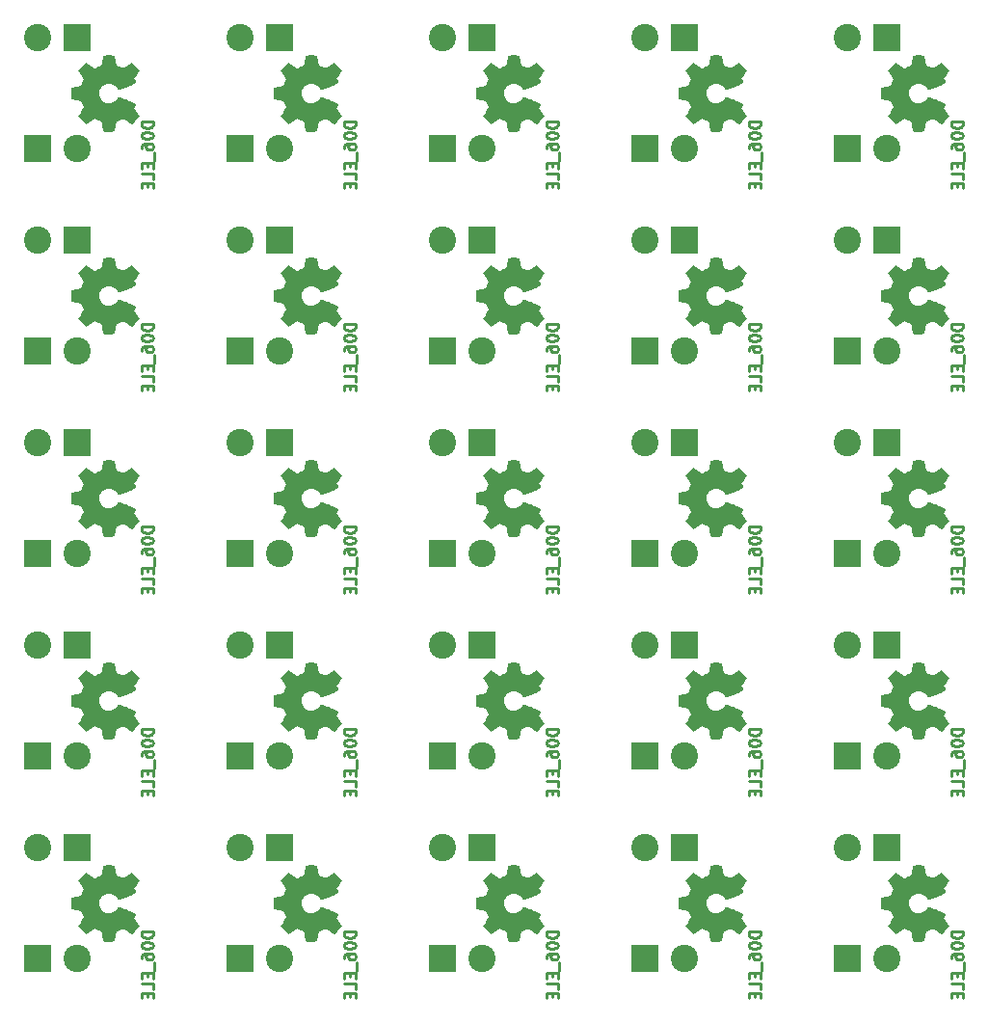
<source format=gbr>
G04 #@! TF.GenerationSoftware,KiCad,Pcbnew,5.1.5-52549c5~86~ubuntu18.04.1*
G04 #@! TF.CreationDate,2020-10-13T18:15:45-05:00*
G04 #@! TF.ProjectId,,58585858-5858-4585-9858-585858585858,rev?*
G04 #@! TF.SameCoordinates,Original*
G04 #@! TF.FileFunction,Copper,L2,Bot*
G04 #@! TF.FilePolarity,Positive*
%FSLAX46Y46*%
G04 Gerber Fmt 4.6, Leading zero omitted, Abs format (unit mm)*
G04 Created by KiCad (PCBNEW 5.1.5-52549c5~86~ubuntu18.04.1) date 2020-10-13 18:15:45*
%MOMM*%
%LPD*%
G04 APERTURE LIST*
%ADD10C,0.250000*%
%ADD11C,0.010000*%
%ADD12R,2.400000X2.400000*%
%ADD13C,2.400000*%
G04 APERTURE END LIST*
D10*
X178023780Y-130038838D02*
X177023780Y-130038838D01*
X177023780Y-130276933D01*
X177071400Y-130419790D01*
X177166638Y-130515028D01*
X177261876Y-130562647D01*
X177452352Y-130610266D01*
X177595209Y-130610266D01*
X177785685Y-130562647D01*
X177880923Y-130515028D01*
X177976161Y-130419790D01*
X178023780Y-130276933D01*
X178023780Y-130038838D01*
X177023780Y-131229314D02*
X177023780Y-131324552D01*
X177071400Y-131419790D01*
X177119019Y-131467409D01*
X177214257Y-131515028D01*
X177404733Y-131562647D01*
X177642828Y-131562647D01*
X177833304Y-131515028D01*
X177928542Y-131467409D01*
X177976161Y-131419790D01*
X178023780Y-131324552D01*
X178023780Y-131229314D01*
X177976161Y-131134076D01*
X177928542Y-131086457D01*
X177833304Y-131038838D01*
X177642828Y-130991219D01*
X177404733Y-130991219D01*
X177214257Y-131038838D01*
X177119019Y-131086457D01*
X177071400Y-131134076D01*
X177023780Y-131229314D01*
X177023780Y-132419790D02*
X177023780Y-132229314D01*
X177071400Y-132134076D01*
X177119019Y-132086457D01*
X177261876Y-131991219D01*
X177452352Y-131943600D01*
X177833304Y-131943600D01*
X177928542Y-131991219D01*
X177976161Y-132038838D01*
X178023780Y-132134076D01*
X178023780Y-132324552D01*
X177976161Y-132419790D01*
X177928542Y-132467409D01*
X177833304Y-132515028D01*
X177595209Y-132515028D01*
X177499971Y-132467409D01*
X177452352Y-132419790D01*
X177404733Y-132324552D01*
X177404733Y-132134076D01*
X177452352Y-132038838D01*
X177499971Y-131991219D01*
X177595209Y-131943600D01*
X178119019Y-132705504D02*
X178119019Y-133467409D01*
X177499971Y-133705504D02*
X177499971Y-134038838D01*
X178023780Y-134181695D02*
X178023780Y-133705504D01*
X177023780Y-133705504D01*
X177023780Y-134181695D01*
X178023780Y-135086457D02*
X178023780Y-134610266D01*
X177023780Y-134610266D01*
X177499971Y-135419790D02*
X177499971Y-135753123D01*
X178023780Y-135895980D02*
X178023780Y-135419790D01*
X177023780Y-135419790D01*
X177023780Y-135895980D01*
X160243780Y-130038838D02*
X159243780Y-130038838D01*
X159243780Y-130276933D01*
X159291400Y-130419790D01*
X159386638Y-130515028D01*
X159481876Y-130562647D01*
X159672352Y-130610266D01*
X159815209Y-130610266D01*
X160005685Y-130562647D01*
X160100923Y-130515028D01*
X160196161Y-130419790D01*
X160243780Y-130276933D01*
X160243780Y-130038838D01*
X159243780Y-131229314D02*
X159243780Y-131324552D01*
X159291400Y-131419790D01*
X159339019Y-131467409D01*
X159434257Y-131515028D01*
X159624733Y-131562647D01*
X159862828Y-131562647D01*
X160053304Y-131515028D01*
X160148542Y-131467409D01*
X160196161Y-131419790D01*
X160243780Y-131324552D01*
X160243780Y-131229314D01*
X160196161Y-131134076D01*
X160148542Y-131086457D01*
X160053304Y-131038838D01*
X159862828Y-130991219D01*
X159624733Y-130991219D01*
X159434257Y-131038838D01*
X159339019Y-131086457D01*
X159291400Y-131134076D01*
X159243780Y-131229314D01*
X159243780Y-132419790D02*
X159243780Y-132229314D01*
X159291400Y-132134076D01*
X159339019Y-132086457D01*
X159481876Y-131991219D01*
X159672352Y-131943600D01*
X160053304Y-131943600D01*
X160148542Y-131991219D01*
X160196161Y-132038838D01*
X160243780Y-132134076D01*
X160243780Y-132324552D01*
X160196161Y-132419790D01*
X160148542Y-132467409D01*
X160053304Y-132515028D01*
X159815209Y-132515028D01*
X159719971Y-132467409D01*
X159672352Y-132419790D01*
X159624733Y-132324552D01*
X159624733Y-132134076D01*
X159672352Y-132038838D01*
X159719971Y-131991219D01*
X159815209Y-131943600D01*
X160339019Y-132705504D02*
X160339019Y-133467409D01*
X159719971Y-133705504D02*
X159719971Y-134038838D01*
X160243780Y-134181695D02*
X160243780Y-133705504D01*
X159243780Y-133705504D01*
X159243780Y-134181695D01*
X160243780Y-135086457D02*
X160243780Y-134610266D01*
X159243780Y-134610266D01*
X159719971Y-135419790D02*
X159719971Y-135753123D01*
X160243780Y-135895980D02*
X160243780Y-135419790D01*
X159243780Y-135419790D01*
X159243780Y-135895980D01*
X142463780Y-130038838D02*
X141463780Y-130038838D01*
X141463780Y-130276933D01*
X141511400Y-130419790D01*
X141606638Y-130515028D01*
X141701876Y-130562647D01*
X141892352Y-130610266D01*
X142035209Y-130610266D01*
X142225685Y-130562647D01*
X142320923Y-130515028D01*
X142416161Y-130419790D01*
X142463780Y-130276933D01*
X142463780Y-130038838D01*
X141463780Y-131229314D02*
X141463780Y-131324552D01*
X141511400Y-131419790D01*
X141559019Y-131467409D01*
X141654257Y-131515028D01*
X141844733Y-131562647D01*
X142082828Y-131562647D01*
X142273304Y-131515028D01*
X142368542Y-131467409D01*
X142416161Y-131419790D01*
X142463780Y-131324552D01*
X142463780Y-131229314D01*
X142416161Y-131134076D01*
X142368542Y-131086457D01*
X142273304Y-131038838D01*
X142082828Y-130991219D01*
X141844733Y-130991219D01*
X141654257Y-131038838D01*
X141559019Y-131086457D01*
X141511400Y-131134076D01*
X141463780Y-131229314D01*
X141463780Y-132419790D02*
X141463780Y-132229314D01*
X141511400Y-132134076D01*
X141559019Y-132086457D01*
X141701876Y-131991219D01*
X141892352Y-131943600D01*
X142273304Y-131943600D01*
X142368542Y-131991219D01*
X142416161Y-132038838D01*
X142463780Y-132134076D01*
X142463780Y-132324552D01*
X142416161Y-132419790D01*
X142368542Y-132467409D01*
X142273304Y-132515028D01*
X142035209Y-132515028D01*
X141939971Y-132467409D01*
X141892352Y-132419790D01*
X141844733Y-132324552D01*
X141844733Y-132134076D01*
X141892352Y-132038838D01*
X141939971Y-131991219D01*
X142035209Y-131943600D01*
X142559019Y-132705504D02*
X142559019Y-133467409D01*
X141939971Y-133705504D02*
X141939971Y-134038838D01*
X142463780Y-134181695D02*
X142463780Y-133705504D01*
X141463780Y-133705504D01*
X141463780Y-134181695D01*
X142463780Y-135086457D02*
X142463780Y-134610266D01*
X141463780Y-134610266D01*
X141939971Y-135419790D02*
X141939971Y-135753123D01*
X142463780Y-135895980D02*
X142463780Y-135419790D01*
X141463780Y-135419790D01*
X141463780Y-135895980D01*
X124683780Y-130038838D02*
X123683780Y-130038838D01*
X123683780Y-130276933D01*
X123731400Y-130419790D01*
X123826638Y-130515028D01*
X123921876Y-130562647D01*
X124112352Y-130610266D01*
X124255209Y-130610266D01*
X124445685Y-130562647D01*
X124540923Y-130515028D01*
X124636161Y-130419790D01*
X124683780Y-130276933D01*
X124683780Y-130038838D01*
X123683780Y-131229314D02*
X123683780Y-131324552D01*
X123731400Y-131419790D01*
X123779019Y-131467409D01*
X123874257Y-131515028D01*
X124064733Y-131562647D01*
X124302828Y-131562647D01*
X124493304Y-131515028D01*
X124588542Y-131467409D01*
X124636161Y-131419790D01*
X124683780Y-131324552D01*
X124683780Y-131229314D01*
X124636161Y-131134076D01*
X124588542Y-131086457D01*
X124493304Y-131038838D01*
X124302828Y-130991219D01*
X124064733Y-130991219D01*
X123874257Y-131038838D01*
X123779019Y-131086457D01*
X123731400Y-131134076D01*
X123683780Y-131229314D01*
X123683780Y-132419790D02*
X123683780Y-132229314D01*
X123731400Y-132134076D01*
X123779019Y-132086457D01*
X123921876Y-131991219D01*
X124112352Y-131943600D01*
X124493304Y-131943600D01*
X124588542Y-131991219D01*
X124636161Y-132038838D01*
X124683780Y-132134076D01*
X124683780Y-132324552D01*
X124636161Y-132419790D01*
X124588542Y-132467409D01*
X124493304Y-132515028D01*
X124255209Y-132515028D01*
X124159971Y-132467409D01*
X124112352Y-132419790D01*
X124064733Y-132324552D01*
X124064733Y-132134076D01*
X124112352Y-132038838D01*
X124159971Y-131991219D01*
X124255209Y-131943600D01*
X124779019Y-132705504D02*
X124779019Y-133467409D01*
X124159971Y-133705504D02*
X124159971Y-134038838D01*
X124683780Y-134181695D02*
X124683780Y-133705504D01*
X123683780Y-133705504D01*
X123683780Y-134181695D01*
X124683780Y-135086457D02*
X124683780Y-134610266D01*
X123683780Y-134610266D01*
X124159971Y-135419790D02*
X124159971Y-135753123D01*
X124683780Y-135895980D02*
X124683780Y-135419790D01*
X123683780Y-135419790D01*
X123683780Y-135895980D01*
X106903780Y-130038838D02*
X105903780Y-130038838D01*
X105903780Y-130276933D01*
X105951400Y-130419790D01*
X106046638Y-130515028D01*
X106141876Y-130562647D01*
X106332352Y-130610266D01*
X106475209Y-130610266D01*
X106665685Y-130562647D01*
X106760923Y-130515028D01*
X106856161Y-130419790D01*
X106903780Y-130276933D01*
X106903780Y-130038838D01*
X105903780Y-131229314D02*
X105903780Y-131324552D01*
X105951400Y-131419790D01*
X105999019Y-131467409D01*
X106094257Y-131515028D01*
X106284733Y-131562647D01*
X106522828Y-131562647D01*
X106713304Y-131515028D01*
X106808542Y-131467409D01*
X106856161Y-131419790D01*
X106903780Y-131324552D01*
X106903780Y-131229314D01*
X106856161Y-131134076D01*
X106808542Y-131086457D01*
X106713304Y-131038838D01*
X106522828Y-130991219D01*
X106284733Y-130991219D01*
X106094257Y-131038838D01*
X105999019Y-131086457D01*
X105951400Y-131134076D01*
X105903780Y-131229314D01*
X105903780Y-132419790D02*
X105903780Y-132229314D01*
X105951400Y-132134076D01*
X105999019Y-132086457D01*
X106141876Y-131991219D01*
X106332352Y-131943600D01*
X106713304Y-131943600D01*
X106808542Y-131991219D01*
X106856161Y-132038838D01*
X106903780Y-132134076D01*
X106903780Y-132324552D01*
X106856161Y-132419790D01*
X106808542Y-132467409D01*
X106713304Y-132515028D01*
X106475209Y-132515028D01*
X106379971Y-132467409D01*
X106332352Y-132419790D01*
X106284733Y-132324552D01*
X106284733Y-132134076D01*
X106332352Y-132038838D01*
X106379971Y-131991219D01*
X106475209Y-131943600D01*
X106999019Y-132705504D02*
X106999019Y-133467409D01*
X106379971Y-133705504D02*
X106379971Y-134038838D01*
X106903780Y-134181695D02*
X106903780Y-133705504D01*
X105903780Y-133705504D01*
X105903780Y-134181695D01*
X106903780Y-135086457D02*
X106903780Y-134610266D01*
X105903780Y-134610266D01*
X106379971Y-135419790D02*
X106379971Y-135753123D01*
X106903780Y-135895980D02*
X106903780Y-135419790D01*
X105903780Y-135419790D01*
X105903780Y-135895980D01*
X178023780Y-112258838D02*
X177023780Y-112258838D01*
X177023780Y-112496933D01*
X177071400Y-112639790D01*
X177166638Y-112735028D01*
X177261876Y-112782647D01*
X177452352Y-112830266D01*
X177595209Y-112830266D01*
X177785685Y-112782647D01*
X177880923Y-112735028D01*
X177976161Y-112639790D01*
X178023780Y-112496933D01*
X178023780Y-112258838D01*
X177023780Y-113449314D02*
X177023780Y-113544552D01*
X177071400Y-113639790D01*
X177119019Y-113687409D01*
X177214257Y-113735028D01*
X177404733Y-113782647D01*
X177642828Y-113782647D01*
X177833304Y-113735028D01*
X177928542Y-113687409D01*
X177976161Y-113639790D01*
X178023780Y-113544552D01*
X178023780Y-113449314D01*
X177976161Y-113354076D01*
X177928542Y-113306457D01*
X177833304Y-113258838D01*
X177642828Y-113211219D01*
X177404733Y-113211219D01*
X177214257Y-113258838D01*
X177119019Y-113306457D01*
X177071400Y-113354076D01*
X177023780Y-113449314D01*
X177023780Y-114639790D02*
X177023780Y-114449314D01*
X177071400Y-114354076D01*
X177119019Y-114306457D01*
X177261876Y-114211219D01*
X177452352Y-114163600D01*
X177833304Y-114163600D01*
X177928542Y-114211219D01*
X177976161Y-114258838D01*
X178023780Y-114354076D01*
X178023780Y-114544552D01*
X177976161Y-114639790D01*
X177928542Y-114687409D01*
X177833304Y-114735028D01*
X177595209Y-114735028D01*
X177499971Y-114687409D01*
X177452352Y-114639790D01*
X177404733Y-114544552D01*
X177404733Y-114354076D01*
X177452352Y-114258838D01*
X177499971Y-114211219D01*
X177595209Y-114163600D01*
X178119019Y-114925504D02*
X178119019Y-115687409D01*
X177499971Y-115925504D02*
X177499971Y-116258838D01*
X178023780Y-116401695D02*
X178023780Y-115925504D01*
X177023780Y-115925504D01*
X177023780Y-116401695D01*
X178023780Y-117306457D02*
X178023780Y-116830266D01*
X177023780Y-116830266D01*
X177499971Y-117639790D02*
X177499971Y-117973123D01*
X178023780Y-118115980D02*
X178023780Y-117639790D01*
X177023780Y-117639790D01*
X177023780Y-118115980D01*
X160243780Y-112258838D02*
X159243780Y-112258838D01*
X159243780Y-112496933D01*
X159291400Y-112639790D01*
X159386638Y-112735028D01*
X159481876Y-112782647D01*
X159672352Y-112830266D01*
X159815209Y-112830266D01*
X160005685Y-112782647D01*
X160100923Y-112735028D01*
X160196161Y-112639790D01*
X160243780Y-112496933D01*
X160243780Y-112258838D01*
X159243780Y-113449314D02*
X159243780Y-113544552D01*
X159291400Y-113639790D01*
X159339019Y-113687409D01*
X159434257Y-113735028D01*
X159624733Y-113782647D01*
X159862828Y-113782647D01*
X160053304Y-113735028D01*
X160148542Y-113687409D01*
X160196161Y-113639790D01*
X160243780Y-113544552D01*
X160243780Y-113449314D01*
X160196161Y-113354076D01*
X160148542Y-113306457D01*
X160053304Y-113258838D01*
X159862828Y-113211219D01*
X159624733Y-113211219D01*
X159434257Y-113258838D01*
X159339019Y-113306457D01*
X159291400Y-113354076D01*
X159243780Y-113449314D01*
X159243780Y-114639790D02*
X159243780Y-114449314D01*
X159291400Y-114354076D01*
X159339019Y-114306457D01*
X159481876Y-114211219D01*
X159672352Y-114163600D01*
X160053304Y-114163600D01*
X160148542Y-114211219D01*
X160196161Y-114258838D01*
X160243780Y-114354076D01*
X160243780Y-114544552D01*
X160196161Y-114639790D01*
X160148542Y-114687409D01*
X160053304Y-114735028D01*
X159815209Y-114735028D01*
X159719971Y-114687409D01*
X159672352Y-114639790D01*
X159624733Y-114544552D01*
X159624733Y-114354076D01*
X159672352Y-114258838D01*
X159719971Y-114211219D01*
X159815209Y-114163600D01*
X160339019Y-114925504D02*
X160339019Y-115687409D01*
X159719971Y-115925504D02*
X159719971Y-116258838D01*
X160243780Y-116401695D02*
X160243780Y-115925504D01*
X159243780Y-115925504D01*
X159243780Y-116401695D01*
X160243780Y-117306457D02*
X160243780Y-116830266D01*
X159243780Y-116830266D01*
X159719971Y-117639790D02*
X159719971Y-117973123D01*
X160243780Y-118115980D02*
X160243780Y-117639790D01*
X159243780Y-117639790D01*
X159243780Y-118115980D01*
X142463780Y-112258838D02*
X141463780Y-112258838D01*
X141463780Y-112496933D01*
X141511400Y-112639790D01*
X141606638Y-112735028D01*
X141701876Y-112782647D01*
X141892352Y-112830266D01*
X142035209Y-112830266D01*
X142225685Y-112782647D01*
X142320923Y-112735028D01*
X142416161Y-112639790D01*
X142463780Y-112496933D01*
X142463780Y-112258838D01*
X141463780Y-113449314D02*
X141463780Y-113544552D01*
X141511400Y-113639790D01*
X141559019Y-113687409D01*
X141654257Y-113735028D01*
X141844733Y-113782647D01*
X142082828Y-113782647D01*
X142273304Y-113735028D01*
X142368542Y-113687409D01*
X142416161Y-113639790D01*
X142463780Y-113544552D01*
X142463780Y-113449314D01*
X142416161Y-113354076D01*
X142368542Y-113306457D01*
X142273304Y-113258838D01*
X142082828Y-113211219D01*
X141844733Y-113211219D01*
X141654257Y-113258838D01*
X141559019Y-113306457D01*
X141511400Y-113354076D01*
X141463780Y-113449314D01*
X141463780Y-114639790D02*
X141463780Y-114449314D01*
X141511400Y-114354076D01*
X141559019Y-114306457D01*
X141701876Y-114211219D01*
X141892352Y-114163600D01*
X142273304Y-114163600D01*
X142368542Y-114211219D01*
X142416161Y-114258838D01*
X142463780Y-114354076D01*
X142463780Y-114544552D01*
X142416161Y-114639790D01*
X142368542Y-114687409D01*
X142273304Y-114735028D01*
X142035209Y-114735028D01*
X141939971Y-114687409D01*
X141892352Y-114639790D01*
X141844733Y-114544552D01*
X141844733Y-114354076D01*
X141892352Y-114258838D01*
X141939971Y-114211219D01*
X142035209Y-114163600D01*
X142559019Y-114925504D02*
X142559019Y-115687409D01*
X141939971Y-115925504D02*
X141939971Y-116258838D01*
X142463780Y-116401695D02*
X142463780Y-115925504D01*
X141463780Y-115925504D01*
X141463780Y-116401695D01*
X142463780Y-117306457D02*
X142463780Y-116830266D01*
X141463780Y-116830266D01*
X141939971Y-117639790D02*
X141939971Y-117973123D01*
X142463780Y-118115980D02*
X142463780Y-117639790D01*
X141463780Y-117639790D01*
X141463780Y-118115980D01*
X124683780Y-112258838D02*
X123683780Y-112258838D01*
X123683780Y-112496933D01*
X123731400Y-112639790D01*
X123826638Y-112735028D01*
X123921876Y-112782647D01*
X124112352Y-112830266D01*
X124255209Y-112830266D01*
X124445685Y-112782647D01*
X124540923Y-112735028D01*
X124636161Y-112639790D01*
X124683780Y-112496933D01*
X124683780Y-112258838D01*
X123683780Y-113449314D02*
X123683780Y-113544552D01*
X123731400Y-113639790D01*
X123779019Y-113687409D01*
X123874257Y-113735028D01*
X124064733Y-113782647D01*
X124302828Y-113782647D01*
X124493304Y-113735028D01*
X124588542Y-113687409D01*
X124636161Y-113639790D01*
X124683780Y-113544552D01*
X124683780Y-113449314D01*
X124636161Y-113354076D01*
X124588542Y-113306457D01*
X124493304Y-113258838D01*
X124302828Y-113211219D01*
X124064733Y-113211219D01*
X123874257Y-113258838D01*
X123779019Y-113306457D01*
X123731400Y-113354076D01*
X123683780Y-113449314D01*
X123683780Y-114639790D02*
X123683780Y-114449314D01*
X123731400Y-114354076D01*
X123779019Y-114306457D01*
X123921876Y-114211219D01*
X124112352Y-114163600D01*
X124493304Y-114163600D01*
X124588542Y-114211219D01*
X124636161Y-114258838D01*
X124683780Y-114354076D01*
X124683780Y-114544552D01*
X124636161Y-114639790D01*
X124588542Y-114687409D01*
X124493304Y-114735028D01*
X124255209Y-114735028D01*
X124159971Y-114687409D01*
X124112352Y-114639790D01*
X124064733Y-114544552D01*
X124064733Y-114354076D01*
X124112352Y-114258838D01*
X124159971Y-114211219D01*
X124255209Y-114163600D01*
X124779019Y-114925504D02*
X124779019Y-115687409D01*
X124159971Y-115925504D02*
X124159971Y-116258838D01*
X124683780Y-116401695D02*
X124683780Y-115925504D01*
X123683780Y-115925504D01*
X123683780Y-116401695D01*
X124683780Y-117306457D02*
X124683780Y-116830266D01*
X123683780Y-116830266D01*
X124159971Y-117639790D02*
X124159971Y-117973123D01*
X124683780Y-118115980D02*
X124683780Y-117639790D01*
X123683780Y-117639790D01*
X123683780Y-118115980D01*
X106903780Y-112258838D02*
X105903780Y-112258838D01*
X105903780Y-112496933D01*
X105951400Y-112639790D01*
X106046638Y-112735028D01*
X106141876Y-112782647D01*
X106332352Y-112830266D01*
X106475209Y-112830266D01*
X106665685Y-112782647D01*
X106760923Y-112735028D01*
X106856161Y-112639790D01*
X106903780Y-112496933D01*
X106903780Y-112258838D01*
X105903780Y-113449314D02*
X105903780Y-113544552D01*
X105951400Y-113639790D01*
X105999019Y-113687409D01*
X106094257Y-113735028D01*
X106284733Y-113782647D01*
X106522828Y-113782647D01*
X106713304Y-113735028D01*
X106808542Y-113687409D01*
X106856161Y-113639790D01*
X106903780Y-113544552D01*
X106903780Y-113449314D01*
X106856161Y-113354076D01*
X106808542Y-113306457D01*
X106713304Y-113258838D01*
X106522828Y-113211219D01*
X106284733Y-113211219D01*
X106094257Y-113258838D01*
X105999019Y-113306457D01*
X105951400Y-113354076D01*
X105903780Y-113449314D01*
X105903780Y-114639790D02*
X105903780Y-114449314D01*
X105951400Y-114354076D01*
X105999019Y-114306457D01*
X106141876Y-114211219D01*
X106332352Y-114163600D01*
X106713304Y-114163600D01*
X106808542Y-114211219D01*
X106856161Y-114258838D01*
X106903780Y-114354076D01*
X106903780Y-114544552D01*
X106856161Y-114639790D01*
X106808542Y-114687409D01*
X106713304Y-114735028D01*
X106475209Y-114735028D01*
X106379971Y-114687409D01*
X106332352Y-114639790D01*
X106284733Y-114544552D01*
X106284733Y-114354076D01*
X106332352Y-114258838D01*
X106379971Y-114211219D01*
X106475209Y-114163600D01*
X106999019Y-114925504D02*
X106999019Y-115687409D01*
X106379971Y-115925504D02*
X106379971Y-116258838D01*
X106903780Y-116401695D02*
X106903780Y-115925504D01*
X105903780Y-115925504D01*
X105903780Y-116401695D01*
X106903780Y-117306457D02*
X106903780Y-116830266D01*
X105903780Y-116830266D01*
X106379971Y-117639790D02*
X106379971Y-117973123D01*
X106903780Y-118115980D02*
X106903780Y-117639790D01*
X105903780Y-117639790D01*
X105903780Y-118115980D01*
X178023780Y-94478838D02*
X177023780Y-94478838D01*
X177023780Y-94716933D01*
X177071400Y-94859790D01*
X177166638Y-94955028D01*
X177261876Y-95002647D01*
X177452352Y-95050266D01*
X177595209Y-95050266D01*
X177785685Y-95002647D01*
X177880923Y-94955028D01*
X177976161Y-94859790D01*
X178023780Y-94716933D01*
X178023780Y-94478838D01*
X177023780Y-95669314D02*
X177023780Y-95764552D01*
X177071400Y-95859790D01*
X177119019Y-95907409D01*
X177214257Y-95955028D01*
X177404733Y-96002647D01*
X177642828Y-96002647D01*
X177833304Y-95955028D01*
X177928542Y-95907409D01*
X177976161Y-95859790D01*
X178023780Y-95764552D01*
X178023780Y-95669314D01*
X177976161Y-95574076D01*
X177928542Y-95526457D01*
X177833304Y-95478838D01*
X177642828Y-95431219D01*
X177404733Y-95431219D01*
X177214257Y-95478838D01*
X177119019Y-95526457D01*
X177071400Y-95574076D01*
X177023780Y-95669314D01*
X177023780Y-96859790D02*
X177023780Y-96669314D01*
X177071400Y-96574076D01*
X177119019Y-96526457D01*
X177261876Y-96431219D01*
X177452352Y-96383600D01*
X177833304Y-96383600D01*
X177928542Y-96431219D01*
X177976161Y-96478838D01*
X178023780Y-96574076D01*
X178023780Y-96764552D01*
X177976161Y-96859790D01*
X177928542Y-96907409D01*
X177833304Y-96955028D01*
X177595209Y-96955028D01*
X177499971Y-96907409D01*
X177452352Y-96859790D01*
X177404733Y-96764552D01*
X177404733Y-96574076D01*
X177452352Y-96478838D01*
X177499971Y-96431219D01*
X177595209Y-96383600D01*
X178119019Y-97145504D02*
X178119019Y-97907409D01*
X177499971Y-98145504D02*
X177499971Y-98478838D01*
X178023780Y-98621695D02*
X178023780Y-98145504D01*
X177023780Y-98145504D01*
X177023780Y-98621695D01*
X178023780Y-99526457D02*
X178023780Y-99050266D01*
X177023780Y-99050266D01*
X177499971Y-99859790D02*
X177499971Y-100193123D01*
X178023780Y-100335980D02*
X178023780Y-99859790D01*
X177023780Y-99859790D01*
X177023780Y-100335980D01*
X160243780Y-94478838D02*
X159243780Y-94478838D01*
X159243780Y-94716933D01*
X159291400Y-94859790D01*
X159386638Y-94955028D01*
X159481876Y-95002647D01*
X159672352Y-95050266D01*
X159815209Y-95050266D01*
X160005685Y-95002647D01*
X160100923Y-94955028D01*
X160196161Y-94859790D01*
X160243780Y-94716933D01*
X160243780Y-94478838D01*
X159243780Y-95669314D02*
X159243780Y-95764552D01*
X159291400Y-95859790D01*
X159339019Y-95907409D01*
X159434257Y-95955028D01*
X159624733Y-96002647D01*
X159862828Y-96002647D01*
X160053304Y-95955028D01*
X160148542Y-95907409D01*
X160196161Y-95859790D01*
X160243780Y-95764552D01*
X160243780Y-95669314D01*
X160196161Y-95574076D01*
X160148542Y-95526457D01*
X160053304Y-95478838D01*
X159862828Y-95431219D01*
X159624733Y-95431219D01*
X159434257Y-95478838D01*
X159339019Y-95526457D01*
X159291400Y-95574076D01*
X159243780Y-95669314D01*
X159243780Y-96859790D02*
X159243780Y-96669314D01*
X159291400Y-96574076D01*
X159339019Y-96526457D01*
X159481876Y-96431219D01*
X159672352Y-96383600D01*
X160053304Y-96383600D01*
X160148542Y-96431219D01*
X160196161Y-96478838D01*
X160243780Y-96574076D01*
X160243780Y-96764552D01*
X160196161Y-96859790D01*
X160148542Y-96907409D01*
X160053304Y-96955028D01*
X159815209Y-96955028D01*
X159719971Y-96907409D01*
X159672352Y-96859790D01*
X159624733Y-96764552D01*
X159624733Y-96574076D01*
X159672352Y-96478838D01*
X159719971Y-96431219D01*
X159815209Y-96383600D01*
X160339019Y-97145504D02*
X160339019Y-97907409D01*
X159719971Y-98145504D02*
X159719971Y-98478838D01*
X160243780Y-98621695D02*
X160243780Y-98145504D01*
X159243780Y-98145504D01*
X159243780Y-98621695D01*
X160243780Y-99526457D02*
X160243780Y-99050266D01*
X159243780Y-99050266D01*
X159719971Y-99859790D02*
X159719971Y-100193123D01*
X160243780Y-100335980D02*
X160243780Y-99859790D01*
X159243780Y-99859790D01*
X159243780Y-100335980D01*
X142463780Y-94478838D02*
X141463780Y-94478838D01*
X141463780Y-94716933D01*
X141511400Y-94859790D01*
X141606638Y-94955028D01*
X141701876Y-95002647D01*
X141892352Y-95050266D01*
X142035209Y-95050266D01*
X142225685Y-95002647D01*
X142320923Y-94955028D01*
X142416161Y-94859790D01*
X142463780Y-94716933D01*
X142463780Y-94478838D01*
X141463780Y-95669314D02*
X141463780Y-95764552D01*
X141511400Y-95859790D01*
X141559019Y-95907409D01*
X141654257Y-95955028D01*
X141844733Y-96002647D01*
X142082828Y-96002647D01*
X142273304Y-95955028D01*
X142368542Y-95907409D01*
X142416161Y-95859790D01*
X142463780Y-95764552D01*
X142463780Y-95669314D01*
X142416161Y-95574076D01*
X142368542Y-95526457D01*
X142273304Y-95478838D01*
X142082828Y-95431219D01*
X141844733Y-95431219D01*
X141654257Y-95478838D01*
X141559019Y-95526457D01*
X141511400Y-95574076D01*
X141463780Y-95669314D01*
X141463780Y-96859790D02*
X141463780Y-96669314D01*
X141511400Y-96574076D01*
X141559019Y-96526457D01*
X141701876Y-96431219D01*
X141892352Y-96383600D01*
X142273304Y-96383600D01*
X142368542Y-96431219D01*
X142416161Y-96478838D01*
X142463780Y-96574076D01*
X142463780Y-96764552D01*
X142416161Y-96859790D01*
X142368542Y-96907409D01*
X142273304Y-96955028D01*
X142035209Y-96955028D01*
X141939971Y-96907409D01*
X141892352Y-96859790D01*
X141844733Y-96764552D01*
X141844733Y-96574076D01*
X141892352Y-96478838D01*
X141939971Y-96431219D01*
X142035209Y-96383600D01*
X142559019Y-97145504D02*
X142559019Y-97907409D01*
X141939971Y-98145504D02*
X141939971Y-98478838D01*
X142463780Y-98621695D02*
X142463780Y-98145504D01*
X141463780Y-98145504D01*
X141463780Y-98621695D01*
X142463780Y-99526457D02*
X142463780Y-99050266D01*
X141463780Y-99050266D01*
X141939971Y-99859790D02*
X141939971Y-100193123D01*
X142463780Y-100335980D02*
X142463780Y-99859790D01*
X141463780Y-99859790D01*
X141463780Y-100335980D01*
X124683780Y-94478838D02*
X123683780Y-94478838D01*
X123683780Y-94716933D01*
X123731400Y-94859790D01*
X123826638Y-94955028D01*
X123921876Y-95002647D01*
X124112352Y-95050266D01*
X124255209Y-95050266D01*
X124445685Y-95002647D01*
X124540923Y-94955028D01*
X124636161Y-94859790D01*
X124683780Y-94716933D01*
X124683780Y-94478838D01*
X123683780Y-95669314D02*
X123683780Y-95764552D01*
X123731400Y-95859790D01*
X123779019Y-95907409D01*
X123874257Y-95955028D01*
X124064733Y-96002647D01*
X124302828Y-96002647D01*
X124493304Y-95955028D01*
X124588542Y-95907409D01*
X124636161Y-95859790D01*
X124683780Y-95764552D01*
X124683780Y-95669314D01*
X124636161Y-95574076D01*
X124588542Y-95526457D01*
X124493304Y-95478838D01*
X124302828Y-95431219D01*
X124064733Y-95431219D01*
X123874257Y-95478838D01*
X123779019Y-95526457D01*
X123731400Y-95574076D01*
X123683780Y-95669314D01*
X123683780Y-96859790D02*
X123683780Y-96669314D01*
X123731400Y-96574076D01*
X123779019Y-96526457D01*
X123921876Y-96431219D01*
X124112352Y-96383600D01*
X124493304Y-96383600D01*
X124588542Y-96431219D01*
X124636161Y-96478838D01*
X124683780Y-96574076D01*
X124683780Y-96764552D01*
X124636161Y-96859790D01*
X124588542Y-96907409D01*
X124493304Y-96955028D01*
X124255209Y-96955028D01*
X124159971Y-96907409D01*
X124112352Y-96859790D01*
X124064733Y-96764552D01*
X124064733Y-96574076D01*
X124112352Y-96478838D01*
X124159971Y-96431219D01*
X124255209Y-96383600D01*
X124779019Y-97145504D02*
X124779019Y-97907409D01*
X124159971Y-98145504D02*
X124159971Y-98478838D01*
X124683780Y-98621695D02*
X124683780Y-98145504D01*
X123683780Y-98145504D01*
X123683780Y-98621695D01*
X124683780Y-99526457D02*
X124683780Y-99050266D01*
X123683780Y-99050266D01*
X124159971Y-99859790D02*
X124159971Y-100193123D01*
X124683780Y-100335980D02*
X124683780Y-99859790D01*
X123683780Y-99859790D01*
X123683780Y-100335980D01*
X106903780Y-94478838D02*
X105903780Y-94478838D01*
X105903780Y-94716933D01*
X105951400Y-94859790D01*
X106046638Y-94955028D01*
X106141876Y-95002647D01*
X106332352Y-95050266D01*
X106475209Y-95050266D01*
X106665685Y-95002647D01*
X106760923Y-94955028D01*
X106856161Y-94859790D01*
X106903780Y-94716933D01*
X106903780Y-94478838D01*
X105903780Y-95669314D02*
X105903780Y-95764552D01*
X105951400Y-95859790D01*
X105999019Y-95907409D01*
X106094257Y-95955028D01*
X106284733Y-96002647D01*
X106522828Y-96002647D01*
X106713304Y-95955028D01*
X106808542Y-95907409D01*
X106856161Y-95859790D01*
X106903780Y-95764552D01*
X106903780Y-95669314D01*
X106856161Y-95574076D01*
X106808542Y-95526457D01*
X106713304Y-95478838D01*
X106522828Y-95431219D01*
X106284733Y-95431219D01*
X106094257Y-95478838D01*
X105999019Y-95526457D01*
X105951400Y-95574076D01*
X105903780Y-95669314D01*
X105903780Y-96859790D02*
X105903780Y-96669314D01*
X105951400Y-96574076D01*
X105999019Y-96526457D01*
X106141876Y-96431219D01*
X106332352Y-96383600D01*
X106713304Y-96383600D01*
X106808542Y-96431219D01*
X106856161Y-96478838D01*
X106903780Y-96574076D01*
X106903780Y-96764552D01*
X106856161Y-96859790D01*
X106808542Y-96907409D01*
X106713304Y-96955028D01*
X106475209Y-96955028D01*
X106379971Y-96907409D01*
X106332352Y-96859790D01*
X106284733Y-96764552D01*
X106284733Y-96574076D01*
X106332352Y-96478838D01*
X106379971Y-96431219D01*
X106475209Y-96383600D01*
X106999019Y-97145504D02*
X106999019Y-97907409D01*
X106379971Y-98145504D02*
X106379971Y-98478838D01*
X106903780Y-98621695D02*
X106903780Y-98145504D01*
X105903780Y-98145504D01*
X105903780Y-98621695D01*
X106903780Y-99526457D02*
X106903780Y-99050266D01*
X105903780Y-99050266D01*
X106379971Y-99859790D02*
X106379971Y-100193123D01*
X106903780Y-100335980D02*
X106903780Y-99859790D01*
X105903780Y-99859790D01*
X105903780Y-100335980D01*
X178023780Y-76698838D02*
X177023780Y-76698838D01*
X177023780Y-76936933D01*
X177071400Y-77079790D01*
X177166638Y-77175028D01*
X177261876Y-77222647D01*
X177452352Y-77270266D01*
X177595209Y-77270266D01*
X177785685Y-77222647D01*
X177880923Y-77175028D01*
X177976161Y-77079790D01*
X178023780Y-76936933D01*
X178023780Y-76698838D01*
X177023780Y-77889314D02*
X177023780Y-77984552D01*
X177071400Y-78079790D01*
X177119019Y-78127409D01*
X177214257Y-78175028D01*
X177404733Y-78222647D01*
X177642828Y-78222647D01*
X177833304Y-78175028D01*
X177928542Y-78127409D01*
X177976161Y-78079790D01*
X178023780Y-77984552D01*
X178023780Y-77889314D01*
X177976161Y-77794076D01*
X177928542Y-77746457D01*
X177833304Y-77698838D01*
X177642828Y-77651219D01*
X177404733Y-77651219D01*
X177214257Y-77698838D01*
X177119019Y-77746457D01*
X177071400Y-77794076D01*
X177023780Y-77889314D01*
X177023780Y-79079790D02*
X177023780Y-78889314D01*
X177071400Y-78794076D01*
X177119019Y-78746457D01*
X177261876Y-78651219D01*
X177452352Y-78603600D01*
X177833304Y-78603600D01*
X177928542Y-78651219D01*
X177976161Y-78698838D01*
X178023780Y-78794076D01*
X178023780Y-78984552D01*
X177976161Y-79079790D01*
X177928542Y-79127409D01*
X177833304Y-79175028D01*
X177595209Y-79175028D01*
X177499971Y-79127409D01*
X177452352Y-79079790D01*
X177404733Y-78984552D01*
X177404733Y-78794076D01*
X177452352Y-78698838D01*
X177499971Y-78651219D01*
X177595209Y-78603600D01*
X178119019Y-79365504D02*
X178119019Y-80127409D01*
X177499971Y-80365504D02*
X177499971Y-80698838D01*
X178023780Y-80841695D02*
X178023780Y-80365504D01*
X177023780Y-80365504D01*
X177023780Y-80841695D01*
X178023780Y-81746457D02*
X178023780Y-81270266D01*
X177023780Y-81270266D01*
X177499971Y-82079790D02*
X177499971Y-82413123D01*
X178023780Y-82555980D02*
X178023780Y-82079790D01*
X177023780Y-82079790D01*
X177023780Y-82555980D01*
X160243780Y-76698838D02*
X159243780Y-76698838D01*
X159243780Y-76936933D01*
X159291400Y-77079790D01*
X159386638Y-77175028D01*
X159481876Y-77222647D01*
X159672352Y-77270266D01*
X159815209Y-77270266D01*
X160005685Y-77222647D01*
X160100923Y-77175028D01*
X160196161Y-77079790D01*
X160243780Y-76936933D01*
X160243780Y-76698838D01*
X159243780Y-77889314D02*
X159243780Y-77984552D01*
X159291400Y-78079790D01*
X159339019Y-78127409D01*
X159434257Y-78175028D01*
X159624733Y-78222647D01*
X159862828Y-78222647D01*
X160053304Y-78175028D01*
X160148542Y-78127409D01*
X160196161Y-78079790D01*
X160243780Y-77984552D01*
X160243780Y-77889314D01*
X160196161Y-77794076D01*
X160148542Y-77746457D01*
X160053304Y-77698838D01*
X159862828Y-77651219D01*
X159624733Y-77651219D01*
X159434257Y-77698838D01*
X159339019Y-77746457D01*
X159291400Y-77794076D01*
X159243780Y-77889314D01*
X159243780Y-79079790D02*
X159243780Y-78889314D01*
X159291400Y-78794076D01*
X159339019Y-78746457D01*
X159481876Y-78651219D01*
X159672352Y-78603600D01*
X160053304Y-78603600D01*
X160148542Y-78651219D01*
X160196161Y-78698838D01*
X160243780Y-78794076D01*
X160243780Y-78984552D01*
X160196161Y-79079790D01*
X160148542Y-79127409D01*
X160053304Y-79175028D01*
X159815209Y-79175028D01*
X159719971Y-79127409D01*
X159672352Y-79079790D01*
X159624733Y-78984552D01*
X159624733Y-78794076D01*
X159672352Y-78698838D01*
X159719971Y-78651219D01*
X159815209Y-78603600D01*
X160339019Y-79365504D02*
X160339019Y-80127409D01*
X159719971Y-80365504D02*
X159719971Y-80698838D01*
X160243780Y-80841695D02*
X160243780Y-80365504D01*
X159243780Y-80365504D01*
X159243780Y-80841695D01*
X160243780Y-81746457D02*
X160243780Y-81270266D01*
X159243780Y-81270266D01*
X159719971Y-82079790D02*
X159719971Y-82413123D01*
X160243780Y-82555980D02*
X160243780Y-82079790D01*
X159243780Y-82079790D01*
X159243780Y-82555980D01*
X142463780Y-76698838D02*
X141463780Y-76698838D01*
X141463780Y-76936933D01*
X141511400Y-77079790D01*
X141606638Y-77175028D01*
X141701876Y-77222647D01*
X141892352Y-77270266D01*
X142035209Y-77270266D01*
X142225685Y-77222647D01*
X142320923Y-77175028D01*
X142416161Y-77079790D01*
X142463780Y-76936933D01*
X142463780Y-76698838D01*
X141463780Y-77889314D02*
X141463780Y-77984552D01*
X141511400Y-78079790D01*
X141559019Y-78127409D01*
X141654257Y-78175028D01*
X141844733Y-78222647D01*
X142082828Y-78222647D01*
X142273304Y-78175028D01*
X142368542Y-78127409D01*
X142416161Y-78079790D01*
X142463780Y-77984552D01*
X142463780Y-77889314D01*
X142416161Y-77794076D01*
X142368542Y-77746457D01*
X142273304Y-77698838D01*
X142082828Y-77651219D01*
X141844733Y-77651219D01*
X141654257Y-77698838D01*
X141559019Y-77746457D01*
X141511400Y-77794076D01*
X141463780Y-77889314D01*
X141463780Y-79079790D02*
X141463780Y-78889314D01*
X141511400Y-78794076D01*
X141559019Y-78746457D01*
X141701876Y-78651219D01*
X141892352Y-78603600D01*
X142273304Y-78603600D01*
X142368542Y-78651219D01*
X142416161Y-78698838D01*
X142463780Y-78794076D01*
X142463780Y-78984552D01*
X142416161Y-79079790D01*
X142368542Y-79127409D01*
X142273304Y-79175028D01*
X142035209Y-79175028D01*
X141939971Y-79127409D01*
X141892352Y-79079790D01*
X141844733Y-78984552D01*
X141844733Y-78794076D01*
X141892352Y-78698838D01*
X141939971Y-78651219D01*
X142035209Y-78603600D01*
X142559019Y-79365504D02*
X142559019Y-80127409D01*
X141939971Y-80365504D02*
X141939971Y-80698838D01*
X142463780Y-80841695D02*
X142463780Y-80365504D01*
X141463780Y-80365504D01*
X141463780Y-80841695D01*
X142463780Y-81746457D02*
X142463780Y-81270266D01*
X141463780Y-81270266D01*
X141939971Y-82079790D02*
X141939971Y-82413123D01*
X142463780Y-82555980D02*
X142463780Y-82079790D01*
X141463780Y-82079790D01*
X141463780Y-82555980D01*
X124683780Y-76698838D02*
X123683780Y-76698838D01*
X123683780Y-76936933D01*
X123731400Y-77079790D01*
X123826638Y-77175028D01*
X123921876Y-77222647D01*
X124112352Y-77270266D01*
X124255209Y-77270266D01*
X124445685Y-77222647D01*
X124540923Y-77175028D01*
X124636161Y-77079790D01*
X124683780Y-76936933D01*
X124683780Y-76698838D01*
X123683780Y-77889314D02*
X123683780Y-77984552D01*
X123731400Y-78079790D01*
X123779019Y-78127409D01*
X123874257Y-78175028D01*
X124064733Y-78222647D01*
X124302828Y-78222647D01*
X124493304Y-78175028D01*
X124588542Y-78127409D01*
X124636161Y-78079790D01*
X124683780Y-77984552D01*
X124683780Y-77889314D01*
X124636161Y-77794076D01*
X124588542Y-77746457D01*
X124493304Y-77698838D01*
X124302828Y-77651219D01*
X124064733Y-77651219D01*
X123874257Y-77698838D01*
X123779019Y-77746457D01*
X123731400Y-77794076D01*
X123683780Y-77889314D01*
X123683780Y-79079790D02*
X123683780Y-78889314D01*
X123731400Y-78794076D01*
X123779019Y-78746457D01*
X123921876Y-78651219D01*
X124112352Y-78603600D01*
X124493304Y-78603600D01*
X124588542Y-78651219D01*
X124636161Y-78698838D01*
X124683780Y-78794076D01*
X124683780Y-78984552D01*
X124636161Y-79079790D01*
X124588542Y-79127409D01*
X124493304Y-79175028D01*
X124255209Y-79175028D01*
X124159971Y-79127409D01*
X124112352Y-79079790D01*
X124064733Y-78984552D01*
X124064733Y-78794076D01*
X124112352Y-78698838D01*
X124159971Y-78651219D01*
X124255209Y-78603600D01*
X124779019Y-79365504D02*
X124779019Y-80127409D01*
X124159971Y-80365504D02*
X124159971Y-80698838D01*
X124683780Y-80841695D02*
X124683780Y-80365504D01*
X123683780Y-80365504D01*
X123683780Y-80841695D01*
X124683780Y-81746457D02*
X124683780Y-81270266D01*
X123683780Y-81270266D01*
X124159971Y-82079790D02*
X124159971Y-82413123D01*
X124683780Y-82555980D02*
X124683780Y-82079790D01*
X123683780Y-82079790D01*
X123683780Y-82555980D01*
X106903780Y-76698838D02*
X105903780Y-76698838D01*
X105903780Y-76936933D01*
X105951400Y-77079790D01*
X106046638Y-77175028D01*
X106141876Y-77222647D01*
X106332352Y-77270266D01*
X106475209Y-77270266D01*
X106665685Y-77222647D01*
X106760923Y-77175028D01*
X106856161Y-77079790D01*
X106903780Y-76936933D01*
X106903780Y-76698838D01*
X105903780Y-77889314D02*
X105903780Y-77984552D01*
X105951400Y-78079790D01*
X105999019Y-78127409D01*
X106094257Y-78175028D01*
X106284733Y-78222647D01*
X106522828Y-78222647D01*
X106713304Y-78175028D01*
X106808542Y-78127409D01*
X106856161Y-78079790D01*
X106903780Y-77984552D01*
X106903780Y-77889314D01*
X106856161Y-77794076D01*
X106808542Y-77746457D01*
X106713304Y-77698838D01*
X106522828Y-77651219D01*
X106284733Y-77651219D01*
X106094257Y-77698838D01*
X105999019Y-77746457D01*
X105951400Y-77794076D01*
X105903780Y-77889314D01*
X105903780Y-79079790D02*
X105903780Y-78889314D01*
X105951400Y-78794076D01*
X105999019Y-78746457D01*
X106141876Y-78651219D01*
X106332352Y-78603600D01*
X106713304Y-78603600D01*
X106808542Y-78651219D01*
X106856161Y-78698838D01*
X106903780Y-78794076D01*
X106903780Y-78984552D01*
X106856161Y-79079790D01*
X106808542Y-79127409D01*
X106713304Y-79175028D01*
X106475209Y-79175028D01*
X106379971Y-79127409D01*
X106332352Y-79079790D01*
X106284733Y-78984552D01*
X106284733Y-78794076D01*
X106332352Y-78698838D01*
X106379971Y-78651219D01*
X106475209Y-78603600D01*
X106999019Y-79365504D02*
X106999019Y-80127409D01*
X106379971Y-80365504D02*
X106379971Y-80698838D01*
X106903780Y-80841695D02*
X106903780Y-80365504D01*
X105903780Y-80365504D01*
X105903780Y-80841695D01*
X106903780Y-81746457D02*
X106903780Y-81270266D01*
X105903780Y-81270266D01*
X106379971Y-82079790D02*
X106379971Y-82413123D01*
X106903780Y-82555980D02*
X106903780Y-82079790D01*
X105903780Y-82079790D01*
X105903780Y-82555980D01*
X178023780Y-58918838D02*
X177023780Y-58918838D01*
X177023780Y-59156933D01*
X177071400Y-59299790D01*
X177166638Y-59395028D01*
X177261876Y-59442647D01*
X177452352Y-59490266D01*
X177595209Y-59490266D01*
X177785685Y-59442647D01*
X177880923Y-59395028D01*
X177976161Y-59299790D01*
X178023780Y-59156933D01*
X178023780Y-58918838D01*
X177023780Y-60109314D02*
X177023780Y-60204552D01*
X177071400Y-60299790D01*
X177119019Y-60347409D01*
X177214257Y-60395028D01*
X177404733Y-60442647D01*
X177642828Y-60442647D01*
X177833304Y-60395028D01*
X177928542Y-60347409D01*
X177976161Y-60299790D01*
X178023780Y-60204552D01*
X178023780Y-60109314D01*
X177976161Y-60014076D01*
X177928542Y-59966457D01*
X177833304Y-59918838D01*
X177642828Y-59871219D01*
X177404733Y-59871219D01*
X177214257Y-59918838D01*
X177119019Y-59966457D01*
X177071400Y-60014076D01*
X177023780Y-60109314D01*
X177023780Y-61299790D02*
X177023780Y-61109314D01*
X177071400Y-61014076D01*
X177119019Y-60966457D01*
X177261876Y-60871219D01*
X177452352Y-60823600D01*
X177833304Y-60823600D01*
X177928542Y-60871219D01*
X177976161Y-60918838D01*
X178023780Y-61014076D01*
X178023780Y-61204552D01*
X177976161Y-61299790D01*
X177928542Y-61347409D01*
X177833304Y-61395028D01*
X177595209Y-61395028D01*
X177499971Y-61347409D01*
X177452352Y-61299790D01*
X177404733Y-61204552D01*
X177404733Y-61014076D01*
X177452352Y-60918838D01*
X177499971Y-60871219D01*
X177595209Y-60823600D01*
X178119019Y-61585504D02*
X178119019Y-62347409D01*
X177499971Y-62585504D02*
X177499971Y-62918838D01*
X178023780Y-63061695D02*
X178023780Y-62585504D01*
X177023780Y-62585504D01*
X177023780Y-63061695D01*
X178023780Y-63966457D02*
X178023780Y-63490266D01*
X177023780Y-63490266D01*
X177499971Y-64299790D02*
X177499971Y-64633123D01*
X178023780Y-64775980D02*
X178023780Y-64299790D01*
X177023780Y-64299790D01*
X177023780Y-64775980D01*
X160243780Y-58918838D02*
X159243780Y-58918838D01*
X159243780Y-59156933D01*
X159291400Y-59299790D01*
X159386638Y-59395028D01*
X159481876Y-59442647D01*
X159672352Y-59490266D01*
X159815209Y-59490266D01*
X160005685Y-59442647D01*
X160100923Y-59395028D01*
X160196161Y-59299790D01*
X160243780Y-59156933D01*
X160243780Y-58918838D01*
X159243780Y-60109314D02*
X159243780Y-60204552D01*
X159291400Y-60299790D01*
X159339019Y-60347409D01*
X159434257Y-60395028D01*
X159624733Y-60442647D01*
X159862828Y-60442647D01*
X160053304Y-60395028D01*
X160148542Y-60347409D01*
X160196161Y-60299790D01*
X160243780Y-60204552D01*
X160243780Y-60109314D01*
X160196161Y-60014076D01*
X160148542Y-59966457D01*
X160053304Y-59918838D01*
X159862828Y-59871219D01*
X159624733Y-59871219D01*
X159434257Y-59918838D01*
X159339019Y-59966457D01*
X159291400Y-60014076D01*
X159243780Y-60109314D01*
X159243780Y-61299790D02*
X159243780Y-61109314D01*
X159291400Y-61014076D01*
X159339019Y-60966457D01*
X159481876Y-60871219D01*
X159672352Y-60823600D01*
X160053304Y-60823600D01*
X160148542Y-60871219D01*
X160196161Y-60918838D01*
X160243780Y-61014076D01*
X160243780Y-61204552D01*
X160196161Y-61299790D01*
X160148542Y-61347409D01*
X160053304Y-61395028D01*
X159815209Y-61395028D01*
X159719971Y-61347409D01*
X159672352Y-61299790D01*
X159624733Y-61204552D01*
X159624733Y-61014076D01*
X159672352Y-60918838D01*
X159719971Y-60871219D01*
X159815209Y-60823600D01*
X160339019Y-61585504D02*
X160339019Y-62347409D01*
X159719971Y-62585504D02*
X159719971Y-62918838D01*
X160243780Y-63061695D02*
X160243780Y-62585504D01*
X159243780Y-62585504D01*
X159243780Y-63061695D01*
X160243780Y-63966457D02*
X160243780Y-63490266D01*
X159243780Y-63490266D01*
X159719971Y-64299790D02*
X159719971Y-64633123D01*
X160243780Y-64775980D02*
X160243780Y-64299790D01*
X159243780Y-64299790D01*
X159243780Y-64775980D01*
X142463780Y-58918838D02*
X141463780Y-58918838D01*
X141463780Y-59156933D01*
X141511400Y-59299790D01*
X141606638Y-59395028D01*
X141701876Y-59442647D01*
X141892352Y-59490266D01*
X142035209Y-59490266D01*
X142225685Y-59442647D01*
X142320923Y-59395028D01*
X142416161Y-59299790D01*
X142463780Y-59156933D01*
X142463780Y-58918838D01*
X141463780Y-60109314D02*
X141463780Y-60204552D01*
X141511400Y-60299790D01*
X141559019Y-60347409D01*
X141654257Y-60395028D01*
X141844733Y-60442647D01*
X142082828Y-60442647D01*
X142273304Y-60395028D01*
X142368542Y-60347409D01*
X142416161Y-60299790D01*
X142463780Y-60204552D01*
X142463780Y-60109314D01*
X142416161Y-60014076D01*
X142368542Y-59966457D01*
X142273304Y-59918838D01*
X142082828Y-59871219D01*
X141844733Y-59871219D01*
X141654257Y-59918838D01*
X141559019Y-59966457D01*
X141511400Y-60014076D01*
X141463780Y-60109314D01*
X141463780Y-61299790D02*
X141463780Y-61109314D01*
X141511400Y-61014076D01*
X141559019Y-60966457D01*
X141701876Y-60871219D01*
X141892352Y-60823600D01*
X142273304Y-60823600D01*
X142368542Y-60871219D01*
X142416161Y-60918838D01*
X142463780Y-61014076D01*
X142463780Y-61204552D01*
X142416161Y-61299790D01*
X142368542Y-61347409D01*
X142273304Y-61395028D01*
X142035209Y-61395028D01*
X141939971Y-61347409D01*
X141892352Y-61299790D01*
X141844733Y-61204552D01*
X141844733Y-61014076D01*
X141892352Y-60918838D01*
X141939971Y-60871219D01*
X142035209Y-60823600D01*
X142559019Y-61585504D02*
X142559019Y-62347409D01*
X141939971Y-62585504D02*
X141939971Y-62918838D01*
X142463780Y-63061695D02*
X142463780Y-62585504D01*
X141463780Y-62585504D01*
X141463780Y-63061695D01*
X142463780Y-63966457D02*
X142463780Y-63490266D01*
X141463780Y-63490266D01*
X141939971Y-64299790D02*
X141939971Y-64633123D01*
X142463780Y-64775980D02*
X142463780Y-64299790D01*
X141463780Y-64299790D01*
X141463780Y-64775980D01*
X124683780Y-58918838D02*
X123683780Y-58918838D01*
X123683780Y-59156933D01*
X123731400Y-59299790D01*
X123826638Y-59395028D01*
X123921876Y-59442647D01*
X124112352Y-59490266D01*
X124255209Y-59490266D01*
X124445685Y-59442647D01*
X124540923Y-59395028D01*
X124636161Y-59299790D01*
X124683780Y-59156933D01*
X124683780Y-58918838D01*
X123683780Y-60109314D02*
X123683780Y-60204552D01*
X123731400Y-60299790D01*
X123779019Y-60347409D01*
X123874257Y-60395028D01*
X124064733Y-60442647D01*
X124302828Y-60442647D01*
X124493304Y-60395028D01*
X124588542Y-60347409D01*
X124636161Y-60299790D01*
X124683780Y-60204552D01*
X124683780Y-60109314D01*
X124636161Y-60014076D01*
X124588542Y-59966457D01*
X124493304Y-59918838D01*
X124302828Y-59871219D01*
X124064733Y-59871219D01*
X123874257Y-59918838D01*
X123779019Y-59966457D01*
X123731400Y-60014076D01*
X123683780Y-60109314D01*
X123683780Y-61299790D02*
X123683780Y-61109314D01*
X123731400Y-61014076D01*
X123779019Y-60966457D01*
X123921876Y-60871219D01*
X124112352Y-60823600D01*
X124493304Y-60823600D01*
X124588542Y-60871219D01*
X124636161Y-60918838D01*
X124683780Y-61014076D01*
X124683780Y-61204552D01*
X124636161Y-61299790D01*
X124588542Y-61347409D01*
X124493304Y-61395028D01*
X124255209Y-61395028D01*
X124159971Y-61347409D01*
X124112352Y-61299790D01*
X124064733Y-61204552D01*
X124064733Y-61014076D01*
X124112352Y-60918838D01*
X124159971Y-60871219D01*
X124255209Y-60823600D01*
X124779019Y-61585504D02*
X124779019Y-62347409D01*
X124159971Y-62585504D02*
X124159971Y-62918838D01*
X124683780Y-63061695D02*
X124683780Y-62585504D01*
X123683780Y-62585504D01*
X123683780Y-63061695D01*
X124683780Y-63966457D02*
X124683780Y-63490266D01*
X123683780Y-63490266D01*
X124159971Y-64299790D02*
X124159971Y-64633123D01*
X124683780Y-64775980D02*
X124683780Y-64299790D01*
X123683780Y-64299790D01*
X123683780Y-64775980D01*
X106903780Y-58918838D02*
X105903780Y-58918838D01*
X105903780Y-59156933D01*
X105951400Y-59299790D01*
X106046638Y-59395028D01*
X106141876Y-59442647D01*
X106332352Y-59490266D01*
X106475209Y-59490266D01*
X106665685Y-59442647D01*
X106760923Y-59395028D01*
X106856161Y-59299790D01*
X106903780Y-59156933D01*
X106903780Y-58918838D01*
X105903780Y-60109314D02*
X105903780Y-60204552D01*
X105951400Y-60299790D01*
X105999019Y-60347409D01*
X106094257Y-60395028D01*
X106284733Y-60442647D01*
X106522828Y-60442647D01*
X106713304Y-60395028D01*
X106808542Y-60347409D01*
X106856161Y-60299790D01*
X106903780Y-60204552D01*
X106903780Y-60109314D01*
X106856161Y-60014076D01*
X106808542Y-59966457D01*
X106713304Y-59918838D01*
X106522828Y-59871219D01*
X106284733Y-59871219D01*
X106094257Y-59918838D01*
X105999019Y-59966457D01*
X105951400Y-60014076D01*
X105903780Y-60109314D01*
X105903780Y-61299790D02*
X105903780Y-61109314D01*
X105951400Y-61014076D01*
X105999019Y-60966457D01*
X106141876Y-60871219D01*
X106332352Y-60823600D01*
X106713304Y-60823600D01*
X106808542Y-60871219D01*
X106856161Y-60918838D01*
X106903780Y-61014076D01*
X106903780Y-61204552D01*
X106856161Y-61299790D01*
X106808542Y-61347409D01*
X106713304Y-61395028D01*
X106475209Y-61395028D01*
X106379971Y-61347409D01*
X106332352Y-61299790D01*
X106284733Y-61204552D01*
X106284733Y-61014076D01*
X106332352Y-60918838D01*
X106379971Y-60871219D01*
X106475209Y-60823600D01*
X106999019Y-61585504D02*
X106999019Y-62347409D01*
X106379971Y-62585504D02*
X106379971Y-62918838D01*
X106903780Y-63061695D02*
X106903780Y-62585504D01*
X105903780Y-62585504D01*
X105903780Y-63061695D01*
X106903780Y-63966457D02*
X106903780Y-63490266D01*
X105903780Y-63490266D01*
X106379971Y-64299790D02*
X106379971Y-64633123D01*
X106903780Y-64775980D02*
X106903780Y-64299790D01*
X105903780Y-64299790D01*
X105903780Y-64775980D01*
D11*
G36*
X171281131Y-128089214D02*
G01*
X171725755Y-128173035D01*
X171853253Y-128482320D01*
X171980751Y-128791606D01*
X171728446Y-129162646D01*
X171658196Y-129266557D01*
X171595472Y-129360487D01*
X171543138Y-129440052D01*
X171504057Y-129500870D01*
X171481093Y-129538557D01*
X171476142Y-129548821D01*
X171488876Y-129567310D01*
X171524082Y-129606820D01*
X171577262Y-129662922D01*
X171643918Y-129731187D01*
X171719554Y-129807186D01*
X171799672Y-129886492D01*
X171879774Y-129964675D01*
X171955364Y-130037307D01*
X172021945Y-130099959D01*
X172075018Y-130148203D01*
X172110087Y-130177610D01*
X172121823Y-130184641D01*
X172143460Y-130174523D01*
X172190862Y-130146159D01*
X172259393Y-130102529D01*
X172344415Y-130046618D01*
X172441293Y-129981406D01*
X172496550Y-129943619D01*
X172597448Y-129874743D01*
X172688499Y-129813540D01*
X172765170Y-129762978D01*
X172822928Y-129726028D01*
X172857243Y-129705658D01*
X172864454Y-129702597D01*
X172884948Y-129709536D01*
X172932713Y-129728451D01*
X173001032Y-129756487D01*
X173083189Y-129790791D01*
X173172470Y-129828509D01*
X173262158Y-129866787D01*
X173345538Y-129902770D01*
X173415894Y-129933606D01*
X173466510Y-129956439D01*
X173490671Y-129968417D01*
X173491622Y-129969124D01*
X173496236Y-129987931D01*
X173506528Y-130038018D01*
X173521487Y-130114193D01*
X173540101Y-130211265D01*
X173561359Y-130324043D01*
X173573618Y-130389842D01*
X173596562Y-130510350D01*
X173618395Y-130619197D01*
X173637922Y-130710876D01*
X173653948Y-130779881D01*
X173665279Y-130820704D01*
X173668874Y-130828911D01*
X173693206Y-130836948D01*
X173748159Y-130843433D01*
X173827308Y-130848370D01*
X173924226Y-130851764D01*
X174032487Y-130853618D01*
X174145665Y-130853938D01*
X174257335Y-130852727D01*
X174361068Y-130849990D01*
X174450441Y-130845731D01*
X174519026Y-130839955D01*
X174560397Y-130832667D01*
X174569010Y-130828295D01*
X174579333Y-130802164D01*
X174594092Y-130746793D01*
X174611552Y-130669507D01*
X174629980Y-130577630D01*
X174635941Y-130545558D01*
X174664266Y-130390924D01*
X174687076Y-130268775D01*
X174705280Y-130175073D01*
X174719783Y-130105784D01*
X174731492Y-130056871D01*
X174741315Y-130024297D01*
X174750156Y-130004028D01*
X174758924Y-129992026D01*
X174760657Y-129990347D01*
X174788571Y-129973584D01*
X174842895Y-129948014D01*
X174916977Y-129916188D01*
X175004165Y-129880660D01*
X175097808Y-129843983D01*
X175191252Y-129808711D01*
X175277847Y-129777396D01*
X175350940Y-129752593D01*
X175403878Y-129736854D01*
X175430011Y-129732732D01*
X175430926Y-129733076D01*
X175452286Y-129747041D01*
X175499284Y-129778722D01*
X175567027Y-129824791D01*
X175650623Y-129881918D01*
X175745182Y-129946773D01*
X175772054Y-129965243D01*
X175869475Y-130031099D01*
X175958363Y-130089050D01*
X176033612Y-130135938D01*
X176090120Y-130168607D01*
X176122781Y-130183900D01*
X176126793Y-130184641D01*
X176147884Y-130171792D01*
X176189664Y-130136288D01*
X176247645Y-130082693D01*
X176317335Y-130015571D01*
X176394245Y-129939487D01*
X176473883Y-129859004D01*
X176551761Y-129778687D01*
X176623386Y-129703099D01*
X176684270Y-129636805D01*
X176729921Y-129584369D01*
X176755850Y-129550355D01*
X176760083Y-129540945D01*
X176750112Y-129519043D01*
X176723220Y-129474200D01*
X176683936Y-129413721D01*
X176652317Y-129367189D01*
X176594298Y-129282875D01*
X176525984Y-129183026D01*
X176457779Y-129082873D01*
X176421275Y-129029027D01*
X176298000Y-128846771D01*
X176380720Y-128693781D01*
X176416959Y-128624082D01*
X176445126Y-128564814D01*
X176461191Y-128524711D01*
X176463426Y-128514503D01*
X176446922Y-128502229D01*
X176400282Y-128478013D01*
X176327809Y-128443663D01*
X176233806Y-128400988D01*
X176122574Y-128351794D01*
X175998415Y-128297890D01*
X175865632Y-128241084D01*
X175728527Y-128183182D01*
X175591402Y-128125993D01*
X175458558Y-128071324D01*
X175334298Y-128020984D01*
X175222925Y-127976780D01*
X175128739Y-127940519D01*
X175056044Y-127914009D01*
X175009141Y-127899058D01*
X174993033Y-127896654D01*
X174972486Y-127915711D01*
X174939133Y-127957436D01*
X174899902Y-128013106D01*
X174896799Y-128017778D01*
X174781623Y-128161664D01*
X174647253Y-128277683D01*
X174497984Y-128364830D01*
X174338113Y-128422099D01*
X174171937Y-128448486D01*
X174003752Y-128442985D01*
X173837855Y-128404590D01*
X173678542Y-128332295D01*
X173643687Y-128311026D01*
X173502937Y-128200396D01*
X173389914Y-128069702D01*
X173305203Y-127923464D01*
X173249394Y-127766208D01*
X173223074Y-127602457D01*
X173226830Y-127436733D01*
X173261250Y-127273562D01*
X173326923Y-127117465D01*
X173424435Y-126972967D01*
X173464013Y-126928269D01*
X173587903Y-126814512D01*
X173718324Y-126731618D01*
X173864515Y-126674756D01*
X174009288Y-126643087D01*
X174172060Y-126635269D01*
X174335640Y-126661338D01*
X174494498Y-126718645D01*
X174643106Y-126804544D01*
X174775935Y-126916386D01*
X174887456Y-127051523D01*
X174899211Y-127069283D01*
X174937708Y-127125550D01*
X174971063Y-127168323D01*
X174992360Y-127188772D01*
X174993033Y-127189069D01*
X175016071Y-127184679D01*
X175068357Y-127167276D01*
X175145590Y-127138668D01*
X175243468Y-127100665D01*
X175357691Y-127055074D01*
X175483958Y-127003703D01*
X175617967Y-126948362D01*
X175755418Y-126890858D01*
X175892008Y-126833001D01*
X176023437Y-126776598D01*
X176145405Y-126723458D01*
X176253609Y-126675390D01*
X176343749Y-126634201D01*
X176411523Y-126601701D01*
X176452630Y-126579697D01*
X176463426Y-126570836D01*
X176455019Y-126543760D01*
X176432472Y-126493097D01*
X176399813Y-126427583D01*
X176380720Y-126391559D01*
X176298000Y-126238568D01*
X176421275Y-126056312D01*
X176484428Y-125963275D01*
X176553927Y-125861415D01*
X176619365Y-125765962D01*
X176652317Y-125718150D01*
X176697473Y-125650905D01*
X176733257Y-125593964D01*
X176755138Y-125554754D01*
X176759763Y-125542019D01*
X176747285Y-125523483D01*
X176712452Y-125482459D01*
X176658878Y-125422925D01*
X176590183Y-125348858D01*
X176509981Y-125264235D01*
X176458486Y-125210715D01*
X176366486Y-125117081D01*
X176284199Y-125036159D01*
X176215145Y-124971223D01*
X176162844Y-124925542D01*
X176130816Y-124902389D01*
X176124316Y-124900168D01*
X176099594Y-124910476D01*
X176049605Y-124938961D01*
X175979412Y-124982463D01*
X175894075Y-125037823D01*
X175798656Y-125101880D01*
X175772054Y-125120097D01*
X175675367Y-125186473D01*
X175588317Y-125246022D01*
X175515795Y-125295416D01*
X175462693Y-125331325D01*
X175433903Y-125350419D01*
X175430926Y-125352264D01*
X175407982Y-125349505D01*
X175357536Y-125334862D01*
X175286241Y-125310887D01*
X175200747Y-125280134D01*
X175107707Y-125245156D01*
X175013774Y-125208507D01*
X174925599Y-125172739D01*
X174849834Y-125140406D01*
X174793131Y-125114062D01*
X174762143Y-125096258D01*
X174760657Y-125094993D01*
X174751801Y-125084106D01*
X174743043Y-125065718D01*
X174733477Y-125035794D01*
X174722196Y-124990297D01*
X174708293Y-124925191D01*
X174690863Y-124836439D01*
X174668998Y-124720007D01*
X174641791Y-124571858D01*
X174635941Y-124539782D01*
X174617574Y-124444714D01*
X174599605Y-124361835D01*
X174583769Y-124298470D01*
X174571800Y-124261942D01*
X174569010Y-124257044D01*
X174544272Y-124248973D01*
X174488990Y-124242413D01*
X174409589Y-124237367D01*
X174312496Y-124233841D01*
X174204138Y-124231839D01*
X174090940Y-124231364D01*
X173979328Y-124232423D01*
X173875729Y-124235018D01*
X173786568Y-124239154D01*
X173718272Y-124244837D01*
X173677266Y-124252069D01*
X173668874Y-124256429D01*
X173660408Y-124280702D01*
X173646635Y-124335974D01*
X173628750Y-124416738D01*
X173607948Y-124517488D01*
X173585423Y-124632717D01*
X173573618Y-124695498D01*
X173551351Y-124814613D01*
X173531179Y-124920835D01*
X173514115Y-125008973D01*
X173501169Y-125073834D01*
X173493355Y-125110226D01*
X173491622Y-125116216D01*
X173472090Y-125126339D01*
X173425043Y-125147738D01*
X173357203Y-125177561D01*
X173275291Y-125212955D01*
X173186028Y-125251068D01*
X173096135Y-125289047D01*
X173012335Y-125324040D01*
X172941347Y-125353194D01*
X172889894Y-125373657D01*
X172864697Y-125382577D01*
X172863596Y-125382743D01*
X172843719Y-125372631D01*
X172797977Y-125344283D01*
X172730917Y-125300677D01*
X172647084Y-125244794D01*
X172551026Y-125179613D01*
X172495850Y-125141721D01*
X172394681Y-125072675D01*
X172302830Y-125011350D01*
X172224944Y-124960737D01*
X172165669Y-124923829D01*
X172129651Y-124903618D01*
X172121577Y-124900699D01*
X172102784Y-124913247D01*
X172062657Y-124947937D01*
X172005693Y-125000337D01*
X171936385Y-125066016D01*
X171859231Y-125140544D01*
X171778725Y-125219487D01*
X171699363Y-125298417D01*
X171625640Y-125372900D01*
X171562052Y-125438506D01*
X171513094Y-125490804D01*
X171483261Y-125525361D01*
X171476142Y-125536922D01*
X171486153Y-125555746D01*
X171514278Y-125600769D01*
X171557654Y-125667613D01*
X171613418Y-125751901D01*
X171678706Y-125849256D01*
X171728446Y-125922693D01*
X171980751Y-126293733D01*
X171725755Y-126912305D01*
X171281131Y-126996125D01*
X170836507Y-127079946D01*
X170836507Y-128005394D01*
X171281131Y-128089214D01*
G37*
X171281131Y-128089214D02*
X171725755Y-128173035D01*
X171853253Y-128482320D01*
X171980751Y-128791606D01*
X171728446Y-129162646D01*
X171658196Y-129266557D01*
X171595472Y-129360487D01*
X171543138Y-129440052D01*
X171504057Y-129500870D01*
X171481093Y-129538557D01*
X171476142Y-129548821D01*
X171488876Y-129567310D01*
X171524082Y-129606820D01*
X171577262Y-129662922D01*
X171643918Y-129731187D01*
X171719554Y-129807186D01*
X171799672Y-129886492D01*
X171879774Y-129964675D01*
X171955364Y-130037307D01*
X172021945Y-130099959D01*
X172075018Y-130148203D01*
X172110087Y-130177610D01*
X172121823Y-130184641D01*
X172143460Y-130174523D01*
X172190862Y-130146159D01*
X172259393Y-130102529D01*
X172344415Y-130046618D01*
X172441293Y-129981406D01*
X172496550Y-129943619D01*
X172597448Y-129874743D01*
X172688499Y-129813540D01*
X172765170Y-129762978D01*
X172822928Y-129726028D01*
X172857243Y-129705658D01*
X172864454Y-129702597D01*
X172884948Y-129709536D01*
X172932713Y-129728451D01*
X173001032Y-129756487D01*
X173083189Y-129790791D01*
X173172470Y-129828509D01*
X173262158Y-129866787D01*
X173345538Y-129902770D01*
X173415894Y-129933606D01*
X173466510Y-129956439D01*
X173490671Y-129968417D01*
X173491622Y-129969124D01*
X173496236Y-129987931D01*
X173506528Y-130038018D01*
X173521487Y-130114193D01*
X173540101Y-130211265D01*
X173561359Y-130324043D01*
X173573618Y-130389842D01*
X173596562Y-130510350D01*
X173618395Y-130619197D01*
X173637922Y-130710876D01*
X173653948Y-130779881D01*
X173665279Y-130820704D01*
X173668874Y-130828911D01*
X173693206Y-130836948D01*
X173748159Y-130843433D01*
X173827308Y-130848370D01*
X173924226Y-130851764D01*
X174032487Y-130853618D01*
X174145665Y-130853938D01*
X174257335Y-130852727D01*
X174361068Y-130849990D01*
X174450441Y-130845731D01*
X174519026Y-130839955D01*
X174560397Y-130832667D01*
X174569010Y-130828295D01*
X174579333Y-130802164D01*
X174594092Y-130746793D01*
X174611552Y-130669507D01*
X174629980Y-130577630D01*
X174635941Y-130545558D01*
X174664266Y-130390924D01*
X174687076Y-130268775D01*
X174705280Y-130175073D01*
X174719783Y-130105784D01*
X174731492Y-130056871D01*
X174741315Y-130024297D01*
X174750156Y-130004028D01*
X174758924Y-129992026D01*
X174760657Y-129990347D01*
X174788571Y-129973584D01*
X174842895Y-129948014D01*
X174916977Y-129916188D01*
X175004165Y-129880660D01*
X175097808Y-129843983D01*
X175191252Y-129808711D01*
X175277847Y-129777396D01*
X175350940Y-129752593D01*
X175403878Y-129736854D01*
X175430011Y-129732732D01*
X175430926Y-129733076D01*
X175452286Y-129747041D01*
X175499284Y-129778722D01*
X175567027Y-129824791D01*
X175650623Y-129881918D01*
X175745182Y-129946773D01*
X175772054Y-129965243D01*
X175869475Y-130031099D01*
X175958363Y-130089050D01*
X176033612Y-130135938D01*
X176090120Y-130168607D01*
X176122781Y-130183900D01*
X176126793Y-130184641D01*
X176147884Y-130171792D01*
X176189664Y-130136288D01*
X176247645Y-130082693D01*
X176317335Y-130015571D01*
X176394245Y-129939487D01*
X176473883Y-129859004D01*
X176551761Y-129778687D01*
X176623386Y-129703099D01*
X176684270Y-129636805D01*
X176729921Y-129584369D01*
X176755850Y-129550355D01*
X176760083Y-129540945D01*
X176750112Y-129519043D01*
X176723220Y-129474200D01*
X176683936Y-129413721D01*
X176652317Y-129367189D01*
X176594298Y-129282875D01*
X176525984Y-129183026D01*
X176457779Y-129082873D01*
X176421275Y-129029027D01*
X176298000Y-128846771D01*
X176380720Y-128693781D01*
X176416959Y-128624082D01*
X176445126Y-128564814D01*
X176461191Y-128524711D01*
X176463426Y-128514503D01*
X176446922Y-128502229D01*
X176400282Y-128478013D01*
X176327809Y-128443663D01*
X176233806Y-128400988D01*
X176122574Y-128351794D01*
X175998415Y-128297890D01*
X175865632Y-128241084D01*
X175728527Y-128183182D01*
X175591402Y-128125993D01*
X175458558Y-128071324D01*
X175334298Y-128020984D01*
X175222925Y-127976780D01*
X175128739Y-127940519D01*
X175056044Y-127914009D01*
X175009141Y-127899058D01*
X174993033Y-127896654D01*
X174972486Y-127915711D01*
X174939133Y-127957436D01*
X174899902Y-128013106D01*
X174896799Y-128017778D01*
X174781623Y-128161664D01*
X174647253Y-128277683D01*
X174497984Y-128364830D01*
X174338113Y-128422099D01*
X174171937Y-128448486D01*
X174003752Y-128442985D01*
X173837855Y-128404590D01*
X173678542Y-128332295D01*
X173643687Y-128311026D01*
X173502937Y-128200396D01*
X173389914Y-128069702D01*
X173305203Y-127923464D01*
X173249394Y-127766208D01*
X173223074Y-127602457D01*
X173226830Y-127436733D01*
X173261250Y-127273562D01*
X173326923Y-127117465D01*
X173424435Y-126972967D01*
X173464013Y-126928269D01*
X173587903Y-126814512D01*
X173718324Y-126731618D01*
X173864515Y-126674756D01*
X174009288Y-126643087D01*
X174172060Y-126635269D01*
X174335640Y-126661338D01*
X174494498Y-126718645D01*
X174643106Y-126804544D01*
X174775935Y-126916386D01*
X174887456Y-127051523D01*
X174899211Y-127069283D01*
X174937708Y-127125550D01*
X174971063Y-127168323D01*
X174992360Y-127188772D01*
X174993033Y-127189069D01*
X175016071Y-127184679D01*
X175068357Y-127167276D01*
X175145590Y-127138668D01*
X175243468Y-127100665D01*
X175357691Y-127055074D01*
X175483958Y-127003703D01*
X175617967Y-126948362D01*
X175755418Y-126890858D01*
X175892008Y-126833001D01*
X176023437Y-126776598D01*
X176145405Y-126723458D01*
X176253609Y-126675390D01*
X176343749Y-126634201D01*
X176411523Y-126601701D01*
X176452630Y-126579697D01*
X176463426Y-126570836D01*
X176455019Y-126543760D01*
X176432472Y-126493097D01*
X176399813Y-126427583D01*
X176380720Y-126391559D01*
X176298000Y-126238568D01*
X176421275Y-126056312D01*
X176484428Y-125963275D01*
X176553927Y-125861415D01*
X176619365Y-125765962D01*
X176652317Y-125718150D01*
X176697473Y-125650905D01*
X176733257Y-125593964D01*
X176755138Y-125554754D01*
X176759763Y-125542019D01*
X176747285Y-125523483D01*
X176712452Y-125482459D01*
X176658878Y-125422925D01*
X176590183Y-125348858D01*
X176509981Y-125264235D01*
X176458486Y-125210715D01*
X176366486Y-125117081D01*
X176284199Y-125036159D01*
X176215145Y-124971223D01*
X176162844Y-124925542D01*
X176130816Y-124902389D01*
X176124316Y-124900168D01*
X176099594Y-124910476D01*
X176049605Y-124938961D01*
X175979412Y-124982463D01*
X175894075Y-125037823D01*
X175798656Y-125101880D01*
X175772054Y-125120097D01*
X175675367Y-125186473D01*
X175588317Y-125246022D01*
X175515795Y-125295416D01*
X175462693Y-125331325D01*
X175433903Y-125350419D01*
X175430926Y-125352264D01*
X175407982Y-125349505D01*
X175357536Y-125334862D01*
X175286241Y-125310887D01*
X175200747Y-125280134D01*
X175107707Y-125245156D01*
X175013774Y-125208507D01*
X174925599Y-125172739D01*
X174849834Y-125140406D01*
X174793131Y-125114062D01*
X174762143Y-125096258D01*
X174760657Y-125094993D01*
X174751801Y-125084106D01*
X174743043Y-125065718D01*
X174733477Y-125035794D01*
X174722196Y-124990297D01*
X174708293Y-124925191D01*
X174690863Y-124836439D01*
X174668998Y-124720007D01*
X174641791Y-124571858D01*
X174635941Y-124539782D01*
X174617574Y-124444714D01*
X174599605Y-124361835D01*
X174583769Y-124298470D01*
X174571800Y-124261942D01*
X174569010Y-124257044D01*
X174544272Y-124248973D01*
X174488990Y-124242413D01*
X174409589Y-124237367D01*
X174312496Y-124233841D01*
X174204138Y-124231839D01*
X174090940Y-124231364D01*
X173979328Y-124232423D01*
X173875729Y-124235018D01*
X173786568Y-124239154D01*
X173718272Y-124244837D01*
X173677266Y-124252069D01*
X173668874Y-124256429D01*
X173660408Y-124280702D01*
X173646635Y-124335974D01*
X173628750Y-124416738D01*
X173607948Y-124517488D01*
X173585423Y-124632717D01*
X173573618Y-124695498D01*
X173551351Y-124814613D01*
X173531179Y-124920835D01*
X173514115Y-125008973D01*
X173501169Y-125073834D01*
X173493355Y-125110226D01*
X173491622Y-125116216D01*
X173472090Y-125126339D01*
X173425043Y-125147738D01*
X173357203Y-125177561D01*
X173275291Y-125212955D01*
X173186028Y-125251068D01*
X173096135Y-125289047D01*
X173012335Y-125324040D01*
X172941347Y-125353194D01*
X172889894Y-125373657D01*
X172864697Y-125382577D01*
X172863596Y-125382743D01*
X172843719Y-125372631D01*
X172797977Y-125344283D01*
X172730917Y-125300677D01*
X172647084Y-125244794D01*
X172551026Y-125179613D01*
X172495850Y-125141721D01*
X172394681Y-125072675D01*
X172302830Y-125011350D01*
X172224944Y-124960737D01*
X172165669Y-124923829D01*
X172129651Y-124903618D01*
X172121577Y-124900699D01*
X172102784Y-124913247D01*
X172062657Y-124947937D01*
X172005693Y-125000337D01*
X171936385Y-125066016D01*
X171859231Y-125140544D01*
X171778725Y-125219487D01*
X171699363Y-125298417D01*
X171625640Y-125372900D01*
X171562052Y-125438506D01*
X171513094Y-125490804D01*
X171483261Y-125525361D01*
X171476142Y-125536922D01*
X171486153Y-125555746D01*
X171514278Y-125600769D01*
X171557654Y-125667613D01*
X171613418Y-125751901D01*
X171678706Y-125849256D01*
X171728446Y-125922693D01*
X171980751Y-126293733D01*
X171725755Y-126912305D01*
X171281131Y-126996125D01*
X170836507Y-127079946D01*
X170836507Y-128005394D01*
X171281131Y-128089214D01*
G36*
X153501131Y-128089214D02*
G01*
X153945755Y-128173035D01*
X154073253Y-128482320D01*
X154200751Y-128791606D01*
X153948446Y-129162646D01*
X153878196Y-129266557D01*
X153815472Y-129360487D01*
X153763138Y-129440052D01*
X153724057Y-129500870D01*
X153701093Y-129538557D01*
X153696142Y-129548821D01*
X153708876Y-129567310D01*
X153744082Y-129606820D01*
X153797262Y-129662922D01*
X153863918Y-129731187D01*
X153939554Y-129807186D01*
X154019672Y-129886492D01*
X154099774Y-129964675D01*
X154175364Y-130037307D01*
X154241945Y-130099959D01*
X154295018Y-130148203D01*
X154330087Y-130177610D01*
X154341823Y-130184641D01*
X154363460Y-130174523D01*
X154410862Y-130146159D01*
X154479393Y-130102529D01*
X154564415Y-130046618D01*
X154661293Y-129981406D01*
X154716550Y-129943619D01*
X154817448Y-129874743D01*
X154908499Y-129813540D01*
X154985170Y-129762978D01*
X155042928Y-129726028D01*
X155077243Y-129705658D01*
X155084454Y-129702597D01*
X155104948Y-129709536D01*
X155152713Y-129728451D01*
X155221032Y-129756487D01*
X155303189Y-129790791D01*
X155392470Y-129828509D01*
X155482158Y-129866787D01*
X155565538Y-129902770D01*
X155635894Y-129933606D01*
X155686510Y-129956439D01*
X155710671Y-129968417D01*
X155711622Y-129969124D01*
X155716236Y-129987931D01*
X155726528Y-130038018D01*
X155741487Y-130114193D01*
X155760101Y-130211265D01*
X155781359Y-130324043D01*
X155793618Y-130389842D01*
X155816562Y-130510350D01*
X155838395Y-130619197D01*
X155857922Y-130710876D01*
X155873948Y-130779881D01*
X155885279Y-130820704D01*
X155888874Y-130828911D01*
X155913206Y-130836948D01*
X155968159Y-130843433D01*
X156047308Y-130848370D01*
X156144226Y-130851764D01*
X156252487Y-130853618D01*
X156365665Y-130853938D01*
X156477335Y-130852727D01*
X156581068Y-130849990D01*
X156670441Y-130845731D01*
X156739026Y-130839955D01*
X156780397Y-130832667D01*
X156789010Y-130828295D01*
X156799333Y-130802164D01*
X156814092Y-130746793D01*
X156831552Y-130669507D01*
X156849980Y-130577630D01*
X156855941Y-130545558D01*
X156884266Y-130390924D01*
X156907076Y-130268775D01*
X156925280Y-130175073D01*
X156939783Y-130105784D01*
X156951492Y-130056871D01*
X156961315Y-130024297D01*
X156970156Y-130004028D01*
X156978924Y-129992026D01*
X156980657Y-129990347D01*
X157008571Y-129973584D01*
X157062895Y-129948014D01*
X157136977Y-129916188D01*
X157224165Y-129880660D01*
X157317808Y-129843983D01*
X157411252Y-129808711D01*
X157497847Y-129777396D01*
X157570940Y-129752593D01*
X157623878Y-129736854D01*
X157650011Y-129732732D01*
X157650926Y-129733076D01*
X157672286Y-129747041D01*
X157719284Y-129778722D01*
X157787027Y-129824791D01*
X157870623Y-129881918D01*
X157965182Y-129946773D01*
X157992054Y-129965243D01*
X158089475Y-130031099D01*
X158178363Y-130089050D01*
X158253612Y-130135938D01*
X158310120Y-130168607D01*
X158342781Y-130183900D01*
X158346793Y-130184641D01*
X158367884Y-130171792D01*
X158409664Y-130136288D01*
X158467645Y-130082693D01*
X158537335Y-130015571D01*
X158614245Y-129939487D01*
X158693883Y-129859004D01*
X158771761Y-129778687D01*
X158843386Y-129703099D01*
X158904270Y-129636805D01*
X158949921Y-129584369D01*
X158975850Y-129550355D01*
X158980083Y-129540945D01*
X158970112Y-129519043D01*
X158943220Y-129474200D01*
X158903936Y-129413721D01*
X158872317Y-129367189D01*
X158814298Y-129282875D01*
X158745984Y-129183026D01*
X158677779Y-129082873D01*
X158641275Y-129029027D01*
X158518000Y-128846771D01*
X158600720Y-128693781D01*
X158636959Y-128624082D01*
X158665126Y-128564814D01*
X158681191Y-128524711D01*
X158683426Y-128514503D01*
X158666922Y-128502229D01*
X158620282Y-128478013D01*
X158547809Y-128443663D01*
X158453806Y-128400988D01*
X158342574Y-128351794D01*
X158218415Y-128297890D01*
X158085632Y-128241084D01*
X157948527Y-128183182D01*
X157811402Y-128125993D01*
X157678558Y-128071324D01*
X157554298Y-128020984D01*
X157442925Y-127976780D01*
X157348739Y-127940519D01*
X157276044Y-127914009D01*
X157229141Y-127899058D01*
X157213033Y-127896654D01*
X157192486Y-127915711D01*
X157159133Y-127957436D01*
X157119902Y-128013106D01*
X157116799Y-128017778D01*
X157001623Y-128161664D01*
X156867253Y-128277683D01*
X156717984Y-128364830D01*
X156558113Y-128422099D01*
X156391937Y-128448486D01*
X156223752Y-128442985D01*
X156057855Y-128404590D01*
X155898542Y-128332295D01*
X155863687Y-128311026D01*
X155722937Y-128200396D01*
X155609914Y-128069702D01*
X155525203Y-127923464D01*
X155469394Y-127766208D01*
X155443074Y-127602457D01*
X155446830Y-127436733D01*
X155481250Y-127273562D01*
X155546923Y-127117465D01*
X155644435Y-126972967D01*
X155684013Y-126928269D01*
X155807903Y-126814512D01*
X155938324Y-126731618D01*
X156084515Y-126674756D01*
X156229288Y-126643087D01*
X156392060Y-126635269D01*
X156555640Y-126661338D01*
X156714498Y-126718645D01*
X156863106Y-126804544D01*
X156995935Y-126916386D01*
X157107456Y-127051523D01*
X157119211Y-127069283D01*
X157157708Y-127125550D01*
X157191063Y-127168323D01*
X157212360Y-127188772D01*
X157213033Y-127189069D01*
X157236071Y-127184679D01*
X157288357Y-127167276D01*
X157365590Y-127138668D01*
X157463468Y-127100665D01*
X157577691Y-127055074D01*
X157703958Y-127003703D01*
X157837967Y-126948362D01*
X157975418Y-126890858D01*
X158112008Y-126833001D01*
X158243437Y-126776598D01*
X158365405Y-126723458D01*
X158473609Y-126675390D01*
X158563749Y-126634201D01*
X158631523Y-126601701D01*
X158672630Y-126579697D01*
X158683426Y-126570836D01*
X158675019Y-126543760D01*
X158652472Y-126493097D01*
X158619813Y-126427583D01*
X158600720Y-126391559D01*
X158518000Y-126238568D01*
X158641275Y-126056312D01*
X158704428Y-125963275D01*
X158773927Y-125861415D01*
X158839365Y-125765962D01*
X158872317Y-125718150D01*
X158917473Y-125650905D01*
X158953257Y-125593964D01*
X158975138Y-125554754D01*
X158979763Y-125542019D01*
X158967285Y-125523483D01*
X158932452Y-125482459D01*
X158878878Y-125422925D01*
X158810183Y-125348858D01*
X158729981Y-125264235D01*
X158678486Y-125210715D01*
X158586486Y-125117081D01*
X158504199Y-125036159D01*
X158435145Y-124971223D01*
X158382844Y-124925542D01*
X158350816Y-124902389D01*
X158344316Y-124900168D01*
X158319594Y-124910476D01*
X158269605Y-124938961D01*
X158199412Y-124982463D01*
X158114075Y-125037823D01*
X158018656Y-125101880D01*
X157992054Y-125120097D01*
X157895367Y-125186473D01*
X157808317Y-125246022D01*
X157735795Y-125295416D01*
X157682693Y-125331325D01*
X157653903Y-125350419D01*
X157650926Y-125352264D01*
X157627982Y-125349505D01*
X157577536Y-125334862D01*
X157506241Y-125310887D01*
X157420747Y-125280134D01*
X157327707Y-125245156D01*
X157233774Y-125208507D01*
X157145599Y-125172739D01*
X157069834Y-125140406D01*
X157013131Y-125114062D01*
X156982143Y-125096258D01*
X156980657Y-125094993D01*
X156971801Y-125084106D01*
X156963043Y-125065718D01*
X156953477Y-125035794D01*
X156942196Y-124990297D01*
X156928293Y-124925191D01*
X156910863Y-124836439D01*
X156888998Y-124720007D01*
X156861791Y-124571858D01*
X156855941Y-124539782D01*
X156837574Y-124444714D01*
X156819605Y-124361835D01*
X156803769Y-124298470D01*
X156791800Y-124261942D01*
X156789010Y-124257044D01*
X156764272Y-124248973D01*
X156708990Y-124242413D01*
X156629589Y-124237367D01*
X156532496Y-124233841D01*
X156424138Y-124231839D01*
X156310940Y-124231364D01*
X156199328Y-124232423D01*
X156095729Y-124235018D01*
X156006568Y-124239154D01*
X155938272Y-124244837D01*
X155897266Y-124252069D01*
X155888874Y-124256429D01*
X155880408Y-124280702D01*
X155866635Y-124335974D01*
X155848750Y-124416738D01*
X155827948Y-124517488D01*
X155805423Y-124632717D01*
X155793618Y-124695498D01*
X155771351Y-124814613D01*
X155751179Y-124920835D01*
X155734115Y-125008973D01*
X155721169Y-125073834D01*
X155713355Y-125110226D01*
X155711622Y-125116216D01*
X155692090Y-125126339D01*
X155645043Y-125147738D01*
X155577203Y-125177561D01*
X155495291Y-125212955D01*
X155406028Y-125251068D01*
X155316135Y-125289047D01*
X155232335Y-125324040D01*
X155161347Y-125353194D01*
X155109894Y-125373657D01*
X155084697Y-125382577D01*
X155083596Y-125382743D01*
X155063719Y-125372631D01*
X155017977Y-125344283D01*
X154950917Y-125300677D01*
X154867084Y-125244794D01*
X154771026Y-125179613D01*
X154715850Y-125141721D01*
X154614681Y-125072675D01*
X154522830Y-125011350D01*
X154444944Y-124960737D01*
X154385669Y-124923829D01*
X154349651Y-124903618D01*
X154341577Y-124900699D01*
X154322784Y-124913247D01*
X154282657Y-124947937D01*
X154225693Y-125000337D01*
X154156385Y-125066016D01*
X154079231Y-125140544D01*
X153998725Y-125219487D01*
X153919363Y-125298417D01*
X153845640Y-125372900D01*
X153782052Y-125438506D01*
X153733094Y-125490804D01*
X153703261Y-125525361D01*
X153696142Y-125536922D01*
X153706153Y-125555746D01*
X153734278Y-125600769D01*
X153777654Y-125667613D01*
X153833418Y-125751901D01*
X153898706Y-125849256D01*
X153948446Y-125922693D01*
X154200751Y-126293733D01*
X153945755Y-126912305D01*
X153501131Y-126996125D01*
X153056507Y-127079946D01*
X153056507Y-128005394D01*
X153501131Y-128089214D01*
G37*
X153501131Y-128089214D02*
X153945755Y-128173035D01*
X154073253Y-128482320D01*
X154200751Y-128791606D01*
X153948446Y-129162646D01*
X153878196Y-129266557D01*
X153815472Y-129360487D01*
X153763138Y-129440052D01*
X153724057Y-129500870D01*
X153701093Y-129538557D01*
X153696142Y-129548821D01*
X153708876Y-129567310D01*
X153744082Y-129606820D01*
X153797262Y-129662922D01*
X153863918Y-129731187D01*
X153939554Y-129807186D01*
X154019672Y-129886492D01*
X154099774Y-129964675D01*
X154175364Y-130037307D01*
X154241945Y-130099959D01*
X154295018Y-130148203D01*
X154330087Y-130177610D01*
X154341823Y-130184641D01*
X154363460Y-130174523D01*
X154410862Y-130146159D01*
X154479393Y-130102529D01*
X154564415Y-130046618D01*
X154661293Y-129981406D01*
X154716550Y-129943619D01*
X154817448Y-129874743D01*
X154908499Y-129813540D01*
X154985170Y-129762978D01*
X155042928Y-129726028D01*
X155077243Y-129705658D01*
X155084454Y-129702597D01*
X155104948Y-129709536D01*
X155152713Y-129728451D01*
X155221032Y-129756487D01*
X155303189Y-129790791D01*
X155392470Y-129828509D01*
X155482158Y-129866787D01*
X155565538Y-129902770D01*
X155635894Y-129933606D01*
X155686510Y-129956439D01*
X155710671Y-129968417D01*
X155711622Y-129969124D01*
X155716236Y-129987931D01*
X155726528Y-130038018D01*
X155741487Y-130114193D01*
X155760101Y-130211265D01*
X155781359Y-130324043D01*
X155793618Y-130389842D01*
X155816562Y-130510350D01*
X155838395Y-130619197D01*
X155857922Y-130710876D01*
X155873948Y-130779881D01*
X155885279Y-130820704D01*
X155888874Y-130828911D01*
X155913206Y-130836948D01*
X155968159Y-130843433D01*
X156047308Y-130848370D01*
X156144226Y-130851764D01*
X156252487Y-130853618D01*
X156365665Y-130853938D01*
X156477335Y-130852727D01*
X156581068Y-130849990D01*
X156670441Y-130845731D01*
X156739026Y-130839955D01*
X156780397Y-130832667D01*
X156789010Y-130828295D01*
X156799333Y-130802164D01*
X156814092Y-130746793D01*
X156831552Y-130669507D01*
X156849980Y-130577630D01*
X156855941Y-130545558D01*
X156884266Y-130390924D01*
X156907076Y-130268775D01*
X156925280Y-130175073D01*
X156939783Y-130105784D01*
X156951492Y-130056871D01*
X156961315Y-130024297D01*
X156970156Y-130004028D01*
X156978924Y-129992026D01*
X156980657Y-129990347D01*
X157008571Y-129973584D01*
X157062895Y-129948014D01*
X157136977Y-129916188D01*
X157224165Y-129880660D01*
X157317808Y-129843983D01*
X157411252Y-129808711D01*
X157497847Y-129777396D01*
X157570940Y-129752593D01*
X157623878Y-129736854D01*
X157650011Y-129732732D01*
X157650926Y-129733076D01*
X157672286Y-129747041D01*
X157719284Y-129778722D01*
X157787027Y-129824791D01*
X157870623Y-129881918D01*
X157965182Y-129946773D01*
X157992054Y-129965243D01*
X158089475Y-130031099D01*
X158178363Y-130089050D01*
X158253612Y-130135938D01*
X158310120Y-130168607D01*
X158342781Y-130183900D01*
X158346793Y-130184641D01*
X158367884Y-130171792D01*
X158409664Y-130136288D01*
X158467645Y-130082693D01*
X158537335Y-130015571D01*
X158614245Y-129939487D01*
X158693883Y-129859004D01*
X158771761Y-129778687D01*
X158843386Y-129703099D01*
X158904270Y-129636805D01*
X158949921Y-129584369D01*
X158975850Y-129550355D01*
X158980083Y-129540945D01*
X158970112Y-129519043D01*
X158943220Y-129474200D01*
X158903936Y-129413721D01*
X158872317Y-129367189D01*
X158814298Y-129282875D01*
X158745984Y-129183026D01*
X158677779Y-129082873D01*
X158641275Y-129029027D01*
X158518000Y-128846771D01*
X158600720Y-128693781D01*
X158636959Y-128624082D01*
X158665126Y-128564814D01*
X158681191Y-128524711D01*
X158683426Y-128514503D01*
X158666922Y-128502229D01*
X158620282Y-128478013D01*
X158547809Y-128443663D01*
X158453806Y-128400988D01*
X158342574Y-128351794D01*
X158218415Y-128297890D01*
X158085632Y-128241084D01*
X157948527Y-128183182D01*
X157811402Y-128125993D01*
X157678558Y-128071324D01*
X157554298Y-128020984D01*
X157442925Y-127976780D01*
X157348739Y-127940519D01*
X157276044Y-127914009D01*
X157229141Y-127899058D01*
X157213033Y-127896654D01*
X157192486Y-127915711D01*
X157159133Y-127957436D01*
X157119902Y-128013106D01*
X157116799Y-128017778D01*
X157001623Y-128161664D01*
X156867253Y-128277683D01*
X156717984Y-128364830D01*
X156558113Y-128422099D01*
X156391937Y-128448486D01*
X156223752Y-128442985D01*
X156057855Y-128404590D01*
X155898542Y-128332295D01*
X155863687Y-128311026D01*
X155722937Y-128200396D01*
X155609914Y-128069702D01*
X155525203Y-127923464D01*
X155469394Y-127766208D01*
X155443074Y-127602457D01*
X155446830Y-127436733D01*
X155481250Y-127273562D01*
X155546923Y-127117465D01*
X155644435Y-126972967D01*
X155684013Y-126928269D01*
X155807903Y-126814512D01*
X155938324Y-126731618D01*
X156084515Y-126674756D01*
X156229288Y-126643087D01*
X156392060Y-126635269D01*
X156555640Y-126661338D01*
X156714498Y-126718645D01*
X156863106Y-126804544D01*
X156995935Y-126916386D01*
X157107456Y-127051523D01*
X157119211Y-127069283D01*
X157157708Y-127125550D01*
X157191063Y-127168323D01*
X157212360Y-127188772D01*
X157213033Y-127189069D01*
X157236071Y-127184679D01*
X157288357Y-127167276D01*
X157365590Y-127138668D01*
X157463468Y-127100665D01*
X157577691Y-127055074D01*
X157703958Y-127003703D01*
X157837967Y-126948362D01*
X157975418Y-126890858D01*
X158112008Y-126833001D01*
X158243437Y-126776598D01*
X158365405Y-126723458D01*
X158473609Y-126675390D01*
X158563749Y-126634201D01*
X158631523Y-126601701D01*
X158672630Y-126579697D01*
X158683426Y-126570836D01*
X158675019Y-126543760D01*
X158652472Y-126493097D01*
X158619813Y-126427583D01*
X158600720Y-126391559D01*
X158518000Y-126238568D01*
X158641275Y-126056312D01*
X158704428Y-125963275D01*
X158773927Y-125861415D01*
X158839365Y-125765962D01*
X158872317Y-125718150D01*
X158917473Y-125650905D01*
X158953257Y-125593964D01*
X158975138Y-125554754D01*
X158979763Y-125542019D01*
X158967285Y-125523483D01*
X158932452Y-125482459D01*
X158878878Y-125422925D01*
X158810183Y-125348858D01*
X158729981Y-125264235D01*
X158678486Y-125210715D01*
X158586486Y-125117081D01*
X158504199Y-125036159D01*
X158435145Y-124971223D01*
X158382844Y-124925542D01*
X158350816Y-124902389D01*
X158344316Y-124900168D01*
X158319594Y-124910476D01*
X158269605Y-124938961D01*
X158199412Y-124982463D01*
X158114075Y-125037823D01*
X158018656Y-125101880D01*
X157992054Y-125120097D01*
X157895367Y-125186473D01*
X157808317Y-125246022D01*
X157735795Y-125295416D01*
X157682693Y-125331325D01*
X157653903Y-125350419D01*
X157650926Y-125352264D01*
X157627982Y-125349505D01*
X157577536Y-125334862D01*
X157506241Y-125310887D01*
X157420747Y-125280134D01*
X157327707Y-125245156D01*
X157233774Y-125208507D01*
X157145599Y-125172739D01*
X157069834Y-125140406D01*
X157013131Y-125114062D01*
X156982143Y-125096258D01*
X156980657Y-125094993D01*
X156971801Y-125084106D01*
X156963043Y-125065718D01*
X156953477Y-125035794D01*
X156942196Y-124990297D01*
X156928293Y-124925191D01*
X156910863Y-124836439D01*
X156888998Y-124720007D01*
X156861791Y-124571858D01*
X156855941Y-124539782D01*
X156837574Y-124444714D01*
X156819605Y-124361835D01*
X156803769Y-124298470D01*
X156791800Y-124261942D01*
X156789010Y-124257044D01*
X156764272Y-124248973D01*
X156708990Y-124242413D01*
X156629589Y-124237367D01*
X156532496Y-124233841D01*
X156424138Y-124231839D01*
X156310940Y-124231364D01*
X156199328Y-124232423D01*
X156095729Y-124235018D01*
X156006568Y-124239154D01*
X155938272Y-124244837D01*
X155897266Y-124252069D01*
X155888874Y-124256429D01*
X155880408Y-124280702D01*
X155866635Y-124335974D01*
X155848750Y-124416738D01*
X155827948Y-124517488D01*
X155805423Y-124632717D01*
X155793618Y-124695498D01*
X155771351Y-124814613D01*
X155751179Y-124920835D01*
X155734115Y-125008973D01*
X155721169Y-125073834D01*
X155713355Y-125110226D01*
X155711622Y-125116216D01*
X155692090Y-125126339D01*
X155645043Y-125147738D01*
X155577203Y-125177561D01*
X155495291Y-125212955D01*
X155406028Y-125251068D01*
X155316135Y-125289047D01*
X155232335Y-125324040D01*
X155161347Y-125353194D01*
X155109894Y-125373657D01*
X155084697Y-125382577D01*
X155083596Y-125382743D01*
X155063719Y-125372631D01*
X155017977Y-125344283D01*
X154950917Y-125300677D01*
X154867084Y-125244794D01*
X154771026Y-125179613D01*
X154715850Y-125141721D01*
X154614681Y-125072675D01*
X154522830Y-125011350D01*
X154444944Y-124960737D01*
X154385669Y-124923829D01*
X154349651Y-124903618D01*
X154341577Y-124900699D01*
X154322784Y-124913247D01*
X154282657Y-124947937D01*
X154225693Y-125000337D01*
X154156385Y-125066016D01*
X154079231Y-125140544D01*
X153998725Y-125219487D01*
X153919363Y-125298417D01*
X153845640Y-125372900D01*
X153782052Y-125438506D01*
X153733094Y-125490804D01*
X153703261Y-125525361D01*
X153696142Y-125536922D01*
X153706153Y-125555746D01*
X153734278Y-125600769D01*
X153777654Y-125667613D01*
X153833418Y-125751901D01*
X153898706Y-125849256D01*
X153948446Y-125922693D01*
X154200751Y-126293733D01*
X153945755Y-126912305D01*
X153501131Y-126996125D01*
X153056507Y-127079946D01*
X153056507Y-128005394D01*
X153501131Y-128089214D01*
G36*
X135721131Y-128089214D02*
G01*
X136165755Y-128173035D01*
X136293253Y-128482320D01*
X136420751Y-128791606D01*
X136168446Y-129162646D01*
X136098196Y-129266557D01*
X136035472Y-129360487D01*
X135983138Y-129440052D01*
X135944057Y-129500870D01*
X135921093Y-129538557D01*
X135916142Y-129548821D01*
X135928876Y-129567310D01*
X135964082Y-129606820D01*
X136017262Y-129662922D01*
X136083918Y-129731187D01*
X136159554Y-129807186D01*
X136239672Y-129886492D01*
X136319774Y-129964675D01*
X136395364Y-130037307D01*
X136461945Y-130099959D01*
X136515018Y-130148203D01*
X136550087Y-130177610D01*
X136561823Y-130184641D01*
X136583460Y-130174523D01*
X136630862Y-130146159D01*
X136699393Y-130102529D01*
X136784415Y-130046618D01*
X136881293Y-129981406D01*
X136936550Y-129943619D01*
X137037448Y-129874743D01*
X137128499Y-129813540D01*
X137205170Y-129762978D01*
X137262928Y-129726028D01*
X137297243Y-129705658D01*
X137304454Y-129702597D01*
X137324948Y-129709536D01*
X137372713Y-129728451D01*
X137441032Y-129756487D01*
X137523189Y-129790791D01*
X137612470Y-129828509D01*
X137702158Y-129866787D01*
X137785538Y-129902770D01*
X137855894Y-129933606D01*
X137906510Y-129956439D01*
X137930671Y-129968417D01*
X137931622Y-129969124D01*
X137936236Y-129987931D01*
X137946528Y-130038018D01*
X137961487Y-130114193D01*
X137980101Y-130211265D01*
X138001359Y-130324043D01*
X138013618Y-130389842D01*
X138036562Y-130510350D01*
X138058395Y-130619197D01*
X138077922Y-130710876D01*
X138093948Y-130779881D01*
X138105279Y-130820704D01*
X138108874Y-130828911D01*
X138133206Y-130836948D01*
X138188159Y-130843433D01*
X138267308Y-130848370D01*
X138364226Y-130851764D01*
X138472487Y-130853618D01*
X138585665Y-130853938D01*
X138697335Y-130852727D01*
X138801068Y-130849990D01*
X138890441Y-130845731D01*
X138959026Y-130839955D01*
X139000397Y-130832667D01*
X139009010Y-130828295D01*
X139019333Y-130802164D01*
X139034092Y-130746793D01*
X139051552Y-130669507D01*
X139069980Y-130577630D01*
X139075941Y-130545558D01*
X139104266Y-130390924D01*
X139127076Y-130268775D01*
X139145280Y-130175073D01*
X139159783Y-130105784D01*
X139171492Y-130056871D01*
X139181315Y-130024297D01*
X139190156Y-130004028D01*
X139198924Y-129992026D01*
X139200657Y-129990347D01*
X139228571Y-129973584D01*
X139282895Y-129948014D01*
X139356977Y-129916188D01*
X139444165Y-129880660D01*
X139537808Y-129843983D01*
X139631252Y-129808711D01*
X139717847Y-129777396D01*
X139790940Y-129752593D01*
X139843878Y-129736854D01*
X139870011Y-129732732D01*
X139870926Y-129733076D01*
X139892286Y-129747041D01*
X139939284Y-129778722D01*
X140007027Y-129824791D01*
X140090623Y-129881918D01*
X140185182Y-129946773D01*
X140212054Y-129965243D01*
X140309475Y-130031099D01*
X140398363Y-130089050D01*
X140473612Y-130135938D01*
X140530120Y-130168607D01*
X140562781Y-130183900D01*
X140566793Y-130184641D01*
X140587884Y-130171792D01*
X140629664Y-130136288D01*
X140687645Y-130082693D01*
X140757335Y-130015571D01*
X140834245Y-129939487D01*
X140913883Y-129859004D01*
X140991761Y-129778687D01*
X141063386Y-129703099D01*
X141124270Y-129636805D01*
X141169921Y-129584369D01*
X141195850Y-129550355D01*
X141200083Y-129540945D01*
X141190112Y-129519043D01*
X141163220Y-129474200D01*
X141123936Y-129413721D01*
X141092317Y-129367189D01*
X141034298Y-129282875D01*
X140965984Y-129183026D01*
X140897779Y-129082873D01*
X140861275Y-129029027D01*
X140738000Y-128846771D01*
X140820720Y-128693781D01*
X140856959Y-128624082D01*
X140885126Y-128564814D01*
X140901191Y-128524711D01*
X140903426Y-128514503D01*
X140886922Y-128502229D01*
X140840282Y-128478013D01*
X140767809Y-128443663D01*
X140673806Y-128400988D01*
X140562574Y-128351794D01*
X140438415Y-128297890D01*
X140305632Y-128241084D01*
X140168527Y-128183182D01*
X140031402Y-128125993D01*
X139898558Y-128071324D01*
X139774298Y-128020984D01*
X139662925Y-127976780D01*
X139568739Y-127940519D01*
X139496044Y-127914009D01*
X139449141Y-127899058D01*
X139433033Y-127896654D01*
X139412486Y-127915711D01*
X139379133Y-127957436D01*
X139339902Y-128013106D01*
X139336799Y-128017778D01*
X139221623Y-128161664D01*
X139087253Y-128277683D01*
X138937984Y-128364830D01*
X138778113Y-128422099D01*
X138611937Y-128448486D01*
X138443752Y-128442985D01*
X138277855Y-128404590D01*
X138118542Y-128332295D01*
X138083687Y-128311026D01*
X137942937Y-128200396D01*
X137829914Y-128069702D01*
X137745203Y-127923464D01*
X137689394Y-127766208D01*
X137663074Y-127602457D01*
X137666830Y-127436733D01*
X137701250Y-127273562D01*
X137766923Y-127117465D01*
X137864435Y-126972967D01*
X137904013Y-126928269D01*
X138027903Y-126814512D01*
X138158324Y-126731618D01*
X138304515Y-126674756D01*
X138449288Y-126643087D01*
X138612060Y-126635269D01*
X138775640Y-126661338D01*
X138934498Y-126718645D01*
X139083106Y-126804544D01*
X139215935Y-126916386D01*
X139327456Y-127051523D01*
X139339211Y-127069283D01*
X139377708Y-127125550D01*
X139411063Y-127168323D01*
X139432360Y-127188772D01*
X139433033Y-127189069D01*
X139456071Y-127184679D01*
X139508357Y-127167276D01*
X139585590Y-127138668D01*
X139683468Y-127100665D01*
X139797691Y-127055074D01*
X139923958Y-127003703D01*
X140057967Y-126948362D01*
X140195418Y-126890858D01*
X140332008Y-126833001D01*
X140463437Y-126776598D01*
X140585405Y-126723458D01*
X140693609Y-126675390D01*
X140783749Y-126634201D01*
X140851523Y-126601701D01*
X140892630Y-126579697D01*
X140903426Y-126570836D01*
X140895019Y-126543760D01*
X140872472Y-126493097D01*
X140839813Y-126427583D01*
X140820720Y-126391559D01*
X140738000Y-126238568D01*
X140861275Y-126056312D01*
X140924428Y-125963275D01*
X140993927Y-125861415D01*
X141059365Y-125765962D01*
X141092317Y-125718150D01*
X141137473Y-125650905D01*
X141173257Y-125593964D01*
X141195138Y-125554754D01*
X141199763Y-125542019D01*
X141187285Y-125523483D01*
X141152452Y-125482459D01*
X141098878Y-125422925D01*
X141030183Y-125348858D01*
X140949981Y-125264235D01*
X140898486Y-125210715D01*
X140806486Y-125117081D01*
X140724199Y-125036159D01*
X140655145Y-124971223D01*
X140602844Y-124925542D01*
X140570816Y-124902389D01*
X140564316Y-124900168D01*
X140539594Y-124910476D01*
X140489605Y-124938961D01*
X140419412Y-124982463D01*
X140334075Y-125037823D01*
X140238656Y-125101880D01*
X140212054Y-125120097D01*
X140115367Y-125186473D01*
X140028317Y-125246022D01*
X139955795Y-125295416D01*
X139902693Y-125331325D01*
X139873903Y-125350419D01*
X139870926Y-125352264D01*
X139847982Y-125349505D01*
X139797536Y-125334862D01*
X139726241Y-125310887D01*
X139640747Y-125280134D01*
X139547707Y-125245156D01*
X139453774Y-125208507D01*
X139365599Y-125172739D01*
X139289834Y-125140406D01*
X139233131Y-125114062D01*
X139202143Y-125096258D01*
X139200657Y-125094993D01*
X139191801Y-125084106D01*
X139183043Y-125065718D01*
X139173477Y-125035794D01*
X139162196Y-124990297D01*
X139148293Y-124925191D01*
X139130863Y-124836439D01*
X139108998Y-124720007D01*
X139081791Y-124571858D01*
X139075941Y-124539782D01*
X139057574Y-124444714D01*
X139039605Y-124361835D01*
X139023769Y-124298470D01*
X139011800Y-124261942D01*
X139009010Y-124257044D01*
X138984272Y-124248973D01*
X138928990Y-124242413D01*
X138849589Y-124237367D01*
X138752496Y-124233841D01*
X138644138Y-124231839D01*
X138530940Y-124231364D01*
X138419328Y-124232423D01*
X138315729Y-124235018D01*
X138226568Y-124239154D01*
X138158272Y-124244837D01*
X138117266Y-124252069D01*
X138108874Y-124256429D01*
X138100408Y-124280702D01*
X138086635Y-124335974D01*
X138068750Y-124416738D01*
X138047948Y-124517488D01*
X138025423Y-124632717D01*
X138013618Y-124695498D01*
X137991351Y-124814613D01*
X137971179Y-124920835D01*
X137954115Y-125008973D01*
X137941169Y-125073834D01*
X137933355Y-125110226D01*
X137931622Y-125116216D01*
X137912090Y-125126339D01*
X137865043Y-125147738D01*
X137797203Y-125177561D01*
X137715291Y-125212955D01*
X137626028Y-125251068D01*
X137536135Y-125289047D01*
X137452335Y-125324040D01*
X137381347Y-125353194D01*
X137329894Y-125373657D01*
X137304697Y-125382577D01*
X137303596Y-125382743D01*
X137283719Y-125372631D01*
X137237977Y-125344283D01*
X137170917Y-125300677D01*
X137087084Y-125244794D01*
X136991026Y-125179613D01*
X136935850Y-125141721D01*
X136834681Y-125072675D01*
X136742830Y-125011350D01*
X136664944Y-124960737D01*
X136605669Y-124923829D01*
X136569651Y-124903618D01*
X136561577Y-124900699D01*
X136542784Y-124913247D01*
X136502657Y-124947937D01*
X136445693Y-125000337D01*
X136376385Y-125066016D01*
X136299231Y-125140544D01*
X136218725Y-125219487D01*
X136139363Y-125298417D01*
X136065640Y-125372900D01*
X136002052Y-125438506D01*
X135953094Y-125490804D01*
X135923261Y-125525361D01*
X135916142Y-125536922D01*
X135926153Y-125555746D01*
X135954278Y-125600769D01*
X135997654Y-125667613D01*
X136053418Y-125751901D01*
X136118706Y-125849256D01*
X136168446Y-125922693D01*
X136420751Y-126293733D01*
X136165755Y-126912305D01*
X135721131Y-126996125D01*
X135276507Y-127079946D01*
X135276507Y-128005394D01*
X135721131Y-128089214D01*
G37*
X135721131Y-128089214D02*
X136165755Y-128173035D01*
X136293253Y-128482320D01*
X136420751Y-128791606D01*
X136168446Y-129162646D01*
X136098196Y-129266557D01*
X136035472Y-129360487D01*
X135983138Y-129440052D01*
X135944057Y-129500870D01*
X135921093Y-129538557D01*
X135916142Y-129548821D01*
X135928876Y-129567310D01*
X135964082Y-129606820D01*
X136017262Y-129662922D01*
X136083918Y-129731187D01*
X136159554Y-129807186D01*
X136239672Y-129886492D01*
X136319774Y-129964675D01*
X136395364Y-130037307D01*
X136461945Y-130099959D01*
X136515018Y-130148203D01*
X136550087Y-130177610D01*
X136561823Y-130184641D01*
X136583460Y-130174523D01*
X136630862Y-130146159D01*
X136699393Y-130102529D01*
X136784415Y-130046618D01*
X136881293Y-129981406D01*
X136936550Y-129943619D01*
X137037448Y-129874743D01*
X137128499Y-129813540D01*
X137205170Y-129762978D01*
X137262928Y-129726028D01*
X137297243Y-129705658D01*
X137304454Y-129702597D01*
X137324948Y-129709536D01*
X137372713Y-129728451D01*
X137441032Y-129756487D01*
X137523189Y-129790791D01*
X137612470Y-129828509D01*
X137702158Y-129866787D01*
X137785538Y-129902770D01*
X137855894Y-129933606D01*
X137906510Y-129956439D01*
X137930671Y-129968417D01*
X137931622Y-129969124D01*
X137936236Y-129987931D01*
X137946528Y-130038018D01*
X137961487Y-130114193D01*
X137980101Y-130211265D01*
X138001359Y-130324043D01*
X138013618Y-130389842D01*
X138036562Y-130510350D01*
X138058395Y-130619197D01*
X138077922Y-130710876D01*
X138093948Y-130779881D01*
X138105279Y-130820704D01*
X138108874Y-130828911D01*
X138133206Y-130836948D01*
X138188159Y-130843433D01*
X138267308Y-130848370D01*
X138364226Y-130851764D01*
X138472487Y-130853618D01*
X138585665Y-130853938D01*
X138697335Y-130852727D01*
X138801068Y-130849990D01*
X138890441Y-130845731D01*
X138959026Y-130839955D01*
X139000397Y-130832667D01*
X139009010Y-130828295D01*
X139019333Y-130802164D01*
X139034092Y-130746793D01*
X139051552Y-130669507D01*
X139069980Y-130577630D01*
X139075941Y-130545558D01*
X139104266Y-130390924D01*
X139127076Y-130268775D01*
X139145280Y-130175073D01*
X139159783Y-130105784D01*
X139171492Y-130056871D01*
X139181315Y-130024297D01*
X139190156Y-130004028D01*
X139198924Y-129992026D01*
X139200657Y-129990347D01*
X139228571Y-129973584D01*
X139282895Y-129948014D01*
X139356977Y-129916188D01*
X139444165Y-129880660D01*
X139537808Y-129843983D01*
X139631252Y-129808711D01*
X139717847Y-129777396D01*
X139790940Y-129752593D01*
X139843878Y-129736854D01*
X139870011Y-129732732D01*
X139870926Y-129733076D01*
X139892286Y-129747041D01*
X139939284Y-129778722D01*
X140007027Y-129824791D01*
X140090623Y-129881918D01*
X140185182Y-129946773D01*
X140212054Y-129965243D01*
X140309475Y-130031099D01*
X140398363Y-130089050D01*
X140473612Y-130135938D01*
X140530120Y-130168607D01*
X140562781Y-130183900D01*
X140566793Y-130184641D01*
X140587884Y-130171792D01*
X140629664Y-130136288D01*
X140687645Y-130082693D01*
X140757335Y-130015571D01*
X140834245Y-129939487D01*
X140913883Y-129859004D01*
X140991761Y-129778687D01*
X141063386Y-129703099D01*
X141124270Y-129636805D01*
X141169921Y-129584369D01*
X141195850Y-129550355D01*
X141200083Y-129540945D01*
X141190112Y-129519043D01*
X141163220Y-129474200D01*
X141123936Y-129413721D01*
X141092317Y-129367189D01*
X141034298Y-129282875D01*
X140965984Y-129183026D01*
X140897779Y-129082873D01*
X140861275Y-129029027D01*
X140738000Y-128846771D01*
X140820720Y-128693781D01*
X140856959Y-128624082D01*
X140885126Y-128564814D01*
X140901191Y-128524711D01*
X140903426Y-128514503D01*
X140886922Y-128502229D01*
X140840282Y-128478013D01*
X140767809Y-128443663D01*
X140673806Y-128400988D01*
X140562574Y-128351794D01*
X140438415Y-128297890D01*
X140305632Y-128241084D01*
X140168527Y-128183182D01*
X140031402Y-128125993D01*
X139898558Y-128071324D01*
X139774298Y-128020984D01*
X139662925Y-127976780D01*
X139568739Y-127940519D01*
X139496044Y-127914009D01*
X139449141Y-127899058D01*
X139433033Y-127896654D01*
X139412486Y-127915711D01*
X139379133Y-127957436D01*
X139339902Y-128013106D01*
X139336799Y-128017778D01*
X139221623Y-128161664D01*
X139087253Y-128277683D01*
X138937984Y-128364830D01*
X138778113Y-128422099D01*
X138611937Y-128448486D01*
X138443752Y-128442985D01*
X138277855Y-128404590D01*
X138118542Y-128332295D01*
X138083687Y-128311026D01*
X137942937Y-128200396D01*
X137829914Y-128069702D01*
X137745203Y-127923464D01*
X137689394Y-127766208D01*
X137663074Y-127602457D01*
X137666830Y-127436733D01*
X137701250Y-127273562D01*
X137766923Y-127117465D01*
X137864435Y-126972967D01*
X137904013Y-126928269D01*
X138027903Y-126814512D01*
X138158324Y-126731618D01*
X138304515Y-126674756D01*
X138449288Y-126643087D01*
X138612060Y-126635269D01*
X138775640Y-126661338D01*
X138934498Y-126718645D01*
X139083106Y-126804544D01*
X139215935Y-126916386D01*
X139327456Y-127051523D01*
X139339211Y-127069283D01*
X139377708Y-127125550D01*
X139411063Y-127168323D01*
X139432360Y-127188772D01*
X139433033Y-127189069D01*
X139456071Y-127184679D01*
X139508357Y-127167276D01*
X139585590Y-127138668D01*
X139683468Y-127100665D01*
X139797691Y-127055074D01*
X139923958Y-127003703D01*
X140057967Y-126948362D01*
X140195418Y-126890858D01*
X140332008Y-126833001D01*
X140463437Y-126776598D01*
X140585405Y-126723458D01*
X140693609Y-126675390D01*
X140783749Y-126634201D01*
X140851523Y-126601701D01*
X140892630Y-126579697D01*
X140903426Y-126570836D01*
X140895019Y-126543760D01*
X140872472Y-126493097D01*
X140839813Y-126427583D01*
X140820720Y-126391559D01*
X140738000Y-126238568D01*
X140861275Y-126056312D01*
X140924428Y-125963275D01*
X140993927Y-125861415D01*
X141059365Y-125765962D01*
X141092317Y-125718150D01*
X141137473Y-125650905D01*
X141173257Y-125593964D01*
X141195138Y-125554754D01*
X141199763Y-125542019D01*
X141187285Y-125523483D01*
X141152452Y-125482459D01*
X141098878Y-125422925D01*
X141030183Y-125348858D01*
X140949981Y-125264235D01*
X140898486Y-125210715D01*
X140806486Y-125117081D01*
X140724199Y-125036159D01*
X140655145Y-124971223D01*
X140602844Y-124925542D01*
X140570816Y-124902389D01*
X140564316Y-124900168D01*
X140539594Y-124910476D01*
X140489605Y-124938961D01*
X140419412Y-124982463D01*
X140334075Y-125037823D01*
X140238656Y-125101880D01*
X140212054Y-125120097D01*
X140115367Y-125186473D01*
X140028317Y-125246022D01*
X139955795Y-125295416D01*
X139902693Y-125331325D01*
X139873903Y-125350419D01*
X139870926Y-125352264D01*
X139847982Y-125349505D01*
X139797536Y-125334862D01*
X139726241Y-125310887D01*
X139640747Y-125280134D01*
X139547707Y-125245156D01*
X139453774Y-125208507D01*
X139365599Y-125172739D01*
X139289834Y-125140406D01*
X139233131Y-125114062D01*
X139202143Y-125096258D01*
X139200657Y-125094993D01*
X139191801Y-125084106D01*
X139183043Y-125065718D01*
X139173477Y-125035794D01*
X139162196Y-124990297D01*
X139148293Y-124925191D01*
X139130863Y-124836439D01*
X139108998Y-124720007D01*
X139081791Y-124571858D01*
X139075941Y-124539782D01*
X139057574Y-124444714D01*
X139039605Y-124361835D01*
X139023769Y-124298470D01*
X139011800Y-124261942D01*
X139009010Y-124257044D01*
X138984272Y-124248973D01*
X138928990Y-124242413D01*
X138849589Y-124237367D01*
X138752496Y-124233841D01*
X138644138Y-124231839D01*
X138530940Y-124231364D01*
X138419328Y-124232423D01*
X138315729Y-124235018D01*
X138226568Y-124239154D01*
X138158272Y-124244837D01*
X138117266Y-124252069D01*
X138108874Y-124256429D01*
X138100408Y-124280702D01*
X138086635Y-124335974D01*
X138068750Y-124416738D01*
X138047948Y-124517488D01*
X138025423Y-124632717D01*
X138013618Y-124695498D01*
X137991351Y-124814613D01*
X137971179Y-124920835D01*
X137954115Y-125008973D01*
X137941169Y-125073834D01*
X137933355Y-125110226D01*
X137931622Y-125116216D01*
X137912090Y-125126339D01*
X137865043Y-125147738D01*
X137797203Y-125177561D01*
X137715291Y-125212955D01*
X137626028Y-125251068D01*
X137536135Y-125289047D01*
X137452335Y-125324040D01*
X137381347Y-125353194D01*
X137329894Y-125373657D01*
X137304697Y-125382577D01*
X137303596Y-125382743D01*
X137283719Y-125372631D01*
X137237977Y-125344283D01*
X137170917Y-125300677D01*
X137087084Y-125244794D01*
X136991026Y-125179613D01*
X136935850Y-125141721D01*
X136834681Y-125072675D01*
X136742830Y-125011350D01*
X136664944Y-124960737D01*
X136605669Y-124923829D01*
X136569651Y-124903618D01*
X136561577Y-124900699D01*
X136542784Y-124913247D01*
X136502657Y-124947937D01*
X136445693Y-125000337D01*
X136376385Y-125066016D01*
X136299231Y-125140544D01*
X136218725Y-125219487D01*
X136139363Y-125298417D01*
X136065640Y-125372900D01*
X136002052Y-125438506D01*
X135953094Y-125490804D01*
X135923261Y-125525361D01*
X135916142Y-125536922D01*
X135926153Y-125555746D01*
X135954278Y-125600769D01*
X135997654Y-125667613D01*
X136053418Y-125751901D01*
X136118706Y-125849256D01*
X136168446Y-125922693D01*
X136420751Y-126293733D01*
X136165755Y-126912305D01*
X135721131Y-126996125D01*
X135276507Y-127079946D01*
X135276507Y-128005394D01*
X135721131Y-128089214D01*
G36*
X117941131Y-128089214D02*
G01*
X118385755Y-128173035D01*
X118513253Y-128482320D01*
X118640751Y-128791606D01*
X118388446Y-129162646D01*
X118318196Y-129266557D01*
X118255472Y-129360487D01*
X118203138Y-129440052D01*
X118164057Y-129500870D01*
X118141093Y-129538557D01*
X118136142Y-129548821D01*
X118148876Y-129567310D01*
X118184082Y-129606820D01*
X118237262Y-129662922D01*
X118303918Y-129731187D01*
X118379554Y-129807186D01*
X118459672Y-129886492D01*
X118539774Y-129964675D01*
X118615364Y-130037307D01*
X118681945Y-130099959D01*
X118735018Y-130148203D01*
X118770087Y-130177610D01*
X118781823Y-130184641D01*
X118803460Y-130174523D01*
X118850862Y-130146159D01*
X118919393Y-130102529D01*
X119004415Y-130046618D01*
X119101293Y-129981406D01*
X119156550Y-129943619D01*
X119257448Y-129874743D01*
X119348499Y-129813540D01*
X119425170Y-129762978D01*
X119482928Y-129726028D01*
X119517243Y-129705658D01*
X119524454Y-129702597D01*
X119544948Y-129709536D01*
X119592713Y-129728451D01*
X119661032Y-129756487D01*
X119743189Y-129790791D01*
X119832470Y-129828509D01*
X119922158Y-129866787D01*
X120005538Y-129902770D01*
X120075894Y-129933606D01*
X120126510Y-129956439D01*
X120150671Y-129968417D01*
X120151622Y-129969124D01*
X120156236Y-129987931D01*
X120166528Y-130038018D01*
X120181487Y-130114193D01*
X120200101Y-130211265D01*
X120221359Y-130324043D01*
X120233618Y-130389842D01*
X120256562Y-130510350D01*
X120278395Y-130619197D01*
X120297922Y-130710876D01*
X120313948Y-130779881D01*
X120325279Y-130820704D01*
X120328874Y-130828911D01*
X120353206Y-130836948D01*
X120408159Y-130843433D01*
X120487308Y-130848370D01*
X120584226Y-130851764D01*
X120692487Y-130853618D01*
X120805665Y-130853938D01*
X120917335Y-130852727D01*
X121021068Y-130849990D01*
X121110441Y-130845731D01*
X121179026Y-130839955D01*
X121220397Y-130832667D01*
X121229010Y-130828295D01*
X121239333Y-130802164D01*
X121254092Y-130746793D01*
X121271552Y-130669507D01*
X121289980Y-130577630D01*
X121295941Y-130545558D01*
X121324266Y-130390924D01*
X121347076Y-130268775D01*
X121365280Y-130175073D01*
X121379783Y-130105784D01*
X121391492Y-130056871D01*
X121401315Y-130024297D01*
X121410156Y-130004028D01*
X121418924Y-129992026D01*
X121420657Y-129990347D01*
X121448571Y-129973584D01*
X121502895Y-129948014D01*
X121576977Y-129916188D01*
X121664165Y-129880660D01*
X121757808Y-129843983D01*
X121851252Y-129808711D01*
X121937847Y-129777396D01*
X122010940Y-129752593D01*
X122063878Y-129736854D01*
X122090011Y-129732732D01*
X122090926Y-129733076D01*
X122112286Y-129747041D01*
X122159284Y-129778722D01*
X122227027Y-129824791D01*
X122310623Y-129881918D01*
X122405182Y-129946773D01*
X122432054Y-129965243D01*
X122529475Y-130031099D01*
X122618363Y-130089050D01*
X122693612Y-130135938D01*
X122750120Y-130168607D01*
X122782781Y-130183900D01*
X122786793Y-130184641D01*
X122807884Y-130171792D01*
X122849664Y-130136288D01*
X122907645Y-130082693D01*
X122977335Y-130015571D01*
X123054245Y-129939487D01*
X123133883Y-129859004D01*
X123211761Y-129778687D01*
X123283386Y-129703099D01*
X123344270Y-129636805D01*
X123389921Y-129584369D01*
X123415850Y-129550355D01*
X123420083Y-129540945D01*
X123410112Y-129519043D01*
X123383220Y-129474200D01*
X123343936Y-129413721D01*
X123312317Y-129367189D01*
X123254298Y-129282875D01*
X123185984Y-129183026D01*
X123117779Y-129082873D01*
X123081275Y-129029027D01*
X122958000Y-128846771D01*
X123040720Y-128693781D01*
X123076959Y-128624082D01*
X123105126Y-128564814D01*
X123121191Y-128524711D01*
X123123426Y-128514503D01*
X123106922Y-128502229D01*
X123060282Y-128478013D01*
X122987809Y-128443663D01*
X122893806Y-128400988D01*
X122782574Y-128351794D01*
X122658415Y-128297890D01*
X122525632Y-128241084D01*
X122388527Y-128183182D01*
X122251402Y-128125993D01*
X122118558Y-128071324D01*
X121994298Y-128020984D01*
X121882925Y-127976780D01*
X121788739Y-127940519D01*
X121716044Y-127914009D01*
X121669141Y-127899058D01*
X121653033Y-127896654D01*
X121632486Y-127915711D01*
X121599133Y-127957436D01*
X121559902Y-128013106D01*
X121556799Y-128017778D01*
X121441623Y-128161664D01*
X121307253Y-128277683D01*
X121157984Y-128364830D01*
X120998113Y-128422099D01*
X120831937Y-128448486D01*
X120663752Y-128442985D01*
X120497855Y-128404590D01*
X120338542Y-128332295D01*
X120303687Y-128311026D01*
X120162937Y-128200396D01*
X120049914Y-128069702D01*
X119965203Y-127923464D01*
X119909394Y-127766208D01*
X119883074Y-127602457D01*
X119886830Y-127436733D01*
X119921250Y-127273562D01*
X119986923Y-127117465D01*
X120084435Y-126972967D01*
X120124013Y-126928269D01*
X120247903Y-126814512D01*
X120378324Y-126731618D01*
X120524515Y-126674756D01*
X120669288Y-126643087D01*
X120832060Y-126635269D01*
X120995640Y-126661338D01*
X121154498Y-126718645D01*
X121303106Y-126804544D01*
X121435935Y-126916386D01*
X121547456Y-127051523D01*
X121559211Y-127069283D01*
X121597708Y-127125550D01*
X121631063Y-127168323D01*
X121652360Y-127188772D01*
X121653033Y-127189069D01*
X121676071Y-127184679D01*
X121728357Y-127167276D01*
X121805590Y-127138668D01*
X121903468Y-127100665D01*
X122017691Y-127055074D01*
X122143958Y-127003703D01*
X122277967Y-126948362D01*
X122415418Y-126890858D01*
X122552008Y-126833001D01*
X122683437Y-126776598D01*
X122805405Y-126723458D01*
X122913609Y-126675390D01*
X123003749Y-126634201D01*
X123071523Y-126601701D01*
X123112630Y-126579697D01*
X123123426Y-126570836D01*
X123115019Y-126543760D01*
X123092472Y-126493097D01*
X123059813Y-126427583D01*
X123040720Y-126391559D01*
X122958000Y-126238568D01*
X123081275Y-126056312D01*
X123144428Y-125963275D01*
X123213927Y-125861415D01*
X123279365Y-125765962D01*
X123312317Y-125718150D01*
X123357473Y-125650905D01*
X123393257Y-125593964D01*
X123415138Y-125554754D01*
X123419763Y-125542019D01*
X123407285Y-125523483D01*
X123372452Y-125482459D01*
X123318878Y-125422925D01*
X123250183Y-125348858D01*
X123169981Y-125264235D01*
X123118486Y-125210715D01*
X123026486Y-125117081D01*
X122944199Y-125036159D01*
X122875145Y-124971223D01*
X122822844Y-124925542D01*
X122790816Y-124902389D01*
X122784316Y-124900168D01*
X122759594Y-124910476D01*
X122709605Y-124938961D01*
X122639412Y-124982463D01*
X122554075Y-125037823D01*
X122458656Y-125101880D01*
X122432054Y-125120097D01*
X122335367Y-125186473D01*
X122248317Y-125246022D01*
X122175795Y-125295416D01*
X122122693Y-125331325D01*
X122093903Y-125350419D01*
X122090926Y-125352264D01*
X122067982Y-125349505D01*
X122017536Y-125334862D01*
X121946241Y-125310887D01*
X121860747Y-125280134D01*
X121767707Y-125245156D01*
X121673774Y-125208507D01*
X121585599Y-125172739D01*
X121509834Y-125140406D01*
X121453131Y-125114062D01*
X121422143Y-125096258D01*
X121420657Y-125094993D01*
X121411801Y-125084106D01*
X121403043Y-125065718D01*
X121393477Y-125035794D01*
X121382196Y-124990297D01*
X121368293Y-124925191D01*
X121350863Y-124836439D01*
X121328998Y-124720007D01*
X121301791Y-124571858D01*
X121295941Y-124539782D01*
X121277574Y-124444714D01*
X121259605Y-124361835D01*
X121243769Y-124298470D01*
X121231800Y-124261942D01*
X121229010Y-124257044D01*
X121204272Y-124248973D01*
X121148990Y-124242413D01*
X121069589Y-124237367D01*
X120972496Y-124233841D01*
X120864138Y-124231839D01*
X120750940Y-124231364D01*
X120639328Y-124232423D01*
X120535729Y-124235018D01*
X120446568Y-124239154D01*
X120378272Y-124244837D01*
X120337266Y-124252069D01*
X120328874Y-124256429D01*
X120320408Y-124280702D01*
X120306635Y-124335974D01*
X120288750Y-124416738D01*
X120267948Y-124517488D01*
X120245423Y-124632717D01*
X120233618Y-124695498D01*
X120211351Y-124814613D01*
X120191179Y-124920835D01*
X120174115Y-125008973D01*
X120161169Y-125073834D01*
X120153355Y-125110226D01*
X120151622Y-125116216D01*
X120132090Y-125126339D01*
X120085043Y-125147738D01*
X120017203Y-125177561D01*
X119935291Y-125212955D01*
X119846028Y-125251068D01*
X119756135Y-125289047D01*
X119672335Y-125324040D01*
X119601347Y-125353194D01*
X119549894Y-125373657D01*
X119524697Y-125382577D01*
X119523596Y-125382743D01*
X119503719Y-125372631D01*
X119457977Y-125344283D01*
X119390917Y-125300677D01*
X119307084Y-125244794D01*
X119211026Y-125179613D01*
X119155850Y-125141721D01*
X119054681Y-125072675D01*
X118962830Y-125011350D01*
X118884944Y-124960737D01*
X118825669Y-124923829D01*
X118789651Y-124903618D01*
X118781577Y-124900699D01*
X118762784Y-124913247D01*
X118722657Y-124947937D01*
X118665693Y-125000337D01*
X118596385Y-125066016D01*
X118519231Y-125140544D01*
X118438725Y-125219487D01*
X118359363Y-125298417D01*
X118285640Y-125372900D01*
X118222052Y-125438506D01*
X118173094Y-125490804D01*
X118143261Y-125525361D01*
X118136142Y-125536922D01*
X118146153Y-125555746D01*
X118174278Y-125600769D01*
X118217654Y-125667613D01*
X118273418Y-125751901D01*
X118338706Y-125849256D01*
X118388446Y-125922693D01*
X118640751Y-126293733D01*
X118385755Y-126912305D01*
X117941131Y-126996125D01*
X117496507Y-127079946D01*
X117496507Y-128005394D01*
X117941131Y-128089214D01*
G37*
X117941131Y-128089214D02*
X118385755Y-128173035D01*
X118513253Y-128482320D01*
X118640751Y-128791606D01*
X118388446Y-129162646D01*
X118318196Y-129266557D01*
X118255472Y-129360487D01*
X118203138Y-129440052D01*
X118164057Y-129500870D01*
X118141093Y-129538557D01*
X118136142Y-129548821D01*
X118148876Y-129567310D01*
X118184082Y-129606820D01*
X118237262Y-129662922D01*
X118303918Y-129731187D01*
X118379554Y-129807186D01*
X118459672Y-129886492D01*
X118539774Y-129964675D01*
X118615364Y-130037307D01*
X118681945Y-130099959D01*
X118735018Y-130148203D01*
X118770087Y-130177610D01*
X118781823Y-130184641D01*
X118803460Y-130174523D01*
X118850862Y-130146159D01*
X118919393Y-130102529D01*
X119004415Y-130046618D01*
X119101293Y-129981406D01*
X119156550Y-129943619D01*
X119257448Y-129874743D01*
X119348499Y-129813540D01*
X119425170Y-129762978D01*
X119482928Y-129726028D01*
X119517243Y-129705658D01*
X119524454Y-129702597D01*
X119544948Y-129709536D01*
X119592713Y-129728451D01*
X119661032Y-129756487D01*
X119743189Y-129790791D01*
X119832470Y-129828509D01*
X119922158Y-129866787D01*
X120005538Y-129902770D01*
X120075894Y-129933606D01*
X120126510Y-129956439D01*
X120150671Y-129968417D01*
X120151622Y-129969124D01*
X120156236Y-129987931D01*
X120166528Y-130038018D01*
X120181487Y-130114193D01*
X120200101Y-130211265D01*
X120221359Y-130324043D01*
X120233618Y-130389842D01*
X120256562Y-130510350D01*
X120278395Y-130619197D01*
X120297922Y-130710876D01*
X120313948Y-130779881D01*
X120325279Y-130820704D01*
X120328874Y-130828911D01*
X120353206Y-130836948D01*
X120408159Y-130843433D01*
X120487308Y-130848370D01*
X120584226Y-130851764D01*
X120692487Y-130853618D01*
X120805665Y-130853938D01*
X120917335Y-130852727D01*
X121021068Y-130849990D01*
X121110441Y-130845731D01*
X121179026Y-130839955D01*
X121220397Y-130832667D01*
X121229010Y-130828295D01*
X121239333Y-130802164D01*
X121254092Y-130746793D01*
X121271552Y-130669507D01*
X121289980Y-130577630D01*
X121295941Y-130545558D01*
X121324266Y-130390924D01*
X121347076Y-130268775D01*
X121365280Y-130175073D01*
X121379783Y-130105784D01*
X121391492Y-130056871D01*
X121401315Y-130024297D01*
X121410156Y-130004028D01*
X121418924Y-129992026D01*
X121420657Y-129990347D01*
X121448571Y-129973584D01*
X121502895Y-129948014D01*
X121576977Y-129916188D01*
X121664165Y-129880660D01*
X121757808Y-129843983D01*
X121851252Y-129808711D01*
X121937847Y-129777396D01*
X122010940Y-129752593D01*
X122063878Y-129736854D01*
X122090011Y-129732732D01*
X122090926Y-129733076D01*
X122112286Y-129747041D01*
X122159284Y-129778722D01*
X122227027Y-129824791D01*
X122310623Y-129881918D01*
X122405182Y-129946773D01*
X122432054Y-129965243D01*
X122529475Y-130031099D01*
X122618363Y-130089050D01*
X122693612Y-130135938D01*
X122750120Y-130168607D01*
X122782781Y-130183900D01*
X122786793Y-130184641D01*
X122807884Y-130171792D01*
X122849664Y-130136288D01*
X122907645Y-130082693D01*
X122977335Y-130015571D01*
X123054245Y-129939487D01*
X123133883Y-129859004D01*
X123211761Y-129778687D01*
X123283386Y-129703099D01*
X123344270Y-129636805D01*
X123389921Y-129584369D01*
X123415850Y-129550355D01*
X123420083Y-129540945D01*
X123410112Y-129519043D01*
X123383220Y-129474200D01*
X123343936Y-129413721D01*
X123312317Y-129367189D01*
X123254298Y-129282875D01*
X123185984Y-129183026D01*
X123117779Y-129082873D01*
X123081275Y-129029027D01*
X122958000Y-128846771D01*
X123040720Y-128693781D01*
X123076959Y-128624082D01*
X123105126Y-128564814D01*
X123121191Y-128524711D01*
X123123426Y-128514503D01*
X123106922Y-128502229D01*
X123060282Y-128478013D01*
X122987809Y-128443663D01*
X122893806Y-128400988D01*
X122782574Y-128351794D01*
X122658415Y-128297890D01*
X122525632Y-128241084D01*
X122388527Y-128183182D01*
X122251402Y-128125993D01*
X122118558Y-128071324D01*
X121994298Y-128020984D01*
X121882925Y-127976780D01*
X121788739Y-127940519D01*
X121716044Y-127914009D01*
X121669141Y-127899058D01*
X121653033Y-127896654D01*
X121632486Y-127915711D01*
X121599133Y-127957436D01*
X121559902Y-128013106D01*
X121556799Y-128017778D01*
X121441623Y-128161664D01*
X121307253Y-128277683D01*
X121157984Y-128364830D01*
X120998113Y-128422099D01*
X120831937Y-128448486D01*
X120663752Y-128442985D01*
X120497855Y-128404590D01*
X120338542Y-128332295D01*
X120303687Y-128311026D01*
X120162937Y-128200396D01*
X120049914Y-128069702D01*
X119965203Y-127923464D01*
X119909394Y-127766208D01*
X119883074Y-127602457D01*
X119886830Y-127436733D01*
X119921250Y-127273562D01*
X119986923Y-127117465D01*
X120084435Y-126972967D01*
X120124013Y-126928269D01*
X120247903Y-126814512D01*
X120378324Y-126731618D01*
X120524515Y-126674756D01*
X120669288Y-126643087D01*
X120832060Y-126635269D01*
X120995640Y-126661338D01*
X121154498Y-126718645D01*
X121303106Y-126804544D01*
X121435935Y-126916386D01*
X121547456Y-127051523D01*
X121559211Y-127069283D01*
X121597708Y-127125550D01*
X121631063Y-127168323D01*
X121652360Y-127188772D01*
X121653033Y-127189069D01*
X121676071Y-127184679D01*
X121728357Y-127167276D01*
X121805590Y-127138668D01*
X121903468Y-127100665D01*
X122017691Y-127055074D01*
X122143958Y-127003703D01*
X122277967Y-126948362D01*
X122415418Y-126890858D01*
X122552008Y-126833001D01*
X122683437Y-126776598D01*
X122805405Y-126723458D01*
X122913609Y-126675390D01*
X123003749Y-126634201D01*
X123071523Y-126601701D01*
X123112630Y-126579697D01*
X123123426Y-126570836D01*
X123115019Y-126543760D01*
X123092472Y-126493097D01*
X123059813Y-126427583D01*
X123040720Y-126391559D01*
X122958000Y-126238568D01*
X123081275Y-126056312D01*
X123144428Y-125963275D01*
X123213927Y-125861415D01*
X123279365Y-125765962D01*
X123312317Y-125718150D01*
X123357473Y-125650905D01*
X123393257Y-125593964D01*
X123415138Y-125554754D01*
X123419763Y-125542019D01*
X123407285Y-125523483D01*
X123372452Y-125482459D01*
X123318878Y-125422925D01*
X123250183Y-125348858D01*
X123169981Y-125264235D01*
X123118486Y-125210715D01*
X123026486Y-125117081D01*
X122944199Y-125036159D01*
X122875145Y-124971223D01*
X122822844Y-124925542D01*
X122790816Y-124902389D01*
X122784316Y-124900168D01*
X122759594Y-124910476D01*
X122709605Y-124938961D01*
X122639412Y-124982463D01*
X122554075Y-125037823D01*
X122458656Y-125101880D01*
X122432054Y-125120097D01*
X122335367Y-125186473D01*
X122248317Y-125246022D01*
X122175795Y-125295416D01*
X122122693Y-125331325D01*
X122093903Y-125350419D01*
X122090926Y-125352264D01*
X122067982Y-125349505D01*
X122017536Y-125334862D01*
X121946241Y-125310887D01*
X121860747Y-125280134D01*
X121767707Y-125245156D01*
X121673774Y-125208507D01*
X121585599Y-125172739D01*
X121509834Y-125140406D01*
X121453131Y-125114062D01*
X121422143Y-125096258D01*
X121420657Y-125094993D01*
X121411801Y-125084106D01*
X121403043Y-125065718D01*
X121393477Y-125035794D01*
X121382196Y-124990297D01*
X121368293Y-124925191D01*
X121350863Y-124836439D01*
X121328998Y-124720007D01*
X121301791Y-124571858D01*
X121295941Y-124539782D01*
X121277574Y-124444714D01*
X121259605Y-124361835D01*
X121243769Y-124298470D01*
X121231800Y-124261942D01*
X121229010Y-124257044D01*
X121204272Y-124248973D01*
X121148990Y-124242413D01*
X121069589Y-124237367D01*
X120972496Y-124233841D01*
X120864138Y-124231839D01*
X120750940Y-124231364D01*
X120639328Y-124232423D01*
X120535729Y-124235018D01*
X120446568Y-124239154D01*
X120378272Y-124244837D01*
X120337266Y-124252069D01*
X120328874Y-124256429D01*
X120320408Y-124280702D01*
X120306635Y-124335974D01*
X120288750Y-124416738D01*
X120267948Y-124517488D01*
X120245423Y-124632717D01*
X120233618Y-124695498D01*
X120211351Y-124814613D01*
X120191179Y-124920835D01*
X120174115Y-125008973D01*
X120161169Y-125073834D01*
X120153355Y-125110226D01*
X120151622Y-125116216D01*
X120132090Y-125126339D01*
X120085043Y-125147738D01*
X120017203Y-125177561D01*
X119935291Y-125212955D01*
X119846028Y-125251068D01*
X119756135Y-125289047D01*
X119672335Y-125324040D01*
X119601347Y-125353194D01*
X119549894Y-125373657D01*
X119524697Y-125382577D01*
X119523596Y-125382743D01*
X119503719Y-125372631D01*
X119457977Y-125344283D01*
X119390917Y-125300677D01*
X119307084Y-125244794D01*
X119211026Y-125179613D01*
X119155850Y-125141721D01*
X119054681Y-125072675D01*
X118962830Y-125011350D01*
X118884944Y-124960737D01*
X118825669Y-124923829D01*
X118789651Y-124903618D01*
X118781577Y-124900699D01*
X118762784Y-124913247D01*
X118722657Y-124947937D01*
X118665693Y-125000337D01*
X118596385Y-125066016D01*
X118519231Y-125140544D01*
X118438725Y-125219487D01*
X118359363Y-125298417D01*
X118285640Y-125372900D01*
X118222052Y-125438506D01*
X118173094Y-125490804D01*
X118143261Y-125525361D01*
X118136142Y-125536922D01*
X118146153Y-125555746D01*
X118174278Y-125600769D01*
X118217654Y-125667613D01*
X118273418Y-125751901D01*
X118338706Y-125849256D01*
X118388446Y-125922693D01*
X118640751Y-126293733D01*
X118385755Y-126912305D01*
X117941131Y-126996125D01*
X117496507Y-127079946D01*
X117496507Y-128005394D01*
X117941131Y-128089214D01*
G36*
X100161131Y-128089214D02*
G01*
X100605755Y-128173035D01*
X100733253Y-128482320D01*
X100860751Y-128791606D01*
X100608446Y-129162646D01*
X100538196Y-129266557D01*
X100475472Y-129360487D01*
X100423138Y-129440052D01*
X100384057Y-129500870D01*
X100361093Y-129538557D01*
X100356142Y-129548821D01*
X100368876Y-129567310D01*
X100404082Y-129606820D01*
X100457262Y-129662922D01*
X100523918Y-129731187D01*
X100599554Y-129807186D01*
X100679672Y-129886492D01*
X100759774Y-129964675D01*
X100835364Y-130037307D01*
X100901945Y-130099959D01*
X100955018Y-130148203D01*
X100990087Y-130177610D01*
X101001823Y-130184641D01*
X101023460Y-130174523D01*
X101070862Y-130146159D01*
X101139393Y-130102529D01*
X101224415Y-130046618D01*
X101321293Y-129981406D01*
X101376550Y-129943619D01*
X101477448Y-129874743D01*
X101568499Y-129813540D01*
X101645170Y-129762978D01*
X101702928Y-129726028D01*
X101737243Y-129705658D01*
X101744454Y-129702597D01*
X101764948Y-129709536D01*
X101812713Y-129728451D01*
X101881032Y-129756487D01*
X101963189Y-129790791D01*
X102052470Y-129828509D01*
X102142158Y-129866787D01*
X102225538Y-129902770D01*
X102295894Y-129933606D01*
X102346510Y-129956439D01*
X102370671Y-129968417D01*
X102371622Y-129969124D01*
X102376236Y-129987931D01*
X102386528Y-130038018D01*
X102401487Y-130114193D01*
X102420101Y-130211265D01*
X102441359Y-130324043D01*
X102453618Y-130389842D01*
X102476562Y-130510350D01*
X102498395Y-130619197D01*
X102517922Y-130710876D01*
X102533948Y-130779881D01*
X102545279Y-130820704D01*
X102548874Y-130828911D01*
X102573206Y-130836948D01*
X102628159Y-130843433D01*
X102707308Y-130848370D01*
X102804226Y-130851764D01*
X102912487Y-130853618D01*
X103025665Y-130853938D01*
X103137335Y-130852727D01*
X103241068Y-130849990D01*
X103330441Y-130845731D01*
X103399026Y-130839955D01*
X103440397Y-130832667D01*
X103449010Y-130828295D01*
X103459333Y-130802164D01*
X103474092Y-130746793D01*
X103491552Y-130669507D01*
X103509980Y-130577630D01*
X103515941Y-130545558D01*
X103544266Y-130390924D01*
X103567076Y-130268775D01*
X103585280Y-130175073D01*
X103599783Y-130105784D01*
X103611492Y-130056871D01*
X103621315Y-130024297D01*
X103630156Y-130004028D01*
X103638924Y-129992026D01*
X103640657Y-129990347D01*
X103668571Y-129973584D01*
X103722895Y-129948014D01*
X103796977Y-129916188D01*
X103884165Y-129880660D01*
X103977808Y-129843983D01*
X104071252Y-129808711D01*
X104157847Y-129777396D01*
X104230940Y-129752593D01*
X104283878Y-129736854D01*
X104310011Y-129732732D01*
X104310926Y-129733076D01*
X104332286Y-129747041D01*
X104379284Y-129778722D01*
X104447027Y-129824791D01*
X104530623Y-129881918D01*
X104625182Y-129946773D01*
X104652054Y-129965243D01*
X104749475Y-130031099D01*
X104838363Y-130089050D01*
X104913612Y-130135938D01*
X104970120Y-130168607D01*
X105002781Y-130183900D01*
X105006793Y-130184641D01*
X105027884Y-130171792D01*
X105069664Y-130136288D01*
X105127645Y-130082693D01*
X105197335Y-130015571D01*
X105274245Y-129939487D01*
X105353883Y-129859004D01*
X105431761Y-129778687D01*
X105503386Y-129703099D01*
X105564270Y-129636805D01*
X105609921Y-129584369D01*
X105635850Y-129550355D01*
X105640083Y-129540945D01*
X105630112Y-129519043D01*
X105603220Y-129474200D01*
X105563936Y-129413721D01*
X105532317Y-129367189D01*
X105474298Y-129282875D01*
X105405984Y-129183026D01*
X105337779Y-129082873D01*
X105301275Y-129029027D01*
X105178000Y-128846771D01*
X105260720Y-128693781D01*
X105296959Y-128624082D01*
X105325126Y-128564814D01*
X105341191Y-128524711D01*
X105343426Y-128514503D01*
X105326922Y-128502229D01*
X105280282Y-128478013D01*
X105207809Y-128443663D01*
X105113806Y-128400988D01*
X105002574Y-128351794D01*
X104878415Y-128297890D01*
X104745632Y-128241084D01*
X104608527Y-128183182D01*
X104471402Y-128125993D01*
X104338558Y-128071324D01*
X104214298Y-128020984D01*
X104102925Y-127976780D01*
X104008739Y-127940519D01*
X103936044Y-127914009D01*
X103889141Y-127899058D01*
X103873033Y-127896654D01*
X103852486Y-127915711D01*
X103819133Y-127957436D01*
X103779902Y-128013106D01*
X103776799Y-128017778D01*
X103661623Y-128161664D01*
X103527253Y-128277683D01*
X103377984Y-128364830D01*
X103218113Y-128422099D01*
X103051937Y-128448486D01*
X102883752Y-128442985D01*
X102717855Y-128404590D01*
X102558542Y-128332295D01*
X102523687Y-128311026D01*
X102382937Y-128200396D01*
X102269914Y-128069702D01*
X102185203Y-127923464D01*
X102129394Y-127766208D01*
X102103074Y-127602457D01*
X102106830Y-127436733D01*
X102141250Y-127273562D01*
X102206923Y-127117465D01*
X102304435Y-126972967D01*
X102344013Y-126928269D01*
X102467903Y-126814512D01*
X102598324Y-126731618D01*
X102744515Y-126674756D01*
X102889288Y-126643087D01*
X103052060Y-126635269D01*
X103215640Y-126661338D01*
X103374498Y-126718645D01*
X103523106Y-126804544D01*
X103655935Y-126916386D01*
X103767456Y-127051523D01*
X103779211Y-127069283D01*
X103817708Y-127125550D01*
X103851063Y-127168323D01*
X103872360Y-127188772D01*
X103873033Y-127189069D01*
X103896071Y-127184679D01*
X103948357Y-127167276D01*
X104025590Y-127138668D01*
X104123468Y-127100665D01*
X104237691Y-127055074D01*
X104363958Y-127003703D01*
X104497967Y-126948362D01*
X104635418Y-126890858D01*
X104772008Y-126833001D01*
X104903437Y-126776598D01*
X105025405Y-126723458D01*
X105133609Y-126675390D01*
X105223749Y-126634201D01*
X105291523Y-126601701D01*
X105332630Y-126579697D01*
X105343426Y-126570836D01*
X105335019Y-126543760D01*
X105312472Y-126493097D01*
X105279813Y-126427583D01*
X105260720Y-126391559D01*
X105178000Y-126238568D01*
X105301275Y-126056312D01*
X105364428Y-125963275D01*
X105433927Y-125861415D01*
X105499365Y-125765962D01*
X105532317Y-125718150D01*
X105577473Y-125650905D01*
X105613257Y-125593964D01*
X105635138Y-125554754D01*
X105639763Y-125542019D01*
X105627285Y-125523483D01*
X105592452Y-125482459D01*
X105538878Y-125422925D01*
X105470183Y-125348858D01*
X105389981Y-125264235D01*
X105338486Y-125210715D01*
X105246486Y-125117081D01*
X105164199Y-125036159D01*
X105095145Y-124971223D01*
X105042844Y-124925542D01*
X105010816Y-124902389D01*
X105004316Y-124900168D01*
X104979594Y-124910476D01*
X104929605Y-124938961D01*
X104859412Y-124982463D01*
X104774075Y-125037823D01*
X104678656Y-125101880D01*
X104652054Y-125120097D01*
X104555367Y-125186473D01*
X104468317Y-125246022D01*
X104395795Y-125295416D01*
X104342693Y-125331325D01*
X104313903Y-125350419D01*
X104310926Y-125352264D01*
X104287982Y-125349505D01*
X104237536Y-125334862D01*
X104166241Y-125310887D01*
X104080747Y-125280134D01*
X103987707Y-125245156D01*
X103893774Y-125208507D01*
X103805599Y-125172739D01*
X103729834Y-125140406D01*
X103673131Y-125114062D01*
X103642143Y-125096258D01*
X103640657Y-125094993D01*
X103631801Y-125084106D01*
X103623043Y-125065718D01*
X103613477Y-125035794D01*
X103602196Y-124990297D01*
X103588293Y-124925191D01*
X103570863Y-124836439D01*
X103548998Y-124720007D01*
X103521791Y-124571858D01*
X103515941Y-124539782D01*
X103497574Y-124444714D01*
X103479605Y-124361835D01*
X103463769Y-124298470D01*
X103451800Y-124261942D01*
X103449010Y-124257044D01*
X103424272Y-124248973D01*
X103368990Y-124242413D01*
X103289589Y-124237367D01*
X103192496Y-124233841D01*
X103084138Y-124231839D01*
X102970940Y-124231364D01*
X102859328Y-124232423D01*
X102755729Y-124235018D01*
X102666568Y-124239154D01*
X102598272Y-124244837D01*
X102557266Y-124252069D01*
X102548874Y-124256429D01*
X102540408Y-124280702D01*
X102526635Y-124335974D01*
X102508750Y-124416738D01*
X102487948Y-124517488D01*
X102465423Y-124632717D01*
X102453618Y-124695498D01*
X102431351Y-124814613D01*
X102411179Y-124920835D01*
X102394115Y-125008973D01*
X102381169Y-125073834D01*
X102373355Y-125110226D01*
X102371622Y-125116216D01*
X102352090Y-125126339D01*
X102305043Y-125147738D01*
X102237203Y-125177561D01*
X102155291Y-125212955D01*
X102066028Y-125251068D01*
X101976135Y-125289047D01*
X101892335Y-125324040D01*
X101821347Y-125353194D01*
X101769894Y-125373657D01*
X101744697Y-125382577D01*
X101743596Y-125382743D01*
X101723719Y-125372631D01*
X101677977Y-125344283D01*
X101610917Y-125300677D01*
X101527084Y-125244794D01*
X101431026Y-125179613D01*
X101375850Y-125141721D01*
X101274681Y-125072675D01*
X101182830Y-125011350D01*
X101104944Y-124960737D01*
X101045669Y-124923829D01*
X101009651Y-124903618D01*
X101001577Y-124900699D01*
X100982784Y-124913247D01*
X100942657Y-124947937D01*
X100885693Y-125000337D01*
X100816385Y-125066016D01*
X100739231Y-125140544D01*
X100658725Y-125219487D01*
X100579363Y-125298417D01*
X100505640Y-125372900D01*
X100442052Y-125438506D01*
X100393094Y-125490804D01*
X100363261Y-125525361D01*
X100356142Y-125536922D01*
X100366153Y-125555746D01*
X100394278Y-125600769D01*
X100437654Y-125667613D01*
X100493418Y-125751901D01*
X100558706Y-125849256D01*
X100608446Y-125922693D01*
X100860751Y-126293733D01*
X100605755Y-126912305D01*
X100161131Y-126996125D01*
X99716507Y-127079946D01*
X99716507Y-128005394D01*
X100161131Y-128089214D01*
G37*
X100161131Y-128089214D02*
X100605755Y-128173035D01*
X100733253Y-128482320D01*
X100860751Y-128791606D01*
X100608446Y-129162646D01*
X100538196Y-129266557D01*
X100475472Y-129360487D01*
X100423138Y-129440052D01*
X100384057Y-129500870D01*
X100361093Y-129538557D01*
X100356142Y-129548821D01*
X100368876Y-129567310D01*
X100404082Y-129606820D01*
X100457262Y-129662922D01*
X100523918Y-129731187D01*
X100599554Y-129807186D01*
X100679672Y-129886492D01*
X100759774Y-129964675D01*
X100835364Y-130037307D01*
X100901945Y-130099959D01*
X100955018Y-130148203D01*
X100990087Y-130177610D01*
X101001823Y-130184641D01*
X101023460Y-130174523D01*
X101070862Y-130146159D01*
X101139393Y-130102529D01*
X101224415Y-130046618D01*
X101321293Y-129981406D01*
X101376550Y-129943619D01*
X101477448Y-129874743D01*
X101568499Y-129813540D01*
X101645170Y-129762978D01*
X101702928Y-129726028D01*
X101737243Y-129705658D01*
X101744454Y-129702597D01*
X101764948Y-129709536D01*
X101812713Y-129728451D01*
X101881032Y-129756487D01*
X101963189Y-129790791D01*
X102052470Y-129828509D01*
X102142158Y-129866787D01*
X102225538Y-129902770D01*
X102295894Y-129933606D01*
X102346510Y-129956439D01*
X102370671Y-129968417D01*
X102371622Y-129969124D01*
X102376236Y-129987931D01*
X102386528Y-130038018D01*
X102401487Y-130114193D01*
X102420101Y-130211265D01*
X102441359Y-130324043D01*
X102453618Y-130389842D01*
X102476562Y-130510350D01*
X102498395Y-130619197D01*
X102517922Y-130710876D01*
X102533948Y-130779881D01*
X102545279Y-130820704D01*
X102548874Y-130828911D01*
X102573206Y-130836948D01*
X102628159Y-130843433D01*
X102707308Y-130848370D01*
X102804226Y-130851764D01*
X102912487Y-130853618D01*
X103025665Y-130853938D01*
X103137335Y-130852727D01*
X103241068Y-130849990D01*
X103330441Y-130845731D01*
X103399026Y-130839955D01*
X103440397Y-130832667D01*
X103449010Y-130828295D01*
X103459333Y-130802164D01*
X103474092Y-130746793D01*
X103491552Y-130669507D01*
X103509980Y-130577630D01*
X103515941Y-130545558D01*
X103544266Y-130390924D01*
X103567076Y-130268775D01*
X103585280Y-130175073D01*
X103599783Y-130105784D01*
X103611492Y-130056871D01*
X103621315Y-130024297D01*
X103630156Y-130004028D01*
X103638924Y-129992026D01*
X103640657Y-129990347D01*
X103668571Y-129973584D01*
X103722895Y-129948014D01*
X103796977Y-129916188D01*
X103884165Y-129880660D01*
X103977808Y-129843983D01*
X104071252Y-129808711D01*
X104157847Y-129777396D01*
X104230940Y-129752593D01*
X104283878Y-129736854D01*
X104310011Y-129732732D01*
X104310926Y-129733076D01*
X104332286Y-129747041D01*
X104379284Y-129778722D01*
X104447027Y-129824791D01*
X104530623Y-129881918D01*
X104625182Y-129946773D01*
X104652054Y-129965243D01*
X104749475Y-130031099D01*
X104838363Y-130089050D01*
X104913612Y-130135938D01*
X104970120Y-130168607D01*
X105002781Y-130183900D01*
X105006793Y-130184641D01*
X105027884Y-130171792D01*
X105069664Y-130136288D01*
X105127645Y-130082693D01*
X105197335Y-130015571D01*
X105274245Y-129939487D01*
X105353883Y-129859004D01*
X105431761Y-129778687D01*
X105503386Y-129703099D01*
X105564270Y-129636805D01*
X105609921Y-129584369D01*
X105635850Y-129550355D01*
X105640083Y-129540945D01*
X105630112Y-129519043D01*
X105603220Y-129474200D01*
X105563936Y-129413721D01*
X105532317Y-129367189D01*
X105474298Y-129282875D01*
X105405984Y-129183026D01*
X105337779Y-129082873D01*
X105301275Y-129029027D01*
X105178000Y-128846771D01*
X105260720Y-128693781D01*
X105296959Y-128624082D01*
X105325126Y-128564814D01*
X105341191Y-128524711D01*
X105343426Y-128514503D01*
X105326922Y-128502229D01*
X105280282Y-128478013D01*
X105207809Y-128443663D01*
X105113806Y-128400988D01*
X105002574Y-128351794D01*
X104878415Y-128297890D01*
X104745632Y-128241084D01*
X104608527Y-128183182D01*
X104471402Y-128125993D01*
X104338558Y-128071324D01*
X104214298Y-128020984D01*
X104102925Y-127976780D01*
X104008739Y-127940519D01*
X103936044Y-127914009D01*
X103889141Y-127899058D01*
X103873033Y-127896654D01*
X103852486Y-127915711D01*
X103819133Y-127957436D01*
X103779902Y-128013106D01*
X103776799Y-128017778D01*
X103661623Y-128161664D01*
X103527253Y-128277683D01*
X103377984Y-128364830D01*
X103218113Y-128422099D01*
X103051937Y-128448486D01*
X102883752Y-128442985D01*
X102717855Y-128404590D01*
X102558542Y-128332295D01*
X102523687Y-128311026D01*
X102382937Y-128200396D01*
X102269914Y-128069702D01*
X102185203Y-127923464D01*
X102129394Y-127766208D01*
X102103074Y-127602457D01*
X102106830Y-127436733D01*
X102141250Y-127273562D01*
X102206923Y-127117465D01*
X102304435Y-126972967D01*
X102344013Y-126928269D01*
X102467903Y-126814512D01*
X102598324Y-126731618D01*
X102744515Y-126674756D01*
X102889288Y-126643087D01*
X103052060Y-126635269D01*
X103215640Y-126661338D01*
X103374498Y-126718645D01*
X103523106Y-126804544D01*
X103655935Y-126916386D01*
X103767456Y-127051523D01*
X103779211Y-127069283D01*
X103817708Y-127125550D01*
X103851063Y-127168323D01*
X103872360Y-127188772D01*
X103873033Y-127189069D01*
X103896071Y-127184679D01*
X103948357Y-127167276D01*
X104025590Y-127138668D01*
X104123468Y-127100665D01*
X104237691Y-127055074D01*
X104363958Y-127003703D01*
X104497967Y-126948362D01*
X104635418Y-126890858D01*
X104772008Y-126833001D01*
X104903437Y-126776598D01*
X105025405Y-126723458D01*
X105133609Y-126675390D01*
X105223749Y-126634201D01*
X105291523Y-126601701D01*
X105332630Y-126579697D01*
X105343426Y-126570836D01*
X105335019Y-126543760D01*
X105312472Y-126493097D01*
X105279813Y-126427583D01*
X105260720Y-126391559D01*
X105178000Y-126238568D01*
X105301275Y-126056312D01*
X105364428Y-125963275D01*
X105433927Y-125861415D01*
X105499365Y-125765962D01*
X105532317Y-125718150D01*
X105577473Y-125650905D01*
X105613257Y-125593964D01*
X105635138Y-125554754D01*
X105639763Y-125542019D01*
X105627285Y-125523483D01*
X105592452Y-125482459D01*
X105538878Y-125422925D01*
X105470183Y-125348858D01*
X105389981Y-125264235D01*
X105338486Y-125210715D01*
X105246486Y-125117081D01*
X105164199Y-125036159D01*
X105095145Y-124971223D01*
X105042844Y-124925542D01*
X105010816Y-124902389D01*
X105004316Y-124900168D01*
X104979594Y-124910476D01*
X104929605Y-124938961D01*
X104859412Y-124982463D01*
X104774075Y-125037823D01*
X104678656Y-125101880D01*
X104652054Y-125120097D01*
X104555367Y-125186473D01*
X104468317Y-125246022D01*
X104395795Y-125295416D01*
X104342693Y-125331325D01*
X104313903Y-125350419D01*
X104310926Y-125352264D01*
X104287982Y-125349505D01*
X104237536Y-125334862D01*
X104166241Y-125310887D01*
X104080747Y-125280134D01*
X103987707Y-125245156D01*
X103893774Y-125208507D01*
X103805599Y-125172739D01*
X103729834Y-125140406D01*
X103673131Y-125114062D01*
X103642143Y-125096258D01*
X103640657Y-125094993D01*
X103631801Y-125084106D01*
X103623043Y-125065718D01*
X103613477Y-125035794D01*
X103602196Y-124990297D01*
X103588293Y-124925191D01*
X103570863Y-124836439D01*
X103548998Y-124720007D01*
X103521791Y-124571858D01*
X103515941Y-124539782D01*
X103497574Y-124444714D01*
X103479605Y-124361835D01*
X103463769Y-124298470D01*
X103451800Y-124261942D01*
X103449010Y-124257044D01*
X103424272Y-124248973D01*
X103368990Y-124242413D01*
X103289589Y-124237367D01*
X103192496Y-124233841D01*
X103084138Y-124231839D01*
X102970940Y-124231364D01*
X102859328Y-124232423D01*
X102755729Y-124235018D01*
X102666568Y-124239154D01*
X102598272Y-124244837D01*
X102557266Y-124252069D01*
X102548874Y-124256429D01*
X102540408Y-124280702D01*
X102526635Y-124335974D01*
X102508750Y-124416738D01*
X102487948Y-124517488D01*
X102465423Y-124632717D01*
X102453618Y-124695498D01*
X102431351Y-124814613D01*
X102411179Y-124920835D01*
X102394115Y-125008973D01*
X102381169Y-125073834D01*
X102373355Y-125110226D01*
X102371622Y-125116216D01*
X102352090Y-125126339D01*
X102305043Y-125147738D01*
X102237203Y-125177561D01*
X102155291Y-125212955D01*
X102066028Y-125251068D01*
X101976135Y-125289047D01*
X101892335Y-125324040D01*
X101821347Y-125353194D01*
X101769894Y-125373657D01*
X101744697Y-125382577D01*
X101743596Y-125382743D01*
X101723719Y-125372631D01*
X101677977Y-125344283D01*
X101610917Y-125300677D01*
X101527084Y-125244794D01*
X101431026Y-125179613D01*
X101375850Y-125141721D01*
X101274681Y-125072675D01*
X101182830Y-125011350D01*
X101104944Y-124960737D01*
X101045669Y-124923829D01*
X101009651Y-124903618D01*
X101001577Y-124900699D01*
X100982784Y-124913247D01*
X100942657Y-124947937D01*
X100885693Y-125000337D01*
X100816385Y-125066016D01*
X100739231Y-125140544D01*
X100658725Y-125219487D01*
X100579363Y-125298417D01*
X100505640Y-125372900D01*
X100442052Y-125438506D01*
X100393094Y-125490804D01*
X100363261Y-125525361D01*
X100356142Y-125536922D01*
X100366153Y-125555746D01*
X100394278Y-125600769D01*
X100437654Y-125667613D01*
X100493418Y-125751901D01*
X100558706Y-125849256D01*
X100608446Y-125922693D01*
X100860751Y-126293733D01*
X100605755Y-126912305D01*
X100161131Y-126996125D01*
X99716507Y-127079946D01*
X99716507Y-128005394D01*
X100161131Y-128089214D01*
G36*
X171281131Y-110309214D02*
G01*
X171725755Y-110393035D01*
X171853253Y-110702320D01*
X171980751Y-111011606D01*
X171728446Y-111382646D01*
X171658196Y-111486557D01*
X171595472Y-111580487D01*
X171543138Y-111660052D01*
X171504057Y-111720870D01*
X171481093Y-111758557D01*
X171476142Y-111768821D01*
X171488876Y-111787310D01*
X171524082Y-111826820D01*
X171577262Y-111882922D01*
X171643918Y-111951187D01*
X171719554Y-112027186D01*
X171799672Y-112106492D01*
X171879774Y-112184675D01*
X171955364Y-112257307D01*
X172021945Y-112319959D01*
X172075018Y-112368203D01*
X172110087Y-112397610D01*
X172121823Y-112404641D01*
X172143460Y-112394523D01*
X172190862Y-112366159D01*
X172259393Y-112322529D01*
X172344415Y-112266618D01*
X172441293Y-112201406D01*
X172496550Y-112163619D01*
X172597448Y-112094743D01*
X172688499Y-112033540D01*
X172765170Y-111982978D01*
X172822928Y-111946028D01*
X172857243Y-111925658D01*
X172864454Y-111922597D01*
X172884948Y-111929536D01*
X172932713Y-111948451D01*
X173001032Y-111976487D01*
X173083189Y-112010791D01*
X173172470Y-112048509D01*
X173262158Y-112086787D01*
X173345538Y-112122770D01*
X173415894Y-112153606D01*
X173466510Y-112176439D01*
X173490671Y-112188417D01*
X173491622Y-112189124D01*
X173496236Y-112207931D01*
X173506528Y-112258018D01*
X173521487Y-112334193D01*
X173540101Y-112431265D01*
X173561359Y-112544043D01*
X173573618Y-112609842D01*
X173596562Y-112730350D01*
X173618395Y-112839197D01*
X173637922Y-112930876D01*
X173653948Y-112999881D01*
X173665279Y-113040704D01*
X173668874Y-113048911D01*
X173693206Y-113056948D01*
X173748159Y-113063433D01*
X173827308Y-113068370D01*
X173924226Y-113071764D01*
X174032487Y-113073618D01*
X174145665Y-113073938D01*
X174257335Y-113072727D01*
X174361068Y-113069990D01*
X174450441Y-113065731D01*
X174519026Y-113059955D01*
X174560397Y-113052667D01*
X174569010Y-113048295D01*
X174579333Y-113022164D01*
X174594092Y-112966793D01*
X174611552Y-112889507D01*
X174629980Y-112797630D01*
X174635941Y-112765558D01*
X174664266Y-112610924D01*
X174687076Y-112488775D01*
X174705280Y-112395073D01*
X174719783Y-112325784D01*
X174731492Y-112276871D01*
X174741315Y-112244297D01*
X174750156Y-112224028D01*
X174758924Y-112212026D01*
X174760657Y-112210347D01*
X174788571Y-112193584D01*
X174842895Y-112168014D01*
X174916977Y-112136188D01*
X175004165Y-112100660D01*
X175097808Y-112063983D01*
X175191252Y-112028711D01*
X175277847Y-111997396D01*
X175350940Y-111972593D01*
X175403878Y-111956854D01*
X175430011Y-111952732D01*
X175430926Y-111953076D01*
X175452286Y-111967041D01*
X175499284Y-111998722D01*
X175567027Y-112044791D01*
X175650623Y-112101918D01*
X175745182Y-112166773D01*
X175772054Y-112185243D01*
X175869475Y-112251099D01*
X175958363Y-112309050D01*
X176033612Y-112355938D01*
X176090120Y-112388607D01*
X176122781Y-112403900D01*
X176126793Y-112404641D01*
X176147884Y-112391792D01*
X176189664Y-112356288D01*
X176247645Y-112302693D01*
X176317335Y-112235571D01*
X176394245Y-112159487D01*
X176473883Y-112079004D01*
X176551761Y-111998687D01*
X176623386Y-111923099D01*
X176684270Y-111856805D01*
X176729921Y-111804369D01*
X176755850Y-111770355D01*
X176760083Y-111760945D01*
X176750112Y-111739043D01*
X176723220Y-111694200D01*
X176683936Y-111633721D01*
X176652317Y-111587189D01*
X176594298Y-111502875D01*
X176525984Y-111403026D01*
X176457779Y-111302873D01*
X176421275Y-111249027D01*
X176298000Y-111066771D01*
X176380720Y-110913781D01*
X176416959Y-110844082D01*
X176445126Y-110784814D01*
X176461191Y-110744711D01*
X176463426Y-110734503D01*
X176446922Y-110722229D01*
X176400282Y-110698013D01*
X176327809Y-110663663D01*
X176233806Y-110620988D01*
X176122574Y-110571794D01*
X175998415Y-110517890D01*
X175865632Y-110461084D01*
X175728527Y-110403182D01*
X175591402Y-110345993D01*
X175458558Y-110291324D01*
X175334298Y-110240984D01*
X175222925Y-110196780D01*
X175128739Y-110160519D01*
X175056044Y-110134009D01*
X175009141Y-110119058D01*
X174993033Y-110116654D01*
X174972486Y-110135711D01*
X174939133Y-110177436D01*
X174899902Y-110233106D01*
X174896799Y-110237778D01*
X174781623Y-110381664D01*
X174647253Y-110497683D01*
X174497984Y-110584830D01*
X174338113Y-110642099D01*
X174171937Y-110668486D01*
X174003752Y-110662985D01*
X173837855Y-110624590D01*
X173678542Y-110552295D01*
X173643687Y-110531026D01*
X173502937Y-110420396D01*
X173389914Y-110289702D01*
X173305203Y-110143464D01*
X173249394Y-109986208D01*
X173223074Y-109822457D01*
X173226830Y-109656733D01*
X173261250Y-109493562D01*
X173326923Y-109337465D01*
X173424435Y-109192967D01*
X173464013Y-109148269D01*
X173587903Y-109034512D01*
X173718324Y-108951618D01*
X173864515Y-108894756D01*
X174009288Y-108863087D01*
X174172060Y-108855269D01*
X174335640Y-108881338D01*
X174494498Y-108938645D01*
X174643106Y-109024544D01*
X174775935Y-109136386D01*
X174887456Y-109271523D01*
X174899211Y-109289283D01*
X174937708Y-109345550D01*
X174971063Y-109388323D01*
X174992360Y-109408772D01*
X174993033Y-109409069D01*
X175016071Y-109404679D01*
X175068357Y-109387276D01*
X175145590Y-109358668D01*
X175243468Y-109320665D01*
X175357691Y-109275074D01*
X175483958Y-109223703D01*
X175617967Y-109168362D01*
X175755418Y-109110858D01*
X175892008Y-109053001D01*
X176023437Y-108996598D01*
X176145405Y-108943458D01*
X176253609Y-108895390D01*
X176343749Y-108854201D01*
X176411523Y-108821701D01*
X176452630Y-108799697D01*
X176463426Y-108790836D01*
X176455019Y-108763760D01*
X176432472Y-108713097D01*
X176399813Y-108647583D01*
X176380720Y-108611559D01*
X176298000Y-108458568D01*
X176421275Y-108276312D01*
X176484428Y-108183275D01*
X176553927Y-108081415D01*
X176619365Y-107985962D01*
X176652317Y-107938150D01*
X176697473Y-107870905D01*
X176733257Y-107813964D01*
X176755138Y-107774754D01*
X176759763Y-107762019D01*
X176747285Y-107743483D01*
X176712452Y-107702459D01*
X176658878Y-107642925D01*
X176590183Y-107568858D01*
X176509981Y-107484235D01*
X176458486Y-107430715D01*
X176366486Y-107337081D01*
X176284199Y-107256159D01*
X176215145Y-107191223D01*
X176162844Y-107145542D01*
X176130816Y-107122389D01*
X176124316Y-107120168D01*
X176099594Y-107130476D01*
X176049605Y-107158961D01*
X175979412Y-107202463D01*
X175894075Y-107257823D01*
X175798656Y-107321880D01*
X175772054Y-107340097D01*
X175675367Y-107406473D01*
X175588317Y-107466022D01*
X175515795Y-107515416D01*
X175462693Y-107551325D01*
X175433903Y-107570419D01*
X175430926Y-107572264D01*
X175407982Y-107569505D01*
X175357536Y-107554862D01*
X175286241Y-107530887D01*
X175200747Y-107500134D01*
X175107707Y-107465156D01*
X175013774Y-107428507D01*
X174925599Y-107392739D01*
X174849834Y-107360406D01*
X174793131Y-107334062D01*
X174762143Y-107316258D01*
X174760657Y-107314993D01*
X174751801Y-107304106D01*
X174743043Y-107285718D01*
X174733477Y-107255794D01*
X174722196Y-107210297D01*
X174708293Y-107145191D01*
X174690863Y-107056439D01*
X174668998Y-106940007D01*
X174641791Y-106791858D01*
X174635941Y-106759782D01*
X174617574Y-106664714D01*
X174599605Y-106581835D01*
X174583769Y-106518470D01*
X174571800Y-106481942D01*
X174569010Y-106477044D01*
X174544272Y-106468973D01*
X174488990Y-106462413D01*
X174409589Y-106457367D01*
X174312496Y-106453841D01*
X174204138Y-106451839D01*
X174090940Y-106451364D01*
X173979328Y-106452423D01*
X173875729Y-106455018D01*
X173786568Y-106459154D01*
X173718272Y-106464837D01*
X173677266Y-106472069D01*
X173668874Y-106476429D01*
X173660408Y-106500702D01*
X173646635Y-106555974D01*
X173628750Y-106636738D01*
X173607948Y-106737488D01*
X173585423Y-106852717D01*
X173573618Y-106915498D01*
X173551351Y-107034613D01*
X173531179Y-107140835D01*
X173514115Y-107228973D01*
X173501169Y-107293834D01*
X173493355Y-107330226D01*
X173491622Y-107336216D01*
X173472090Y-107346339D01*
X173425043Y-107367738D01*
X173357203Y-107397561D01*
X173275291Y-107432955D01*
X173186028Y-107471068D01*
X173096135Y-107509047D01*
X173012335Y-107544040D01*
X172941347Y-107573194D01*
X172889894Y-107593657D01*
X172864697Y-107602577D01*
X172863596Y-107602743D01*
X172843719Y-107592631D01*
X172797977Y-107564283D01*
X172730917Y-107520677D01*
X172647084Y-107464794D01*
X172551026Y-107399613D01*
X172495850Y-107361721D01*
X172394681Y-107292675D01*
X172302830Y-107231350D01*
X172224944Y-107180737D01*
X172165669Y-107143829D01*
X172129651Y-107123618D01*
X172121577Y-107120699D01*
X172102784Y-107133247D01*
X172062657Y-107167937D01*
X172005693Y-107220337D01*
X171936385Y-107286016D01*
X171859231Y-107360544D01*
X171778725Y-107439487D01*
X171699363Y-107518417D01*
X171625640Y-107592900D01*
X171562052Y-107658506D01*
X171513094Y-107710804D01*
X171483261Y-107745361D01*
X171476142Y-107756922D01*
X171486153Y-107775746D01*
X171514278Y-107820769D01*
X171557654Y-107887613D01*
X171613418Y-107971901D01*
X171678706Y-108069256D01*
X171728446Y-108142693D01*
X171980751Y-108513733D01*
X171725755Y-109132305D01*
X171281131Y-109216125D01*
X170836507Y-109299946D01*
X170836507Y-110225394D01*
X171281131Y-110309214D01*
G37*
X171281131Y-110309214D02*
X171725755Y-110393035D01*
X171853253Y-110702320D01*
X171980751Y-111011606D01*
X171728446Y-111382646D01*
X171658196Y-111486557D01*
X171595472Y-111580487D01*
X171543138Y-111660052D01*
X171504057Y-111720870D01*
X171481093Y-111758557D01*
X171476142Y-111768821D01*
X171488876Y-111787310D01*
X171524082Y-111826820D01*
X171577262Y-111882922D01*
X171643918Y-111951187D01*
X171719554Y-112027186D01*
X171799672Y-112106492D01*
X171879774Y-112184675D01*
X171955364Y-112257307D01*
X172021945Y-112319959D01*
X172075018Y-112368203D01*
X172110087Y-112397610D01*
X172121823Y-112404641D01*
X172143460Y-112394523D01*
X172190862Y-112366159D01*
X172259393Y-112322529D01*
X172344415Y-112266618D01*
X172441293Y-112201406D01*
X172496550Y-112163619D01*
X172597448Y-112094743D01*
X172688499Y-112033540D01*
X172765170Y-111982978D01*
X172822928Y-111946028D01*
X172857243Y-111925658D01*
X172864454Y-111922597D01*
X172884948Y-111929536D01*
X172932713Y-111948451D01*
X173001032Y-111976487D01*
X173083189Y-112010791D01*
X173172470Y-112048509D01*
X173262158Y-112086787D01*
X173345538Y-112122770D01*
X173415894Y-112153606D01*
X173466510Y-112176439D01*
X173490671Y-112188417D01*
X173491622Y-112189124D01*
X173496236Y-112207931D01*
X173506528Y-112258018D01*
X173521487Y-112334193D01*
X173540101Y-112431265D01*
X173561359Y-112544043D01*
X173573618Y-112609842D01*
X173596562Y-112730350D01*
X173618395Y-112839197D01*
X173637922Y-112930876D01*
X173653948Y-112999881D01*
X173665279Y-113040704D01*
X173668874Y-113048911D01*
X173693206Y-113056948D01*
X173748159Y-113063433D01*
X173827308Y-113068370D01*
X173924226Y-113071764D01*
X174032487Y-113073618D01*
X174145665Y-113073938D01*
X174257335Y-113072727D01*
X174361068Y-113069990D01*
X174450441Y-113065731D01*
X174519026Y-113059955D01*
X174560397Y-113052667D01*
X174569010Y-113048295D01*
X174579333Y-113022164D01*
X174594092Y-112966793D01*
X174611552Y-112889507D01*
X174629980Y-112797630D01*
X174635941Y-112765558D01*
X174664266Y-112610924D01*
X174687076Y-112488775D01*
X174705280Y-112395073D01*
X174719783Y-112325784D01*
X174731492Y-112276871D01*
X174741315Y-112244297D01*
X174750156Y-112224028D01*
X174758924Y-112212026D01*
X174760657Y-112210347D01*
X174788571Y-112193584D01*
X174842895Y-112168014D01*
X174916977Y-112136188D01*
X175004165Y-112100660D01*
X175097808Y-112063983D01*
X175191252Y-112028711D01*
X175277847Y-111997396D01*
X175350940Y-111972593D01*
X175403878Y-111956854D01*
X175430011Y-111952732D01*
X175430926Y-111953076D01*
X175452286Y-111967041D01*
X175499284Y-111998722D01*
X175567027Y-112044791D01*
X175650623Y-112101918D01*
X175745182Y-112166773D01*
X175772054Y-112185243D01*
X175869475Y-112251099D01*
X175958363Y-112309050D01*
X176033612Y-112355938D01*
X176090120Y-112388607D01*
X176122781Y-112403900D01*
X176126793Y-112404641D01*
X176147884Y-112391792D01*
X176189664Y-112356288D01*
X176247645Y-112302693D01*
X176317335Y-112235571D01*
X176394245Y-112159487D01*
X176473883Y-112079004D01*
X176551761Y-111998687D01*
X176623386Y-111923099D01*
X176684270Y-111856805D01*
X176729921Y-111804369D01*
X176755850Y-111770355D01*
X176760083Y-111760945D01*
X176750112Y-111739043D01*
X176723220Y-111694200D01*
X176683936Y-111633721D01*
X176652317Y-111587189D01*
X176594298Y-111502875D01*
X176525984Y-111403026D01*
X176457779Y-111302873D01*
X176421275Y-111249027D01*
X176298000Y-111066771D01*
X176380720Y-110913781D01*
X176416959Y-110844082D01*
X176445126Y-110784814D01*
X176461191Y-110744711D01*
X176463426Y-110734503D01*
X176446922Y-110722229D01*
X176400282Y-110698013D01*
X176327809Y-110663663D01*
X176233806Y-110620988D01*
X176122574Y-110571794D01*
X175998415Y-110517890D01*
X175865632Y-110461084D01*
X175728527Y-110403182D01*
X175591402Y-110345993D01*
X175458558Y-110291324D01*
X175334298Y-110240984D01*
X175222925Y-110196780D01*
X175128739Y-110160519D01*
X175056044Y-110134009D01*
X175009141Y-110119058D01*
X174993033Y-110116654D01*
X174972486Y-110135711D01*
X174939133Y-110177436D01*
X174899902Y-110233106D01*
X174896799Y-110237778D01*
X174781623Y-110381664D01*
X174647253Y-110497683D01*
X174497984Y-110584830D01*
X174338113Y-110642099D01*
X174171937Y-110668486D01*
X174003752Y-110662985D01*
X173837855Y-110624590D01*
X173678542Y-110552295D01*
X173643687Y-110531026D01*
X173502937Y-110420396D01*
X173389914Y-110289702D01*
X173305203Y-110143464D01*
X173249394Y-109986208D01*
X173223074Y-109822457D01*
X173226830Y-109656733D01*
X173261250Y-109493562D01*
X173326923Y-109337465D01*
X173424435Y-109192967D01*
X173464013Y-109148269D01*
X173587903Y-109034512D01*
X173718324Y-108951618D01*
X173864515Y-108894756D01*
X174009288Y-108863087D01*
X174172060Y-108855269D01*
X174335640Y-108881338D01*
X174494498Y-108938645D01*
X174643106Y-109024544D01*
X174775935Y-109136386D01*
X174887456Y-109271523D01*
X174899211Y-109289283D01*
X174937708Y-109345550D01*
X174971063Y-109388323D01*
X174992360Y-109408772D01*
X174993033Y-109409069D01*
X175016071Y-109404679D01*
X175068357Y-109387276D01*
X175145590Y-109358668D01*
X175243468Y-109320665D01*
X175357691Y-109275074D01*
X175483958Y-109223703D01*
X175617967Y-109168362D01*
X175755418Y-109110858D01*
X175892008Y-109053001D01*
X176023437Y-108996598D01*
X176145405Y-108943458D01*
X176253609Y-108895390D01*
X176343749Y-108854201D01*
X176411523Y-108821701D01*
X176452630Y-108799697D01*
X176463426Y-108790836D01*
X176455019Y-108763760D01*
X176432472Y-108713097D01*
X176399813Y-108647583D01*
X176380720Y-108611559D01*
X176298000Y-108458568D01*
X176421275Y-108276312D01*
X176484428Y-108183275D01*
X176553927Y-108081415D01*
X176619365Y-107985962D01*
X176652317Y-107938150D01*
X176697473Y-107870905D01*
X176733257Y-107813964D01*
X176755138Y-107774754D01*
X176759763Y-107762019D01*
X176747285Y-107743483D01*
X176712452Y-107702459D01*
X176658878Y-107642925D01*
X176590183Y-107568858D01*
X176509981Y-107484235D01*
X176458486Y-107430715D01*
X176366486Y-107337081D01*
X176284199Y-107256159D01*
X176215145Y-107191223D01*
X176162844Y-107145542D01*
X176130816Y-107122389D01*
X176124316Y-107120168D01*
X176099594Y-107130476D01*
X176049605Y-107158961D01*
X175979412Y-107202463D01*
X175894075Y-107257823D01*
X175798656Y-107321880D01*
X175772054Y-107340097D01*
X175675367Y-107406473D01*
X175588317Y-107466022D01*
X175515795Y-107515416D01*
X175462693Y-107551325D01*
X175433903Y-107570419D01*
X175430926Y-107572264D01*
X175407982Y-107569505D01*
X175357536Y-107554862D01*
X175286241Y-107530887D01*
X175200747Y-107500134D01*
X175107707Y-107465156D01*
X175013774Y-107428507D01*
X174925599Y-107392739D01*
X174849834Y-107360406D01*
X174793131Y-107334062D01*
X174762143Y-107316258D01*
X174760657Y-107314993D01*
X174751801Y-107304106D01*
X174743043Y-107285718D01*
X174733477Y-107255794D01*
X174722196Y-107210297D01*
X174708293Y-107145191D01*
X174690863Y-107056439D01*
X174668998Y-106940007D01*
X174641791Y-106791858D01*
X174635941Y-106759782D01*
X174617574Y-106664714D01*
X174599605Y-106581835D01*
X174583769Y-106518470D01*
X174571800Y-106481942D01*
X174569010Y-106477044D01*
X174544272Y-106468973D01*
X174488990Y-106462413D01*
X174409589Y-106457367D01*
X174312496Y-106453841D01*
X174204138Y-106451839D01*
X174090940Y-106451364D01*
X173979328Y-106452423D01*
X173875729Y-106455018D01*
X173786568Y-106459154D01*
X173718272Y-106464837D01*
X173677266Y-106472069D01*
X173668874Y-106476429D01*
X173660408Y-106500702D01*
X173646635Y-106555974D01*
X173628750Y-106636738D01*
X173607948Y-106737488D01*
X173585423Y-106852717D01*
X173573618Y-106915498D01*
X173551351Y-107034613D01*
X173531179Y-107140835D01*
X173514115Y-107228973D01*
X173501169Y-107293834D01*
X173493355Y-107330226D01*
X173491622Y-107336216D01*
X173472090Y-107346339D01*
X173425043Y-107367738D01*
X173357203Y-107397561D01*
X173275291Y-107432955D01*
X173186028Y-107471068D01*
X173096135Y-107509047D01*
X173012335Y-107544040D01*
X172941347Y-107573194D01*
X172889894Y-107593657D01*
X172864697Y-107602577D01*
X172863596Y-107602743D01*
X172843719Y-107592631D01*
X172797977Y-107564283D01*
X172730917Y-107520677D01*
X172647084Y-107464794D01*
X172551026Y-107399613D01*
X172495850Y-107361721D01*
X172394681Y-107292675D01*
X172302830Y-107231350D01*
X172224944Y-107180737D01*
X172165669Y-107143829D01*
X172129651Y-107123618D01*
X172121577Y-107120699D01*
X172102784Y-107133247D01*
X172062657Y-107167937D01*
X172005693Y-107220337D01*
X171936385Y-107286016D01*
X171859231Y-107360544D01*
X171778725Y-107439487D01*
X171699363Y-107518417D01*
X171625640Y-107592900D01*
X171562052Y-107658506D01*
X171513094Y-107710804D01*
X171483261Y-107745361D01*
X171476142Y-107756922D01*
X171486153Y-107775746D01*
X171514278Y-107820769D01*
X171557654Y-107887613D01*
X171613418Y-107971901D01*
X171678706Y-108069256D01*
X171728446Y-108142693D01*
X171980751Y-108513733D01*
X171725755Y-109132305D01*
X171281131Y-109216125D01*
X170836507Y-109299946D01*
X170836507Y-110225394D01*
X171281131Y-110309214D01*
G36*
X153501131Y-110309214D02*
G01*
X153945755Y-110393035D01*
X154073253Y-110702320D01*
X154200751Y-111011606D01*
X153948446Y-111382646D01*
X153878196Y-111486557D01*
X153815472Y-111580487D01*
X153763138Y-111660052D01*
X153724057Y-111720870D01*
X153701093Y-111758557D01*
X153696142Y-111768821D01*
X153708876Y-111787310D01*
X153744082Y-111826820D01*
X153797262Y-111882922D01*
X153863918Y-111951187D01*
X153939554Y-112027186D01*
X154019672Y-112106492D01*
X154099774Y-112184675D01*
X154175364Y-112257307D01*
X154241945Y-112319959D01*
X154295018Y-112368203D01*
X154330087Y-112397610D01*
X154341823Y-112404641D01*
X154363460Y-112394523D01*
X154410862Y-112366159D01*
X154479393Y-112322529D01*
X154564415Y-112266618D01*
X154661293Y-112201406D01*
X154716550Y-112163619D01*
X154817448Y-112094743D01*
X154908499Y-112033540D01*
X154985170Y-111982978D01*
X155042928Y-111946028D01*
X155077243Y-111925658D01*
X155084454Y-111922597D01*
X155104948Y-111929536D01*
X155152713Y-111948451D01*
X155221032Y-111976487D01*
X155303189Y-112010791D01*
X155392470Y-112048509D01*
X155482158Y-112086787D01*
X155565538Y-112122770D01*
X155635894Y-112153606D01*
X155686510Y-112176439D01*
X155710671Y-112188417D01*
X155711622Y-112189124D01*
X155716236Y-112207931D01*
X155726528Y-112258018D01*
X155741487Y-112334193D01*
X155760101Y-112431265D01*
X155781359Y-112544043D01*
X155793618Y-112609842D01*
X155816562Y-112730350D01*
X155838395Y-112839197D01*
X155857922Y-112930876D01*
X155873948Y-112999881D01*
X155885279Y-113040704D01*
X155888874Y-113048911D01*
X155913206Y-113056948D01*
X155968159Y-113063433D01*
X156047308Y-113068370D01*
X156144226Y-113071764D01*
X156252487Y-113073618D01*
X156365665Y-113073938D01*
X156477335Y-113072727D01*
X156581068Y-113069990D01*
X156670441Y-113065731D01*
X156739026Y-113059955D01*
X156780397Y-113052667D01*
X156789010Y-113048295D01*
X156799333Y-113022164D01*
X156814092Y-112966793D01*
X156831552Y-112889507D01*
X156849980Y-112797630D01*
X156855941Y-112765558D01*
X156884266Y-112610924D01*
X156907076Y-112488775D01*
X156925280Y-112395073D01*
X156939783Y-112325784D01*
X156951492Y-112276871D01*
X156961315Y-112244297D01*
X156970156Y-112224028D01*
X156978924Y-112212026D01*
X156980657Y-112210347D01*
X157008571Y-112193584D01*
X157062895Y-112168014D01*
X157136977Y-112136188D01*
X157224165Y-112100660D01*
X157317808Y-112063983D01*
X157411252Y-112028711D01*
X157497847Y-111997396D01*
X157570940Y-111972593D01*
X157623878Y-111956854D01*
X157650011Y-111952732D01*
X157650926Y-111953076D01*
X157672286Y-111967041D01*
X157719284Y-111998722D01*
X157787027Y-112044791D01*
X157870623Y-112101918D01*
X157965182Y-112166773D01*
X157992054Y-112185243D01*
X158089475Y-112251099D01*
X158178363Y-112309050D01*
X158253612Y-112355938D01*
X158310120Y-112388607D01*
X158342781Y-112403900D01*
X158346793Y-112404641D01*
X158367884Y-112391792D01*
X158409664Y-112356288D01*
X158467645Y-112302693D01*
X158537335Y-112235571D01*
X158614245Y-112159487D01*
X158693883Y-112079004D01*
X158771761Y-111998687D01*
X158843386Y-111923099D01*
X158904270Y-111856805D01*
X158949921Y-111804369D01*
X158975850Y-111770355D01*
X158980083Y-111760945D01*
X158970112Y-111739043D01*
X158943220Y-111694200D01*
X158903936Y-111633721D01*
X158872317Y-111587189D01*
X158814298Y-111502875D01*
X158745984Y-111403026D01*
X158677779Y-111302873D01*
X158641275Y-111249027D01*
X158518000Y-111066771D01*
X158600720Y-110913781D01*
X158636959Y-110844082D01*
X158665126Y-110784814D01*
X158681191Y-110744711D01*
X158683426Y-110734503D01*
X158666922Y-110722229D01*
X158620282Y-110698013D01*
X158547809Y-110663663D01*
X158453806Y-110620988D01*
X158342574Y-110571794D01*
X158218415Y-110517890D01*
X158085632Y-110461084D01*
X157948527Y-110403182D01*
X157811402Y-110345993D01*
X157678558Y-110291324D01*
X157554298Y-110240984D01*
X157442925Y-110196780D01*
X157348739Y-110160519D01*
X157276044Y-110134009D01*
X157229141Y-110119058D01*
X157213033Y-110116654D01*
X157192486Y-110135711D01*
X157159133Y-110177436D01*
X157119902Y-110233106D01*
X157116799Y-110237778D01*
X157001623Y-110381664D01*
X156867253Y-110497683D01*
X156717984Y-110584830D01*
X156558113Y-110642099D01*
X156391937Y-110668486D01*
X156223752Y-110662985D01*
X156057855Y-110624590D01*
X155898542Y-110552295D01*
X155863687Y-110531026D01*
X155722937Y-110420396D01*
X155609914Y-110289702D01*
X155525203Y-110143464D01*
X155469394Y-109986208D01*
X155443074Y-109822457D01*
X155446830Y-109656733D01*
X155481250Y-109493562D01*
X155546923Y-109337465D01*
X155644435Y-109192967D01*
X155684013Y-109148269D01*
X155807903Y-109034512D01*
X155938324Y-108951618D01*
X156084515Y-108894756D01*
X156229288Y-108863087D01*
X156392060Y-108855269D01*
X156555640Y-108881338D01*
X156714498Y-108938645D01*
X156863106Y-109024544D01*
X156995935Y-109136386D01*
X157107456Y-109271523D01*
X157119211Y-109289283D01*
X157157708Y-109345550D01*
X157191063Y-109388323D01*
X157212360Y-109408772D01*
X157213033Y-109409069D01*
X157236071Y-109404679D01*
X157288357Y-109387276D01*
X157365590Y-109358668D01*
X157463468Y-109320665D01*
X157577691Y-109275074D01*
X157703958Y-109223703D01*
X157837967Y-109168362D01*
X157975418Y-109110858D01*
X158112008Y-109053001D01*
X158243437Y-108996598D01*
X158365405Y-108943458D01*
X158473609Y-108895390D01*
X158563749Y-108854201D01*
X158631523Y-108821701D01*
X158672630Y-108799697D01*
X158683426Y-108790836D01*
X158675019Y-108763760D01*
X158652472Y-108713097D01*
X158619813Y-108647583D01*
X158600720Y-108611559D01*
X158518000Y-108458568D01*
X158641275Y-108276312D01*
X158704428Y-108183275D01*
X158773927Y-108081415D01*
X158839365Y-107985962D01*
X158872317Y-107938150D01*
X158917473Y-107870905D01*
X158953257Y-107813964D01*
X158975138Y-107774754D01*
X158979763Y-107762019D01*
X158967285Y-107743483D01*
X158932452Y-107702459D01*
X158878878Y-107642925D01*
X158810183Y-107568858D01*
X158729981Y-107484235D01*
X158678486Y-107430715D01*
X158586486Y-107337081D01*
X158504199Y-107256159D01*
X158435145Y-107191223D01*
X158382844Y-107145542D01*
X158350816Y-107122389D01*
X158344316Y-107120168D01*
X158319594Y-107130476D01*
X158269605Y-107158961D01*
X158199412Y-107202463D01*
X158114075Y-107257823D01*
X158018656Y-107321880D01*
X157992054Y-107340097D01*
X157895367Y-107406473D01*
X157808317Y-107466022D01*
X157735795Y-107515416D01*
X157682693Y-107551325D01*
X157653903Y-107570419D01*
X157650926Y-107572264D01*
X157627982Y-107569505D01*
X157577536Y-107554862D01*
X157506241Y-107530887D01*
X157420747Y-107500134D01*
X157327707Y-107465156D01*
X157233774Y-107428507D01*
X157145599Y-107392739D01*
X157069834Y-107360406D01*
X157013131Y-107334062D01*
X156982143Y-107316258D01*
X156980657Y-107314993D01*
X156971801Y-107304106D01*
X156963043Y-107285718D01*
X156953477Y-107255794D01*
X156942196Y-107210297D01*
X156928293Y-107145191D01*
X156910863Y-107056439D01*
X156888998Y-106940007D01*
X156861791Y-106791858D01*
X156855941Y-106759782D01*
X156837574Y-106664714D01*
X156819605Y-106581835D01*
X156803769Y-106518470D01*
X156791800Y-106481942D01*
X156789010Y-106477044D01*
X156764272Y-106468973D01*
X156708990Y-106462413D01*
X156629589Y-106457367D01*
X156532496Y-106453841D01*
X156424138Y-106451839D01*
X156310940Y-106451364D01*
X156199328Y-106452423D01*
X156095729Y-106455018D01*
X156006568Y-106459154D01*
X155938272Y-106464837D01*
X155897266Y-106472069D01*
X155888874Y-106476429D01*
X155880408Y-106500702D01*
X155866635Y-106555974D01*
X155848750Y-106636738D01*
X155827948Y-106737488D01*
X155805423Y-106852717D01*
X155793618Y-106915498D01*
X155771351Y-107034613D01*
X155751179Y-107140835D01*
X155734115Y-107228973D01*
X155721169Y-107293834D01*
X155713355Y-107330226D01*
X155711622Y-107336216D01*
X155692090Y-107346339D01*
X155645043Y-107367738D01*
X155577203Y-107397561D01*
X155495291Y-107432955D01*
X155406028Y-107471068D01*
X155316135Y-107509047D01*
X155232335Y-107544040D01*
X155161347Y-107573194D01*
X155109894Y-107593657D01*
X155084697Y-107602577D01*
X155083596Y-107602743D01*
X155063719Y-107592631D01*
X155017977Y-107564283D01*
X154950917Y-107520677D01*
X154867084Y-107464794D01*
X154771026Y-107399613D01*
X154715850Y-107361721D01*
X154614681Y-107292675D01*
X154522830Y-107231350D01*
X154444944Y-107180737D01*
X154385669Y-107143829D01*
X154349651Y-107123618D01*
X154341577Y-107120699D01*
X154322784Y-107133247D01*
X154282657Y-107167937D01*
X154225693Y-107220337D01*
X154156385Y-107286016D01*
X154079231Y-107360544D01*
X153998725Y-107439487D01*
X153919363Y-107518417D01*
X153845640Y-107592900D01*
X153782052Y-107658506D01*
X153733094Y-107710804D01*
X153703261Y-107745361D01*
X153696142Y-107756922D01*
X153706153Y-107775746D01*
X153734278Y-107820769D01*
X153777654Y-107887613D01*
X153833418Y-107971901D01*
X153898706Y-108069256D01*
X153948446Y-108142693D01*
X154200751Y-108513733D01*
X153945755Y-109132305D01*
X153501131Y-109216125D01*
X153056507Y-109299946D01*
X153056507Y-110225394D01*
X153501131Y-110309214D01*
G37*
X153501131Y-110309214D02*
X153945755Y-110393035D01*
X154073253Y-110702320D01*
X154200751Y-111011606D01*
X153948446Y-111382646D01*
X153878196Y-111486557D01*
X153815472Y-111580487D01*
X153763138Y-111660052D01*
X153724057Y-111720870D01*
X153701093Y-111758557D01*
X153696142Y-111768821D01*
X153708876Y-111787310D01*
X153744082Y-111826820D01*
X153797262Y-111882922D01*
X153863918Y-111951187D01*
X153939554Y-112027186D01*
X154019672Y-112106492D01*
X154099774Y-112184675D01*
X154175364Y-112257307D01*
X154241945Y-112319959D01*
X154295018Y-112368203D01*
X154330087Y-112397610D01*
X154341823Y-112404641D01*
X154363460Y-112394523D01*
X154410862Y-112366159D01*
X154479393Y-112322529D01*
X154564415Y-112266618D01*
X154661293Y-112201406D01*
X154716550Y-112163619D01*
X154817448Y-112094743D01*
X154908499Y-112033540D01*
X154985170Y-111982978D01*
X155042928Y-111946028D01*
X155077243Y-111925658D01*
X155084454Y-111922597D01*
X155104948Y-111929536D01*
X155152713Y-111948451D01*
X155221032Y-111976487D01*
X155303189Y-112010791D01*
X155392470Y-112048509D01*
X155482158Y-112086787D01*
X155565538Y-112122770D01*
X155635894Y-112153606D01*
X155686510Y-112176439D01*
X155710671Y-112188417D01*
X155711622Y-112189124D01*
X155716236Y-112207931D01*
X155726528Y-112258018D01*
X155741487Y-112334193D01*
X155760101Y-112431265D01*
X155781359Y-112544043D01*
X155793618Y-112609842D01*
X155816562Y-112730350D01*
X155838395Y-112839197D01*
X155857922Y-112930876D01*
X155873948Y-112999881D01*
X155885279Y-113040704D01*
X155888874Y-113048911D01*
X155913206Y-113056948D01*
X155968159Y-113063433D01*
X156047308Y-113068370D01*
X156144226Y-113071764D01*
X156252487Y-113073618D01*
X156365665Y-113073938D01*
X156477335Y-113072727D01*
X156581068Y-113069990D01*
X156670441Y-113065731D01*
X156739026Y-113059955D01*
X156780397Y-113052667D01*
X156789010Y-113048295D01*
X156799333Y-113022164D01*
X156814092Y-112966793D01*
X156831552Y-112889507D01*
X156849980Y-112797630D01*
X156855941Y-112765558D01*
X156884266Y-112610924D01*
X156907076Y-112488775D01*
X156925280Y-112395073D01*
X156939783Y-112325784D01*
X156951492Y-112276871D01*
X156961315Y-112244297D01*
X156970156Y-112224028D01*
X156978924Y-112212026D01*
X156980657Y-112210347D01*
X157008571Y-112193584D01*
X157062895Y-112168014D01*
X157136977Y-112136188D01*
X157224165Y-112100660D01*
X157317808Y-112063983D01*
X157411252Y-112028711D01*
X157497847Y-111997396D01*
X157570940Y-111972593D01*
X157623878Y-111956854D01*
X157650011Y-111952732D01*
X157650926Y-111953076D01*
X157672286Y-111967041D01*
X157719284Y-111998722D01*
X157787027Y-112044791D01*
X157870623Y-112101918D01*
X157965182Y-112166773D01*
X157992054Y-112185243D01*
X158089475Y-112251099D01*
X158178363Y-112309050D01*
X158253612Y-112355938D01*
X158310120Y-112388607D01*
X158342781Y-112403900D01*
X158346793Y-112404641D01*
X158367884Y-112391792D01*
X158409664Y-112356288D01*
X158467645Y-112302693D01*
X158537335Y-112235571D01*
X158614245Y-112159487D01*
X158693883Y-112079004D01*
X158771761Y-111998687D01*
X158843386Y-111923099D01*
X158904270Y-111856805D01*
X158949921Y-111804369D01*
X158975850Y-111770355D01*
X158980083Y-111760945D01*
X158970112Y-111739043D01*
X158943220Y-111694200D01*
X158903936Y-111633721D01*
X158872317Y-111587189D01*
X158814298Y-111502875D01*
X158745984Y-111403026D01*
X158677779Y-111302873D01*
X158641275Y-111249027D01*
X158518000Y-111066771D01*
X158600720Y-110913781D01*
X158636959Y-110844082D01*
X158665126Y-110784814D01*
X158681191Y-110744711D01*
X158683426Y-110734503D01*
X158666922Y-110722229D01*
X158620282Y-110698013D01*
X158547809Y-110663663D01*
X158453806Y-110620988D01*
X158342574Y-110571794D01*
X158218415Y-110517890D01*
X158085632Y-110461084D01*
X157948527Y-110403182D01*
X157811402Y-110345993D01*
X157678558Y-110291324D01*
X157554298Y-110240984D01*
X157442925Y-110196780D01*
X157348739Y-110160519D01*
X157276044Y-110134009D01*
X157229141Y-110119058D01*
X157213033Y-110116654D01*
X157192486Y-110135711D01*
X157159133Y-110177436D01*
X157119902Y-110233106D01*
X157116799Y-110237778D01*
X157001623Y-110381664D01*
X156867253Y-110497683D01*
X156717984Y-110584830D01*
X156558113Y-110642099D01*
X156391937Y-110668486D01*
X156223752Y-110662985D01*
X156057855Y-110624590D01*
X155898542Y-110552295D01*
X155863687Y-110531026D01*
X155722937Y-110420396D01*
X155609914Y-110289702D01*
X155525203Y-110143464D01*
X155469394Y-109986208D01*
X155443074Y-109822457D01*
X155446830Y-109656733D01*
X155481250Y-109493562D01*
X155546923Y-109337465D01*
X155644435Y-109192967D01*
X155684013Y-109148269D01*
X155807903Y-109034512D01*
X155938324Y-108951618D01*
X156084515Y-108894756D01*
X156229288Y-108863087D01*
X156392060Y-108855269D01*
X156555640Y-108881338D01*
X156714498Y-108938645D01*
X156863106Y-109024544D01*
X156995935Y-109136386D01*
X157107456Y-109271523D01*
X157119211Y-109289283D01*
X157157708Y-109345550D01*
X157191063Y-109388323D01*
X157212360Y-109408772D01*
X157213033Y-109409069D01*
X157236071Y-109404679D01*
X157288357Y-109387276D01*
X157365590Y-109358668D01*
X157463468Y-109320665D01*
X157577691Y-109275074D01*
X157703958Y-109223703D01*
X157837967Y-109168362D01*
X157975418Y-109110858D01*
X158112008Y-109053001D01*
X158243437Y-108996598D01*
X158365405Y-108943458D01*
X158473609Y-108895390D01*
X158563749Y-108854201D01*
X158631523Y-108821701D01*
X158672630Y-108799697D01*
X158683426Y-108790836D01*
X158675019Y-108763760D01*
X158652472Y-108713097D01*
X158619813Y-108647583D01*
X158600720Y-108611559D01*
X158518000Y-108458568D01*
X158641275Y-108276312D01*
X158704428Y-108183275D01*
X158773927Y-108081415D01*
X158839365Y-107985962D01*
X158872317Y-107938150D01*
X158917473Y-107870905D01*
X158953257Y-107813964D01*
X158975138Y-107774754D01*
X158979763Y-107762019D01*
X158967285Y-107743483D01*
X158932452Y-107702459D01*
X158878878Y-107642925D01*
X158810183Y-107568858D01*
X158729981Y-107484235D01*
X158678486Y-107430715D01*
X158586486Y-107337081D01*
X158504199Y-107256159D01*
X158435145Y-107191223D01*
X158382844Y-107145542D01*
X158350816Y-107122389D01*
X158344316Y-107120168D01*
X158319594Y-107130476D01*
X158269605Y-107158961D01*
X158199412Y-107202463D01*
X158114075Y-107257823D01*
X158018656Y-107321880D01*
X157992054Y-107340097D01*
X157895367Y-107406473D01*
X157808317Y-107466022D01*
X157735795Y-107515416D01*
X157682693Y-107551325D01*
X157653903Y-107570419D01*
X157650926Y-107572264D01*
X157627982Y-107569505D01*
X157577536Y-107554862D01*
X157506241Y-107530887D01*
X157420747Y-107500134D01*
X157327707Y-107465156D01*
X157233774Y-107428507D01*
X157145599Y-107392739D01*
X157069834Y-107360406D01*
X157013131Y-107334062D01*
X156982143Y-107316258D01*
X156980657Y-107314993D01*
X156971801Y-107304106D01*
X156963043Y-107285718D01*
X156953477Y-107255794D01*
X156942196Y-107210297D01*
X156928293Y-107145191D01*
X156910863Y-107056439D01*
X156888998Y-106940007D01*
X156861791Y-106791858D01*
X156855941Y-106759782D01*
X156837574Y-106664714D01*
X156819605Y-106581835D01*
X156803769Y-106518470D01*
X156791800Y-106481942D01*
X156789010Y-106477044D01*
X156764272Y-106468973D01*
X156708990Y-106462413D01*
X156629589Y-106457367D01*
X156532496Y-106453841D01*
X156424138Y-106451839D01*
X156310940Y-106451364D01*
X156199328Y-106452423D01*
X156095729Y-106455018D01*
X156006568Y-106459154D01*
X155938272Y-106464837D01*
X155897266Y-106472069D01*
X155888874Y-106476429D01*
X155880408Y-106500702D01*
X155866635Y-106555974D01*
X155848750Y-106636738D01*
X155827948Y-106737488D01*
X155805423Y-106852717D01*
X155793618Y-106915498D01*
X155771351Y-107034613D01*
X155751179Y-107140835D01*
X155734115Y-107228973D01*
X155721169Y-107293834D01*
X155713355Y-107330226D01*
X155711622Y-107336216D01*
X155692090Y-107346339D01*
X155645043Y-107367738D01*
X155577203Y-107397561D01*
X155495291Y-107432955D01*
X155406028Y-107471068D01*
X155316135Y-107509047D01*
X155232335Y-107544040D01*
X155161347Y-107573194D01*
X155109894Y-107593657D01*
X155084697Y-107602577D01*
X155083596Y-107602743D01*
X155063719Y-107592631D01*
X155017977Y-107564283D01*
X154950917Y-107520677D01*
X154867084Y-107464794D01*
X154771026Y-107399613D01*
X154715850Y-107361721D01*
X154614681Y-107292675D01*
X154522830Y-107231350D01*
X154444944Y-107180737D01*
X154385669Y-107143829D01*
X154349651Y-107123618D01*
X154341577Y-107120699D01*
X154322784Y-107133247D01*
X154282657Y-107167937D01*
X154225693Y-107220337D01*
X154156385Y-107286016D01*
X154079231Y-107360544D01*
X153998725Y-107439487D01*
X153919363Y-107518417D01*
X153845640Y-107592900D01*
X153782052Y-107658506D01*
X153733094Y-107710804D01*
X153703261Y-107745361D01*
X153696142Y-107756922D01*
X153706153Y-107775746D01*
X153734278Y-107820769D01*
X153777654Y-107887613D01*
X153833418Y-107971901D01*
X153898706Y-108069256D01*
X153948446Y-108142693D01*
X154200751Y-108513733D01*
X153945755Y-109132305D01*
X153501131Y-109216125D01*
X153056507Y-109299946D01*
X153056507Y-110225394D01*
X153501131Y-110309214D01*
G36*
X135721131Y-110309214D02*
G01*
X136165755Y-110393035D01*
X136293253Y-110702320D01*
X136420751Y-111011606D01*
X136168446Y-111382646D01*
X136098196Y-111486557D01*
X136035472Y-111580487D01*
X135983138Y-111660052D01*
X135944057Y-111720870D01*
X135921093Y-111758557D01*
X135916142Y-111768821D01*
X135928876Y-111787310D01*
X135964082Y-111826820D01*
X136017262Y-111882922D01*
X136083918Y-111951187D01*
X136159554Y-112027186D01*
X136239672Y-112106492D01*
X136319774Y-112184675D01*
X136395364Y-112257307D01*
X136461945Y-112319959D01*
X136515018Y-112368203D01*
X136550087Y-112397610D01*
X136561823Y-112404641D01*
X136583460Y-112394523D01*
X136630862Y-112366159D01*
X136699393Y-112322529D01*
X136784415Y-112266618D01*
X136881293Y-112201406D01*
X136936550Y-112163619D01*
X137037448Y-112094743D01*
X137128499Y-112033540D01*
X137205170Y-111982978D01*
X137262928Y-111946028D01*
X137297243Y-111925658D01*
X137304454Y-111922597D01*
X137324948Y-111929536D01*
X137372713Y-111948451D01*
X137441032Y-111976487D01*
X137523189Y-112010791D01*
X137612470Y-112048509D01*
X137702158Y-112086787D01*
X137785538Y-112122770D01*
X137855894Y-112153606D01*
X137906510Y-112176439D01*
X137930671Y-112188417D01*
X137931622Y-112189124D01*
X137936236Y-112207931D01*
X137946528Y-112258018D01*
X137961487Y-112334193D01*
X137980101Y-112431265D01*
X138001359Y-112544043D01*
X138013618Y-112609842D01*
X138036562Y-112730350D01*
X138058395Y-112839197D01*
X138077922Y-112930876D01*
X138093948Y-112999881D01*
X138105279Y-113040704D01*
X138108874Y-113048911D01*
X138133206Y-113056948D01*
X138188159Y-113063433D01*
X138267308Y-113068370D01*
X138364226Y-113071764D01*
X138472487Y-113073618D01*
X138585665Y-113073938D01*
X138697335Y-113072727D01*
X138801068Y-113069990D01*
X138890441Y-113065731D01*
X138959026Y-113059955D01*
X139000397Y-113052667D01*
X139009010Y-113048295D01*
X139019333Y-113022164D01*
X139034092Y-112966793D01*
X139051552Y-112889507D01*
X139069980Y-112797630D01*
X139075941Y-112765558D01*
X139104266Y-112610924D01*
X139127076Y-112488775D01*
X139145280Y-112395073D01*
X139159783Y-112325784D01*
X139171492Y-112276871D01*
X139181315Y-112244297D01*
X139190156Y-112224028D01*
X139198924Y-112212026D01*
X139200657Y-112210347D01*
X139228571Y-112193584D01*
X139282895Y-112168014D01*
X139356977Y-112136188D01*
X139444165Y-112100660D01*
X139537808Y-112063983D01*
X139631252Y-112028711D01*
X139717847Y-111997396D01*
X139790940Y-111972593D01*
X139843878Y-111956854D01*
X139870011Y-111952732D01*
X139870926Y-111953076D01*
X139892286Y-111967041D01*
X139939284Y-111998722D01*
X140007027Y-112044791D01*
X140090623Y-112101918D01*
X140185182Y-112166773D01*
X140212054Y-112185243D01*
X140309475Y-112251099D01*
X140398363Y-112309050D01*
X140473612Y-112355938D01*
X140530120Y-112388607D01*
X140562781Y-112403900D01*
X140566793Y-112404641D01*
X140587884Y-112391792D01*
X140629664Y-112356288D01*
X140687645Y-112302693D01*
X140757335Y-112235571D01*
X140834245Y-112159487D01*
X140913883Y-112079004D01*
X140991761Y-111998687D01*
X141063386Y-111923099D01*
X141124270Y-111856805D01*
X141169921Y-111804369D01*
X141195850Y-111770355D01*
X141200083Y-111760945D01*
X141190112Y-111739043D01*
X141163220Y-111694200D01*
X141123936Y-111633721D01*
X141092317Y-111587189D01*
X141034298Y-111502875D01*
X140965984Y-111403026D01*
X140897779Y-111302873D01*
X140861275Y-111249027D01*
X140738000Y-111066771D01*
X140820720Y-110913781D01*
X140856959Y-110844082D01*
X140885126Y-110784814D01*
X140901191Y-110744711D01*
X140903426Y-110734503D01*
X140886922Y-110722229D01*
X140840282Y-110698013D01*
X140767809Y-110663663D01*
X140673806Y-110620988D01*
X140562574Y-110571794D01*
X140438415Y-110517890D01*
X140305632Y-110461084D01*
X140168527Y-110403182D01*
X140031402Y-110345993D01*
X139898558Y-110291324D01*
X139774298Y-110240984D01*
X139662925Y-110196780D01*
X139568739Y-110160519D01*
X139496044Y-110134009D01*
X139449141Y-110119058D01*
X139433033Y-110116654D01*
X139412486Y-110135711D01*
X139379133Y-110177436D01*
X139339902Y-110233106D01*
X139336799Y-110237778D01*
X139221623Y-110381664D01*
X139087253Y-110497683D01*
X138937984Y-110584830D01*
X138778113Y-110642099D01*
X138611937Y-110668486D01*
X138443752Y-110662985D01*
X138277855Y-110624590D01*
X138118542Y-110552295D01*
X138083687Y-110531026D01*
X137942937Y-110420396D01*
X137829914Y-110289702D01*
X137745203Y-110143464D01*
X137689394Y-109986208D01*
X137663074Y-109822457D01*
X137666830Y-109656733D01*
X137701250Y-109493562D01*
X137766923Y-109337465D01*
X137864435Y-109192967D01*
X137904013Y-109148269D01*
X138027903Y-109034512D01*
X138158324Y-108951618D01*
X138304515Y-108894756D01*
X138449288Y-108863087D01*
X138612060Y-108855269D01*
X138775640Y-108881338D01*
X138934498Y-108938645D01*
X139083106Y-109024544D01*
X139215935Y-109136386D01*
X139327456Y-109271523D01*
X139339211Y-109289283D01*
X139377708Y-109345550D01*
X139411063Y-109388323D01*
X139432360Y-109408772D01*
X139433033Y-109409069D01*
X139456071Y-109404679D01*
X139508357Y-109387276D01*
X139585590Y-109358668D01*
X139683468Y-109320665D01*
X139797691Y-109275074D01*
X139923958Y-109223703D01*
X140057967Y-109168362D01*
X140195418Y-109110858D01*
X140332008Y-109053001D01*
X140463437Y-108996598D01*
X140585405Y-108943458D01*
X140693609Y-108895390D01*
X140783749Y-108854201D01*
X140851523Y-108821701D01*
X140892630Y-108799697D01*
X140903426Y-108790836D01*
X140895019Y-108763760D01*
X140872472Y-108713097D01*
X140839813Y-108647583D01*
X140820720Y-108611559D01*
X140738000Y-108458568D01*
X140861275Y-108276312D01*
X140924428Y-108183275D01*
X140993927Y-108081415D01*
X141059365Y-107985962D01*
X141092317Y-107938150D01*
X141137473Y-107870905D01*
X141173257Y-107813964D01*
X141195138Y-107774754D01*
X141199763Y-107762019D01*
X141187285Y-107743483D01*
X141152452Y-107702459D01*
X141098878Y-107642925D01*
X141030183Y-107568858D01*
X140949981Y-107484235D01*
X140898486Y-107430715D01*
X140806486Y-107337081D01*
X140724199Y-107256159D01*
X140655145Y-107191223D01*
X140602844Y-107145542D01*
X140570816Y-107122389D01*
X140564316Y-107120168D01*
X140539594Y-107130476D01*
X140489605Y-107158961D01*
X140419412Y-107202463D01*
X140334075Y-107257823D01*
X140238656Y-107321880D01*
X140212054Y-107340097D01*
X140115367Y-107406473D01*
X140028317Y-107466022D01*
X139955795Y-107515416D01*
X139902693Y-107551325D01*
X139873903Y-107570419D01*
X139870926Y-107572264D01*
X139847982Y-107569505D01*
X139797536Y-107554862D01*
X139726241Y-107530887D01*
X139640747Y-107500134D01*
X139547707Y-107465156D01*
X139453774Y-107428507D01*
X139365599Y-107392739D01*
X139289834Y-107360406D01*
X139233131Y-107334062D01*
X139202143Y-107316258D01*
X139200657Y-107314993D01*
X139191801Y-107304106D01*
X139183043Y-107285718D01*
X139173477Y-107255794D01*
X139162196Y-107210297D01*
X139148293Y-107145191D01*
X139130863Y-107056439D01*
X139108998Y-106940007D01*
X139081791Y-106791858D01*
X139075941Y-106759782D01*
X139057574Y-106664714D01*
X139039605Y-106581835D01*
X139023769Y-106518470D01*
X139011800Y-106481942D01*
X139009010Y-106477044D01*
X138984272Y-106468973D01*
X138928990Y-106462413D01*
X138849589Y-106457367D01*
X138752496Y-106453841D01*
X138644138Y-106451839D01*
X138530940Y-106451364D01*
X138419328Y-106452423D01*
X138315729Y-106455018D01*
X138226568Y-106459154D01*
X138158272Y-106464837D01*
X138117266Y-106472069D01*
X138108874Y-106476429D01*
X138100408Y-106500702D01*
X138086635Y-106555974D01*
X138068750Y-106636738D01*
X138047948Y-106737488D01*
X138025423Y-106852717D01*
X138013618Y-106915498D01*
X137991351Y-107034613D01*
X137971179Y-107140835D01*
X137954115Y-107228973D01*
X137941169Y-107293834D01*
X137933355Y-107330226D01*
X137931622Y-107336216D01*
X137912090Y-107346339D01*
X137865043Y-107367738D01*
X137797203Y-107397561D01*
X137715291Y-107432955D01*
X137626028Y-107471068D01*
X137536135Y-107509047D01*
X137452335Y-107544040D01*
X137381347Y-107573194D01*
X137329894Y-107593657D01*
X137304697Y-107602577D01*
X137303596Y-107602743D01*
X137283719Y-107592631D01*
X137237977Y-107564283D01*
X137170917Y-107520677D01*
X137087084Y-107464794D01*
X136991026Y-107399613D01*
X136935850Y-107361721D01*
X136834681Y-107292675D01*
X136742830Y-107231350D01*
X136664944Y-107180737D01*
X136605669Y-107143829D01*
X136569651Y-107123618D01*
X136561577Y-107120699D01*
X136542784Y-107133247D01*
X136502657Y-107167937D01*
X136445693Y-107220337D01*
X136376385Y-107286016D01*
X136299231Y-107360544D01*
X136218725Y-107439487D01*
X136139363Y-107518417D01*
X136065640Y-107592900D01*
X136002052Y-107658506D01*
X135953094Y-107710804D01*
X135923261Y-107745361D01*
X135916142Y-107756922D01*
X135926153Y-107775746D01*
X135954278Y-107820769D01*
X135997654Y-107887613D01*
X136053418Y-107971901D01*
X136118706Y-108069256D01*
X136168446Y-108142693D01*
X136420751Y-108513733D01*
X136165755Y-109132305D01*
X135721131Y-109216125D01*
X135276507Y-109299946D01*
X135276507Y-110225394D01*
X135721131Y-110309214D01*
G37*
X135721131Y-110309214D02*
X136165755Y-110393035D01*
X136293253Y-110702320D01*
X136420751Y-111011606D01*
X136168446Y-111382646D01*
X136098196Y-111486557D01*
X136035472Y-111580487D01*
X135983138Y-111660052D01*
X135944057Y-111720870D01*
X135921093Y-111758557D01*
X135916142Y-111768821D01*
X135928876Y-111787310D01*
X135964082Y-111826820D01*
X136017262Y-111882922D01*
X136083918Y-111951187D01*
X136159554Y-112027186D01*
X136239672Y-112106492D01*
X136319774Y-112184675D01*
X136395364Y-112257307D01*
X136461945Y-112319959D01*
X136515018Y-112368203D01*
X136550087Y-112397610D01*
X136561823Y-112404641D01*
X136583460Y-112394523D01*
X136630862Y-112366159D01*
X136699393Y-112322529D01*
X136784415Y-112266618D01*
X136881293Y-112201406D01*
X136936550Y-112163619D01*
X137037448Y-112094743D01*
X137128499Y-112033540D01*
X137205170Y-111982978D01*
X137262928Y-111946028D01*
X137297243Y-111925658D01*
X137304454Y-111922597D01*
X137324948Y-111929536D01*
X137372713Y-111948451D01*
X137441032Y-111976487D01*
X137523189Y-112010791D01*
X137612470Y-112048509D01*
X137702158Y-112086787D01*
X137785538Y-112122770D01*
X137855894Y-112153606D01*
X137906510Y-112176439D01*
X137930671Y-112188417D01*
X137931622Y-112189124D01*
X137936236Y-112207931D01*
X137946528Y-112258018D01*
X137961487Y-112334193D01*
X137980101Y-112431265D01*
X138001359Y-112544043D01*
X138013618Y-112609842D01*
X138036562Y-112730350D01*
X138058395Y-112839197D01*
X138077922Y-112930876D01*
X138093948Y-112999881D01*
X138105279Y-113040704D01*
X138108874Y-113048911D01*
X138133206Y-113056948D01*
X138188159Y-113063433D01*
X138267308Y-113068370D01*
X138364226Y-113071764D01*
X138472487Y-113073618D01*
X138585665Y-113073938D01*
X138697335Y-113072727D01*
X138801068Y-113069990D01*
X138890441Y-113065731D01*
X138959026Y-113059955D01*
X139000397Y-113052667D01*
X139009010Y-113048295D01*
X139019333Y-113022164D01*
X139034092Y-112966793D01*
X139051552Y-112889507D01*
X139069980Y-112797630D01*
X139075941Y-112765558D01*
X139104266Y-112610924D01*
X139127076Y-112488775D01*
X139145280Y-112395073D01*
X139159783Y-112325784D01*
X139171492Y-112276871D01*
X139181315Y-112244297D01*
X139190156Y-112224028D01*
X139198924Y-112212026D01*
X139200657Y-112210347D01*
X139228571Y-112193584D01*
X139282895Y-112168014D01*
X139356977Y-112136188D01*
X139444165Y-112100660D01*
X139537808Y-112063983D01*
X139631252Y-112028711D01*
X139717847Y-111997396D01*
X139790940Y-111972593D01*
X139843878Y-111956854D01*
X139870011Y-111952732D01*
X139870926Y-111953076D01*
X139892286Y-111967041D01*
X139939284Y-111998722D01*
X140007027Y-112044791D01*
X140090623Y-112101918D01*
X140185182Y-112166773D01*
X140212054Y-112185243D01*
X140309475Y-112251099D01*
X140398363Y-112309050D01*
X140473612Y-112355938D01*
X140530120Y-112388607D01*
X140562781Y-112403900D01*
X140566793Y-112404641D01*
X140587884Y-112391792D01*
X140629664Y-112356288D01*
X140687645Y-112302693D01*
X140757335Y-112235571D01*
X140834245Y-112159487D01*
X140913883Y-112079004D01*
X140991761Y-111998687D01*
X141063386Y-111923099D01*
X141124270Y-111856805D01*
X141169921Y-111804369D01*
X141195850Y-111770355D01*
X141200083Y-111760945D01*
X141190112Y-111739043D01*
X141163220Y-111694200D01*
X141123936Y-111633721D01*
X141092317Y-111587189D01*
X141034298Y-111502875D01*
X140965984Y-111403026D01*
X140897779Y-111302873D01*
X140861275Y-111249027D01*
X140738000Y-111066771D01*
X140820720Y-110913781D01*
X140856959Y-110844082D01*
X140885126Y-110784814D01*
X140901191Y-110744711D01*
X140903426Y-110734503D01*
X140886922Y-110722229D01*
X140840282Y-110698013D01*
X140767809Y-110663663D01*
X140673806Y-110620988D01*
X140562574Y-110571794D01*
X140438415Y-110517890D01*
X140305632Y-110461084D01*
X140168527Y-110403182D01*
X140031402Y-110345993D01*
X139898558Y-110291324D01*
X139774298Y-110240984D01*
X139662925Y-110196780D01*
X139568739Y-110160519D01*
X139496044Y-110134009D01*
X139449141Y-110119058D01*
X139433033Y-110116654D01*
X139412486Y-110135711D01*
X139379133Y-110177436D01*
X139339902Y-110233106D01*
X139336799Y-110237778D01*
X139221623Y-110381664D01*
X139087253Y-110497683D01*
X138937984Y-110584830D01*
X138778113Y-110642099D01*
X138611937Y-110668486D01*
X138443752Y-110662985D01*
X138277855Y-110624590D01*
X138118542Y-110552295D01*
X138083687Y-110531026D01*
X137942937Y-110420396D01*
X137829914Y-110289702D01*
X137745203Y-110143464D01*
X137689394Y-109986208D01*
X137663074Y-109822457D01*
X137666830Y-109656733D01*
X137701250Y-109493562D01*
X137766923Y-109337465D01*
X137864435Y-109192967D01*
X137904013Y-109148269D01*
X138027903Y-109034512D01*
X138158324Y-108951618D01*
X138304515Y-108894756D01*
X138449288Y-108863087D01*
X138612060Y-108855269D01*
X138775640Y-108881338D01*
X138934498Y-108938645D01*
X139083106Y-109024544D01*
X139215935Y-109136386D01*
X139327456Y-109271523D01*
X139339211Y-109289283D01*
X139377708Y-109345550D01*
X139411063Y-109388323D01*
X139432360Y-109408772D01*
X139433033Y-109409069D01*
X139456071Y-109404679D01*
X139508357Y-109387276D01*
X139585590Y-109358668D01*
X139683468Y-109320665D01*
X139797691Y-109275074D01*
X139923958Y-109223703D01*
X140057967Y-109168362D01*
X140195418Y-109110858D01*
X140332008Y-109053001D01*
X140463437Y-108996598D01*
X140585405Y-108943458D01*
X140693609Y-108895390D01*
X140783749Y-108854201D01*
X140851523Y-108821701D01*
X140892630Y-108799697D01*
X140903426Y-108790836D01*
X140895019Y-108763760D01*
X140872472Y-108713097D01*
X140839813Y-108647583D01*
X140820720Y-108611559D01*
X140738000Y-108458568D01*
X140861275Y-108276312D01*
X140924428Y-108183275D01*
X140993927Y-108081415D01*
X141059365Y-107985962D01*
X141092317Y-107938150D01*
X141137473Y-107870905D01*
X141173257Y-107813964D01*
X141195138Y-107774754D01*
X141199763Y-107762019D01*
X141187285Y-107743483D01*
X141152452Y-107702459D01*
X141098878Y-107642925D01*
X141030183Y-107568858D01*
X140949981Y-107484235D01*
X140898486Y-107430715D01*
X140806486Y-107337081D01*
X140724199Y-107256159D01*
X140655145Y-107191223D01*
X140602844Y-107145542D01*
X140570816Y-107122389D01*
X140564316Y-107120168D01*
X140539594Y-107130476D01*
X140489605Y-107158961D01*
X140419412Y-107202463D01*
X140334075Y-107257823D01*
X140238656Y-107321880D01*
X140212054Y-107340097D01*
X140115367Y-107406473D01*
X140028317Y-107466022D01*
X139955795Y-107515416D01*
X139902693Y-107551325D01*
X139873903Y-107570419D01*
X139870926Y-107572264D01*
X139847982Y-107569505D01*
X139797536Y-107554862D01*
X139726241Y-107530887D01*
X139640747Y-107500134D01*
X139547707Y-107465156D01*
X139453774Y-107428507D01*
X139365599Y-107392739D01*
X139289834Y-107360406D01*
X139233131Y-107334062D01*
X139202143Y-107316258D01*
X139200657Y-107314993D01*
X139191801Y-107304106D01*
X139183043Y-107285718D01*
X139173477Y-107255794D01*
X139162196Y-107210297D01*
X139148293Y-107145191D01*
X139130863Y-107056439D01*
X139108998Y-106940007D01*
X139081791Y-106791858D01*
X139075941Y-106759782D01*
X139057574Y-106664714D01*
X139039605Y-106581835D01*
X139023769Y-106518470D01*
X139011800Y-106481942D01*
X139009010Y-106477044D01*
X138984272Y-106468973D01*
X138928990Y-106462413D01*
X138849589Y-106457367D01*
X138752496Y-106453841D01*
X138644138Y-106451839D01*
X138530940Y-106451364D01*
X138419328Y-106452423D01*
X138315729Y-106455018D01*
X138226568Y-106459154D01*
X138158272Y-106464837D01*
X138117266Y-106472069D01*
X138108874Y-106476429D01*
X138100408Y-106500702D01*
X138086635Y-106555974D01*
X138068750Y-106636738D01*
X138047948Y-106737488D01*
X138025423Y-106852717D01*
X138013618Y-106915498D01*
X137991351Y-107034613D01*
X137971179Y-107140835D01*
X137954115Y-107228973D01*
X137941169Y-107293834D01*
X137933355Y-107330226D01*
X137931622Y-107336216D01*
X137912090Y-107346339D01*
X137865043Y-107367738D01*
X137797203Y-107397561D01*
X137715291Y-107432955D01*
X137626028Y-107471068D01*
X137536135Y-107509047D01*
X137452335Y-107544040D01*
X137381347Y-107573194D01*
X137329894Y-107593657D01*
X137304697Y-107602577D01*
X137303596Y-107602743D01*
X137283719Y-107592631D01*
X137237977Y-107564283D01*
X137170917Y-107520677D01*
X137087084Y-107464794D01*
X136991026Y-107399613D01*
X136935850Y-107361721D01*
X136834681Y-107292675D01*
X136742830Y-107231350D01*
X136664944Y-107180737D01*
X136605669Y-107143829D01*
X136569651Y-107123618D01*
X136561577Y-107120699D01*
X136542784Y-107133247D01*
X136502657Y-107167937D01*
X136445693Y-107220337D01*
X136376385Y-107286016D01*
X136299231Y-107360544D01*
X136218725Y-107439487D01*
X136139363Y-107518417D01*
X136065640Y-107592900D01*
X136002052Y-107658506D01*
X135953094Y-107710804D01*
X135923261Y-107745361D01*
X135916142Y-107756922D01*
X135926153Y-107775746D01*
X135954278Y-107820769D01*
X135997654Y-107887613D01*
X136053418Y-107971901D01*
X136118706Y-108069256D01*
X136168446Y-108142693D01*
X136420751Y-108513733D01*
X136165755Y-109132305D01*
X135721131Y-109216125D01*
X135276507Y-109299946D01*
X135276507Y-110225394D01*
X135721131Y-110309214D01*
G36*
X117941131Y-110309214D02*
G01*
X118385755Y-110393035D01*
X118513253Y-110702320D01*
X118640751Y-111011606D01*
X118388446Y-111382646D01*
X118318196Y-111486557D01*
X118255472Y-111580487D01*
X118203138Y-111660052D01*
X118164057Y-111720870D01*
X118141093Y-111758557D01*
X118136142Y-111768821D01*
X118148876Y-111787310D01*
X118184082Y-111826820D01*
X118237262Y-111882922D01*
X118303918Y-111951187D01*
X118379554Y-112027186D01*
X118459672Y-112106492D01*
X118539774Y-112184675D01*
X118615364Y-112257307D01*
X118681945Y-112319959D01*
X118735018Y-112368203D01*
X118770087Y-112397610D01*
X118781823Y-112404641D01*
X118803460Y-112394523D01*
X118850862Y-112366159D01*
X118919393Y-112322529D01*
X119004415Y-112266618D01*
X119101293Y-112201406D01*
X119156550Y-112163619D01*
X119257448Y-112094743D01*
X119348499Y-112033540D01*
X119425170Y-111982978D01*
X119482928Y-111946028D01*
X119517243Y-111925658D01*
X119524454Y-111922597D01*
X119544948Y-111929536D01*
X119592713Y-111948451D01*
X119661032Y-111976487D01*
X119743189Y-112010791D01*
X119832470Y-112048509D01*
X119922158Y-112086787D01*
X120005538Y-112122770D01*
X120075894Y-112153606D01*
X120126510Y-112176439D01*
X120150671Y-112188417D01*
X120151622Y-112189124D01*
X120156236Y-112207931D01*
X120166528Y-112258018D01*
X120181487Y-112334193D01*
X120200101Y-112431265D01*
X120221359Y-112544043D01*
X120233618Y-112609842D01*
X120256562Y-112730350D01*
X120278395Y-112839197D01*
X120297922Y-112930876D01*
X120313948Y-112999881D01*
X120325279Y-113040704D01*
X120328874Y-113048911D01*
X120353206Y-113056948D01*
X120408159Y-113063433D01*
X120487308Y-113068370D01*
X120584226Y-113071764D01*
X120692487Y-113073618D01*
X120805665Y-113073938D01*
X120917335Y-113072727D01*
X121021068Y-113069990D01*
X121110441Y-113065731D01*
X121179026Y-113059955D01*
X121220397Y-113052667D01*
X121229010Y-113048295D01*
X121239333Y-113022164D01*
X121254092Y-112966793D01*
X121271552Y-112889507D01*
X121289980Y-112797630D01*
X121295941Y-112765558D01*
X121324266Y-112610924D01*
X121347076Y-112488775D01*
X121365280Y-112395073D01*
X121379783Y-112325784D01*
X121391492Y-112276871D01*
X121401315Y-112244297D01*
X121410156Y-112224028D01*
X121418924Y-112212026D01*
X121420657Y-112210347D01*
X121448571Y-112193584D01*
X121502895Y-112168014D01*
X121576977Y-112136188D01*
X121664165Y-112100660D01*
X121757808Y-112063983D01*
X121851252Y-112028711D01*
X121937847Y-111997396D01*
X122010940Y-111972593D01*
X122063878Y-111956854D01*
X122090011Y-111952732D01*
X122090926Y-111953076D01*
X122112286Y-111967041D01*
X122159284Y-111998722D01*
X122227027Y-112044791D01*
X122310623Y-112101918D01*
X122405182Y-112166773D01*
X122432054Y-112185243D01*
X122529475Y-112251099D01*
X122618363Y-112309050D01*
X122693612Y-112355938D01*
X122750120Y-112388607D01*
X122782781Y-112403900D01*
X122786793Y-112404641D01*
X122807884Y-112391792D01*
X122849664Y-112356288D01*
X122907645Y-112302693D01*
X122977335Y-112235571D01*
X123054245Y-112159487D01*
X123133883Y-112079004D01*
X123211761Y-111998687D01*
X123283386Y-111923099D01*
X123344270Y-111856805D01*
X123389921Y-111804369D01*
X123415850Y-111770355D01*
X123420083Y-111760945D01*
X123410112Y-111739043D01*
X123383220Y-111694200D01*
X123343936Y-111633721D01*
X123312317Y-111587189D01*
X123254298Y-111502875D01*
X123185984Y-111403026D01*
X123117779Y-111302873D01*
X123081275Y-111249027D01*
X122958000Y-111066771D01*
X123040720Y-110913781D01*
X123076959Y-110844082D01*
X123105126Y-110784814D01*
X123121191Y-110744711D01*
X123123426Y-110734503D01*
X123106922Y-110722229D01*
X123060282Y-110698013D01*
X122987809Y-110663663D01*
X122893806Y-110620988D01*
X122782574Y-110571794D01*
X122658415Y-110517890D01*
X122525632Y-110461084D01*
X122388527Y-110403182D01*
X122251402Y-110345993D01*
X122118558Y-110291324D01*
X121994298Y-110240984D01*
X121882925Y-110196780D01*
X121788739Y-110160519D01*
X121716044Y-110134009D01*
X121669141Y-110119058D01*
X121653033Y-110116654D01*
X121632486Y-110135711D01*
X121599133Y-110177436D01*
X121559902Y-110233106D01*
X121556799Y-110237778D01*
X121441623Y-110381664D01*
X121307253Y-110497683D01*
X121157984Y-110584830D01*
X120998113Y-110642099D01*
X120831937Y-110668486D01*
X120663752Y-110662985D01*
X120497855Y-110624590D01*
X120338542Y-110552295D01*
X120303687Y-110531026D01*
X120162937Y-110420396D01*
X120049914Y-110289702D01*
X119965203Y-110143464D01*
X119909394Y-109986208D01*
X119883074Y-109822457D01*
X119886830Y-109656733D01*
X119921250Y-109493562D01*
X119986923Y-109337465D01*
X120084435Y-109192967D01*
X120124013Y-109148269D01*
X120247903Y-109034512D01*
X120378324Y-108951618D01*
X120524515Y-108894756D01*
X120669288Y-108863087D01*
X120832060Y-108855269D01*
X120995640Y-108881338D01*
X121154498Y-108938645D01*
X121303106Y-109024544D01*
X121435935Y-109136386D01*
X121547456Y-109271523D01*
X121559211Y-109289283D01*
X121597708Y-109345550D01*
X121631063Y-109388323D01*
X121652360Y-109408772D01*
X121653033Y-109409069D01*
X121676071Y-109404679D01*
X121728357Y-109387276D01*
X121805590Y-109358668D01*
X121903468Y-109320665D01*
X122017691Y-109275074D01*
X122143958Y-109223703D01*
X122277967Y-109168362D01*
X122415418Y-109110858D01*
X122552008Y-109053001D01*
X122683437Y-108996598D01*
X122805405Y-108943458D01*
X122913609Y-108895390D01*
X123003749Y-108854201D01*
X123071523Y-108821701D01*
X123112630Y-108799697D01*
X123123426Y-108790836D01*
X123115019Y-108763760D01*
X123092472Y-108713097D01*
X123059813Y-108647583D01*
X123040720Y-108611559D01*
X122958000Y-108458568D01*
X123081275Y-108276312D01*
X123144428Y-108183275D01*
X123213927Y-108081415D01*
X123279365Y-107985962D01*
X123312317Y-107938150D01*
X123357473Y-107870905D01*
X123393257Y-107813964D01*
X123415138Y-107774754D01*
X123419763Y-107762019D01*
X123407285Y-107743483D01*
X123372452Y-107702459D01*
X123318878Y-107642925D01*
X123250183Y-107568858D01*
X123169981Y-107484235D01*
X123118486Y-107430715D01*
X123026486Y-107337081D01*
X122944199Y-107256159D01*
X122875145Y-107191223D01*
X122822844Y-107145542D01*
X122790816Y-107122389D01*
X122784316Y-107120168D01*
X122759594Y-107130476D01*
X122709605Y-107158961D01*
X122639412Y-107202463D01*
X122554075Y-107257823D01*
X122458656Y-107321880D01*
X122432054Y-107340097D01*
X122335367Y-107406473D01*
X122248317Y-107466022D01*
X122175795Y-107515416D01*
X122122693Y-107551325D01*
X122093903Y-107570419D01*
X122090926Y-107572264D01*
X122067982Y-107569505D01*
X122017536Y-107554862D01*
X121946241Y-107530887D01*
X121860747Y-107500134D01*
X121767707Y-107465156D01*
X121673774Y-107428507D01*
X121585599Y-107392739D01*
X121509834Y-107360406D01*
X121453131Y-107334062D01*
X121422143Y-107316258D01*
X121420657Y-107314993D01*
X121411801Y-107304106D01*
X121403043Y-107285718D01*
X121393477Y-107255794D01*
X121382196Y-107210297D01*
X121368293Y-107145191D01*
X121350863Y-107056439D01*
X121328998Y-106940007D01*
X121301791Y-106791858D01*
X121295941Y-106759782D01*
X121277574Y-106664714D01*
X121259605Y-106581835D01*
X121243769Y-106518470D01*
X121231800Y-106481942D01*
X121229010Y-106477044D01*
X121204272Y-106468973D01*
X121148990Y-106462413D01*
X121069589Y-106457367D01*
X120972496Y-106453841D01*
X120864138Y-106451839D01*
X120750940Y-106451364D01*
X120639328Y-106452423D01*
X120535729Y-106455018D01*
X120446568Y-106459154D01*
X120378272Y-106464837D01*
X120337266Y-106472069D01*
X120328874Y-106476429D01*
X120320408Y-106500702D01*
X120306635Y-106555974D01*
X120288750Y-106636738D01*
X120267948Y-106737488D01*
X120245423Y-106852717D01*
X120233618Y-106915498D01*
X120211351Y-107034613D01*
X120191179Y-107140835D01*
X120174115Y-107228973D01*
X120161169Y-107293834D01*
X120153355Y-107330226D01*
X120151622Y-107336216D01*
X120132090Y-107346339D01*
X120085043Y-107367738D01*
X120017203Y-107397561D01*
X119935291Y-107432955D01*
X119846028Y-107471068D01*
X119756135Y-107509047D01*
X119672335Y-107544040D01*
X119601347Y-107573194D01*
X119549894Y-107593657D01*
X119524697Y-107602577D01*
X119523596Y-107602743D01*
X119503719Y-107592631D01*
X119457977Y-107564283D01*
X119390917Y-107520677D01*
X119307084Y-107464794D01*
X119211026Y-107399613D01*
X119155850Y-107361721D01*
X119054681Y-107292675D01*
X118962830Y-107231350D01*
X118884944Y-107180737D01*
X118825669Y-107143829D01*
X118789651Y-107123618D01*
X118781577Y-107120699D01*
X118762784Y-107133247D01*
X118722657Y-107167937D01*
X118665693Y-107220337D01*
X118596385Y-107286016D01*
X118519231Y-107360544D01*
X118438725Y-107439487D01*
X118359363Y-107518417D01*
X118285640Y-107592900D01*
X118222052Y-107658506D01*
X118173094Y-107710804D01*
X118143261Y-107745361D01*
X118136142Y-107756922D01*
X118146153Y-107775746D01*
X118174278Y-107820769D01*
X118217654Y-107887613D01*
X118273418Y-107971901D01*
X118338706Y-108069256D01*
X118388446Y-108142693D01*
X118640751Y-108513733D01*
X118385755Y-109132305D01*
X117941131Y-109216125D01*
X117496507Y-109299946D01*
X117496507Y-110225394D01*
X117941131Y-110309214D01*
G37*
X117941131Y-110309214D02*
X118385755Y-110393035D01*
X118513253Y-110702320D01*
X118640751Y-111011606D01*
X118388446Y-111382646D01*
X118318196Y-111486557D01*
X118255472Y-111580487D01*
X118203138Y-111660052D01*
X118164057Y-111720870D01*
X118141093Y-111758557D01*
X118136142Y-111768821D01*
X118148876Y-111787310D01*
X118184082Y-111826820D01*
X118237262Y-111882922D01*
X118303918Y-111951187D01*
X118379554Y-112027186D01*
X118459672Y-112106492D01*
X118539774Y-112184675D01*
X118615364Y-112257307D01*
X118681945Y-112319959D01*
X118735018Y-112368203D01*
X118770087Y-112397610D01*
X118781823Y-112404641D01*
X118803460Y-112394523D01*
X118850862Y-112366159D01*
X118919393Y-112322529D01*
X119004415Y-112266618D01*
X119101293Y-112201406D01*
X119156550Y-112163619D01*
X119257448Y-112094743D01*
X119348499Y-112033540D01*
X119425170Y-111982978D01*
X119482928Y-111946028D01*
X119517243Y-111925658D01*
X119524454Y-111922597D01*
X119544948Y-111929536D01*
X119592713Y-111948451D01*
X119661032Y-111976487D01*
X119743189Y-112010791D01*
X119832470Y-112048509D01*
X119922158Y-112086787D01*
X120005538Y-112122770D01*
X120075894Y-112153606D01*
X120126510Y-112176439D01*
X120150671Y-112188417D01*
X120151622Y-112189124D01*
X120156236Y-112207931D01*
X120166528Y-112258018D01*
X120181487Y-112334193D01*
X120200101Y-112431265D01*
X120221359Y-112544043D01*
X120233618Y-112609842D01*
X120256562Y-112730350D01*
X120278395Y-112839197D01*
X120297922Y-112930876D01*
X120313948Y-112999881D01*
X120325279Y-113040704D01*
X120328874Y-113048911D01*
X120353206Y-113056948D01*
X120408159Y-113063433D01*
X120487308Y-113068370D01*
X120584226Y-113071764D01*
X120692487Y-113073618D01*
X120805665Y-113073938D01*
X120917335Y-113072727D01*
X121021068Y-113069990D01*
X121110441Y-113065731D01*
X121179026Y-113059955D01*
X121220397Y-113052667D01*
X121229010Y-113048295D01*
X121239333Y-113022164D01*
X121254092Y-112966793D01*
X121271552Y-112889507D01*
X121289980Y-112797630D01*
X121295941Y-112765558D01*
X121324266Y-112610924D01*
X121347076Y-112488775D01*
X121365280Y-112395073D01*
X121379783Y-112325784D01*
X121391492Y-112276871D01*
X121401315Y-112244297D01*
X121410156Y-112224028D01*
X121418924Y-112212026D01*
X121420657Y-112210347D01*
X121448571Y-112193584D01*
X121502895Y-112168014D01*
X121576977Y-112136188D01*
X121664165Y-112100660D01*
X121757808Y-112063983D01*
X121851252Y-112028711D01*
X121937847Y-111997396D01*
X122010940Y-111972593D01*
X122063878Y-111956854D01*
X122090011Y-111952732D01*
X122090926Y-111953076D01*
X122112286Y-111967041D01*
X122159284Y-111998722D01*
X122227027Y-112044791D01*
X122310623Y-112101918D01*
X122405182Y-112166773D01*
X122432054Y-112185243D01*
X122529475Y-112251099D01*
X122618363Y-112309050D01*
X122693612Y-112355938D01*
X122750120Y-112388607D01*
X122782781Y-112403900D01*
X122786793Y-112404641D01*
X122807884Y-112391792D01*
X122849664Y-112356288D01*
X122907645Y-112302693D01*
X122977335Y-112235571D01*
X123054245Y-112159487D01*
X123133883Y-112079004D01*
X123211761Y-111998687D01*
X123283386Y-111923099D01*
X123344270Y-111856805D01*
X123389921Y-111804369D01*
X123415850Y-111770355D01*
X123420083Y-111760945D01*
X123410112Y-111739043D01*
X123383220Y-111694200D01*
X123343936Y-111633721D01*
X123312317Y-111587189D01*
X123254298Y-111502875D01*
X123185984Y-111403026D01*
X123117779Y-111302873D01*
X123081275Y-111249027D01*
X122958000Y-111066771D01*
X123040720Y-110913781D01*
X123076959Y-110844082D01*
X123105126Y-110784814D01*
X123121191Y-110744711D01*
X123123426Y-110734503D01*
X123106922Y-110722229D01*
X123060282Y-110698013D01*
X122987809Y-110663663D01*
X122893806Y-110620988D01*
X122782574Y-110571794D01*
X122658415Y-110517890D01*
X122525632Y-110461084D01*
X122388527Y-110403182D01*
X122251402Y-110345993D01*
X122118558Y-110291324D01*
X121994298Y-110240984D01*
X121882925Y-110196780D01*
X121788739Y-110160519D01*
X121716044Y-110134009D01*
X121669141Y-110119058D01*
X121653033Y-110116654D01*
X121632486Y-110135711D01*
X121599133Y-110177436D01*
X
... [278363 chars truncated]
</source>
